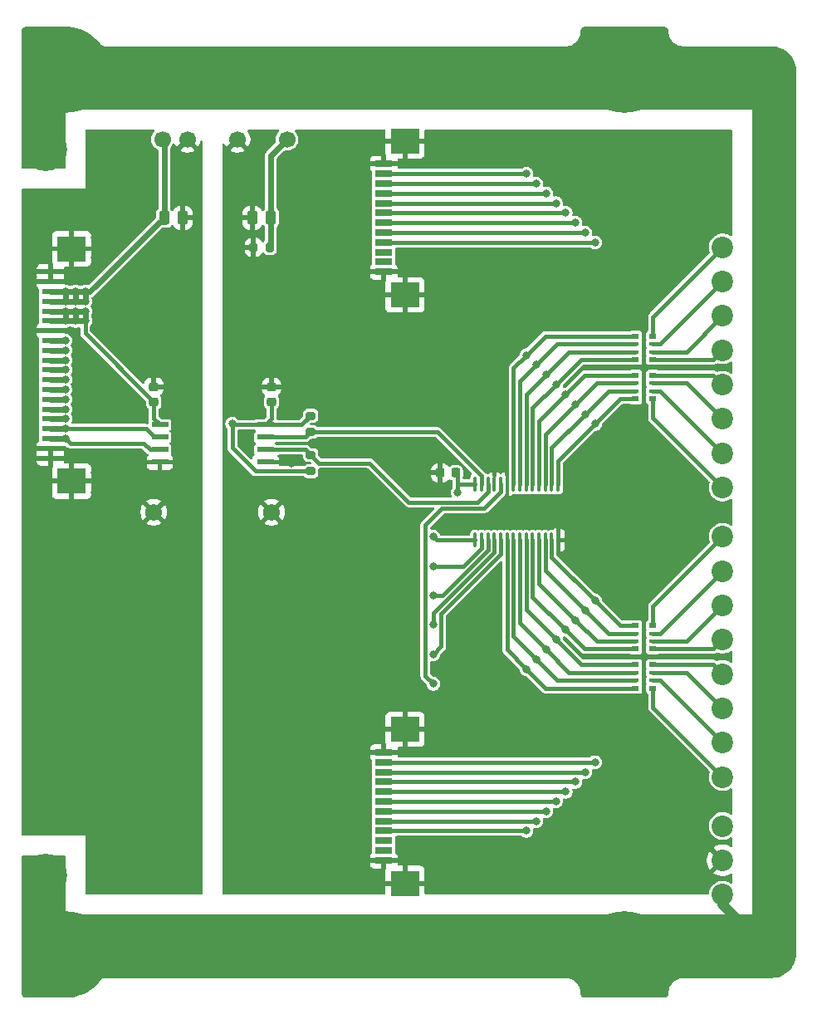
<source format=gbr>
%TF.GenerationSoftware,KiCad,Pcbnew,9.0.6*%
%TF.CreationDate,2025-12-10T15:25:16+03:00*%
%TF.ProjectId,PMCNV-PWMx16,504d434e-562d-4505-974d-7831362e6b69,rev?*%
%TF.SameCoordinates,PX3dfd240PY5f5e100*%
%TF.FileFunction,Copper,L1,Top*%
%TF.FilePolarity,Positive*%
%FSLAX46Y46*%
G04 Gerber Fmt 4.6, Leading zero omitted, Abs format (unit mm)*
G04 Created by KiCad (PCBNEW 9.0.6) date 2025-12-10 15:25:16*
%MOMM*%
%LPD*%
G01*
G04 APERTURE LIST*
G04 Aperture macros list*
%AMRoundRect*
0 Rectangle with rounded corners*
0 $1 Rounding radius*
0 $2 $3 $4 $5 $6 $7 $8 $9 X,Y pos of 4 corners*
0 Add a 4 corners polygon primitive as box body*
4,1,4,$2,$3,$4,$5,$6,$7,$8,$9,$2,$3,0*
0 Add four circle primitives for the rounded corners*
1,1,$1+$1,$2,$3*
1,1,$1+$1,$4,$5*
1,1,$1+$1,$6,$7*
1,1,$1+$1,$8,$9*
0 Add four rect primitives between the rounded corners*
20,1,$1+$1,$2,$3,$4,$5,0*
20,1,$1+$1,$4,$5,$6,$7,0*
20,1,$1+$1,$6,$7,$8,$9,0*
20,1,$1+$1,$8,$9,$2,$3,0*%
G04 Aperture macros list end*
%TA.AperFunction,ComponentPad*%
%ADD10C,4.400000*%
%TD*%
%TA.AperFunction,ComponentPad*%
%ADD11C,2.200000*%
%TD*%
%TA.AperFunction,ComponentPad*%
%ADD12C,0.900000*%
%TD*%
%TA.AperFunction,ComponentPad*%
%ADD13C,8.600000*%
%TD*%
%TA.AperFunction,SMDPad,CuDef*%
%ADD14RoundRect,0.200000X0.275000X-0.200000X0.275000X0.200000X-0.275000X0.200000X-0.275000X-0.200000X0*%
%TD*%
%TA.AperFunction,SMDPad,CuDef*%
%ADD15RoundRect,0.200000X-0.275000X0.200000X-0.275000X-0.200000X0.275000X-0.200000X0.275000X0.200000X0*%
%TD*%
%TA.AperFunction,SMDPad,CuDef*%
%ADD16RoundRect,0.250000X-0.250000X-0.475000X0.250000X-0.475000X0.250000X0.475000X-0.250000X0.475000X0*%
%TD*%
%TA.AperFunction,SMDPad,CuDef*%
%ADD17RoundRect,0.100000X0.100000X-0.637500X0.100000X0.637500X-0.100000X0.637500X-0.100000X-0.637500X0*%
%TD*%
%TA.AperFunction,SMDPad,CuDef*%
%ADD18RoundRect,0.200000X0.200000X0.275000X-0.200000X0.275000X-0.200000X-0.275000X0.200000X-0.275000X0*%
%TD*%
%TA.AperFunction,ComponentPad*%
%ADD19C,1.700000*%
%TD*%
%TA.AperFunction,SMDPad,CuDef*%
%ADD20R,0.800000X0.500000*%
%TD*%
%TA.AperFunction,SMDPad,CuDef*%
%ADD21R,0.800000X0.400000*%
%TD*%
%TA.AperFunction,SMDPad,CuDef*%
%ADD22R,1.701800X0.558800*%
%TD*%
%TA.AperFunction,SMDPad,CuDef*%
%ADD23R,1.803400X0.635000*%
%TD*%
%TA.AperFunction,SMDPad,CuDef*%
%ADD24R,2.997200X2.590800*%
%TD*%
%TA.AperFunction,SMDPad,CuDef*%
%ADD25RoundRect,0.250000X0.250000X0.475000X-0.250000X0.475000X-0.250000X-0.475000X0.250000X-0.475000X0*%
%TD*%
%TA.AperFunction,ComponentPad*%
%ADD26C,1.725000*%
%TD*%
%TA.AperFunction,SMDPad,CuDef*%
%ADD27RoundRect,0.225000X0.250000X-0.225000X0.250000X0.225000X-0.250000X0.225000X-0.250000X-0.225000X0*%
%TD*%
%TA.AperFunction,SMDPad,CuDef*%
%ADD28RoundRect,0.225000X0.225000X0.250000X-0.225000X0.250000X-0.225000X-0.250000X0.225000X-0.250000X0*%
%TD*%
%TA.AperFunction,SMDPad,CuDef*%
%ADD29R,1.800000X0.600000*%
%TD*%
%TA.AperFunction,SMDPad,CuDef*%
%ADD30R,3.000000X2.600000*%
%TD*%
%TA.AperFunction,ViaPad*%
%ADD31C,0.800000*%
%TD*%
%TA.AperFunction,Conductor*%
%ADD32C,0.600000*%
%TD*%
%TA.AperFunction,Conductor*%
%ADD33C,1.000000*%
%TD*%
%TA.AperFunction,Conductor*%
%ADD34C,0.400000*%
%TD*%
G04 APERTURE END LIST*
D10*
%TO.P,SP1,PE,PE*%
%TO.N,PE*%
X13000000Y45000000D03*
X13000000Y-45000000D03*
X37000000Y45000000D03*
X37000000Y-45000000D03*
%TD*%
D11*
%TO.P,J1,1,Pin_1*%
%TO.N,/PWM07*%
X32000000Y2500000D03*
%TO.P,J1,2,Pin_2*%
%TO.N,/PWM06*%
X32000000Y6000000D03*
%TO.P,J1,3,Pin_3*%
%TO.N,/PWM05*%
X32000000Y9500000D03*
%TO.P,J1,4,Pin_4*%
%TO.N,/PWM04*%
X32000000Y13000000D03*
%TO.P,J1,5,Pin_5*%
%TO.N,/PWM03*%
X32000000Y16500000D03*
%TO.P,J1,6,Pin_6*%
%TO.N,/PWM02*%
X32000000Y20000000D03*
%TO.P,J1,7,Pin_7*%
%TO.N,/PWM01*%
X32000000Y23500000D03*
%TO.P,J1,8,Pin_8*%
%TO.N,/PWM00*%
X32000000Y27000000D03*
%TD*%
%TO.P,J2,1,Pin_1*%
%TO.N,/PWM15*%
X32000000Y-27000000D03*
%TO.P,J2,2,Pin_2*%
%TO.N,/PWM14*%
X32000000Y-23500000D03*
%TO.P,J2,3,Pin_3*%
%TO.N,/PWM13*%
X32000000Y-20000000D03*
%TO.P,J2,4,Pin_4*%
%TO.N,/PWM12*%
X32000000Y-16500000D03*
%TO.P,J2,5,Pin_5*%
%TO.N,/PWM11*%
X32000000Y-13000000D03*
%TO.P,J2,6,Pin_6*%
%TO.N,/PWM10*%
X32000000Y-9500000D03*
%TO.P,J2,7,Pin_7*%
%TO.N,/PWM09*%
X32000000Y-6000000D03*
%TO.P,J2,8,Pin_8*%
%TO.N,/PWM08*%
X32000000Y-2500000D03*
%TD*%
D12*
%TO.P,H1,1,1*%
%TO.N,PE*%
X18775000Y45000000D03*
X19719581Y47280419D03*
X19719581Y42719581D03*
X22000000Y48225000D03*
D13*
X22000000Y45000000D03*
D12*
X22000000Y41775000D03*
X24280419Y47280419D03*
X24280419Y42719581D03*
X25225000Y45000000D03*
%TD*%
%TO.P,H2,1,1*%
%TO.N,PE*%
X-38225000Y45000000D03*
X-37280419Y47280419D03*
X-37280419Y42719581D03*
X-35000000Y48225000D03*
D13*
X-35000000Y45000000D03*
D12*
X-35000000Y41775000D03*
X-32719581Y47280419D03*
X-32719581Y42719581D03*
X-31775000Y45000000D03*
%TD*%
%TO.P,H4,1,1*%
%TO.N,PE*%
X-38225000Y-45000000D03*
X-37280419Y-42719581D03*
X-37280419Y-47280419D03*
X-35000000Y-41775000D03*
D13*
X-35000000Y-45000000D03*
D12*
X-35000000Y-48225000D03*
X-32719581Y-42719581D03*
X-32719581Y-47280419D03*
X-31775000Y-45000000D03*
%TD*%
%TO.P,H3,1,1*%
%TO.N,PE*%
X18775000Y-45000000D03*
X19719581Y-42719581D03*
X19719581Y-47280419D03*
X22000000Y-41775000D03*
D13*
X22000000Y-45000000D03*
D12*
X22000000Y-48225000D03*
X24280419Y-42719581D03*
X24280419Y-47280419D03*
X25225000Y-45000000D03*
%TD*%
D14*
%TO.P,R4,1*%
%TO.N,+5V_CNV*%
X-10000000Y4175000D03*
%TO.P,R4,2*%
%TO.N,/SCL_CNV*%
X-10000000Y5825000D03*
%TD*%
D15*
%TO.P,R3,1*%
%TO.N,+5V_CNV*%
X-10000000Y9825000D03*
%TO.P,R3,2*%
%TO.N,/SDA_CNV*%
X-10000000Y8175000D03*
%TD*%
D16*
%TO.P,C1,1*%
%TO.N,+5V_IB*%
X-24950000Y30000000D03*
%TO.P,C1,2*%
%TO.N,GND_IB*%
X-23050000Y30000000D03*
%TD*%
D17*
%TO.P,U2,1,A0*%
%TO.N,/A0*%
X6775000Y-2862500D03*
%TO.P,U2,2,A1*%
%TO.N,/A1*%
X7425000Y-2862500D03*
%TO.P,U2,3,A2*%
%TO.N,/A2*%
X8075000Y-2862500D03*
%TO.P,U2,4,A3*%
%TO.N,/A3*%
X8725000Y-2862500D03*
%TO.P,U2,5,A4*%
%TO.N,/A4*%
X9375000Y-2862500D03*
%TO.P,U2,6,LED0*%
%TO.N,/LED15*%
X10025000Y-2862500D03*
%TO.P,U2,7,LED1*%
%TO.N,/LED14*%
X10675000Y-2862500D03*
%TO.P,U2,8,LED2*%
%TO.N,/LED13*%
X11325000Y-2862500D03*
%TO.P,U2,9,LED3*%
%TO.N,/LED12*%
X11975000Y-2862500D03*
%TO.P,U2,10,LED4*%
%TO.N,/LED11*%
X12625000Y-2862500D03*
%TO.P,U2,11,LED5*%
%TO.N,/LED10*%
X13275000Y-2862500D03*
%TO.P,U2,12,LED6*%
%TO.N,/LED09*%
X13925000Y-2862500D03*
%TO.P,U2,13,LED7*%
%TO.N,/LED08*%
X14575000Y-2862500D03*
%TO.P,U2,14,VSS*%
%TO.N,GND_CNV*%
X15225000Y-2862500D03*
%TO.P,U2,15,LED8*%
%TO.N,/LED07*%
X15225000Y2862500D03*
%TO.P,U2,16,LED9*%
%TO.N,/LED06*%
X14575000Y2862500D03*
%TO.P,U2,17,LED10*%
%TO.N,/LED05*%
X13925000Y2862500D03*
%TO.P,U2,18,LED11*%
%TO.N,/LED04*%
X13275000Y2862500D03*
%TO.P,U2,19,LED12*%
%TO.N,/LED03*%
X12625000Y2862500D03*
%TO.P,U2,20,LED13*%
%TO.N,/LED02*%
X11975000Y2862500D03*
%TO.P,U2,21,LED14*%
%TO.N,/LED01*%
X11325000Y2862500D03*
%TO.P,U2,22,LED15*%
%TO.N,/LED00*%
X10675000Y2862500D03*
%TO.P,U2,23,~{OE}*%
%TO.N,GND_CNV*%
X10025000Y2862500D03*
%TO.P,U2,24,A5*%
%TO.N,/A5*%
X9375000Y2862500D03*
%TO.P,U2,25,EXTCLK*%
%TO.N,GND_CNV*%
X8725000Y2862500D03*
%TO.P,U2,26,SCL*%
%TO.N,/SCL_CNV*%
X8075000Y2862500D03*
%TO.P,U2,27,SDA*%
%TO.N,/SDA_CNV*%
X7425000Y2862500D03*
%TO.P,U2,28,VDD*%
%TO.N,+5V_CNV*%
X6775000Y2862500D03*
%TD*%
D11*
%TO.P,J3,1,Pin_1*%
%TO.N,PE*%
X32000000Y-39000000D03*
%TO.P,J3,2,Pin_2*%
%TO.N,GND_CNV*%
X32000000Y-35500000D03*
%TO.P,J3,3,Pin_3*%
%TO.N,+5V_CNV*%
X32000000Y-32000000D03*
%TD*%
D18*
%TO.P,R1,1*%
%TO.N,+5V_CNV*%
X-14175000Y27000000D03*
%TO.P,R1,2*%
%TO.N,GND_CNV*%
X-15825000Y27000000D03*
%TD*%
D10*
%TO.P,U1,PE,PE*%
%TO.N,PE*%
X-37000000Y37000000D03*
X-37000000Y-37000000D03*
X-9000000Y45000000D03*
X-9000000Y-45000000D03*
%TD*%
D19*
%TO.P,PS1,1,Vin*%
%TO.N,+5V_IB*%
X-25120000Y38000000D03*
%TO.P,PS1,2,GND*%
%TO.N,GND_IB*%
X-22580000Y38000000D03*
%TO.P,PS1,4,0V*%
%TO.N,GND_CNV*%
X-17500000Y38000000D03*
%TO.P,PS1,6,+V*%
%TO.N,+5V_CNV*%
X-12420000Y38000000D03*
%TD*%
D20*
%TO.P,RN3,1,R1.1*%
%TO.N,/PWM07*%
X24900000Y11550000D03*
D21*
%TO.P,RN3,2,R2.1*%
%TO.N,/PWM06*%
X24900000Y12350000D03*
%TO.P,RN3,3,R3.1*%
%TO.N,/PWM05*%
X24900000Y13150000D03*
D20*
%TO.P,RN3,4,R4.1*%
%TO.N,/PWM04*%
X24900000Y13950000D03*
%TO.P,RN3,5,R4.2*%
%TO.N,/LED04*%
X23100000Y13950000D03*
D21*
%TO.P,RN3,6,R3.2*%
%TO.N,/LED05*%
X23100000Y13150000D03*
%TO.P,RN3,7,R2.2*%
%TO.N,/LED06*%
X23100000Y12350000D03*
D20*
%TO.P,RN3,8,R1.2*%
%TO.N,/LED07*%
X23100000Y11550000D03*
%TD*%
D22*
%TO.P,U11,1,VDDa*%
%TO.N,+3.3V_IB*%
X-25384800Y8905000D03*
%TO.P,U11,2,SDAa*%
%TO.N,/SDA_IB*%
X-25384800Y7635000D03*
%TO.P,U11,3,SCLa*%
%TO.N,/SCL_IB*%
X-25384800Y6365000D03*
%TO.P,U11,4,GNDa*%
%TO.N,GND_IB*%
X-25384800Y5095000D03*
%TO.P,U11,5,GNDb*%
%TO.N,GND_CNV*%
X-14615200Y5095000D03*
%TO.P,U11,6,SCLb*%
%TO.N,/SCL_CNV*%
X-14615200Y6365000D03*
%TO.P,U11,7,SDAb*%
%TO.N,/SDA_CNV*%
X-14615200Y7635000D03*
%TO.P,U11,8,VDDb*%
%TO.N,+5V_CNV*%
X-14615200Y8905000D03*
%TD*%
D23*
%TO.P,J6,1,Pin_1*%
%TO.N,GND_CNV*%
X-2556000Y24500008D03*
%TO.P,J6,2,Pin_2*%
%TO.N,unconnected-(J6-Pin_2-Pad2)*%
X-2556000Y25500006D03*
%TO.P,J6,3,Pin_3*%
%TO.N,unconnected-(J6-Pin_3-Pad3)*%
X-2556000Y26500004D03*
%TO.P,J6,4,Pin_4*%
%TO.N,/LED07*%
X-2556000Y27500002D03*
%TO.P,J6,5,Pin_5*%
%TO.N,/LED06*%
X-2556000Y28500000D03*
%TO.P,J6,6,Pin_6*%
%TO.N,/LED05*%
X-2556000Y29500000D03*
%TO.P,J6,7,Pin_7*%
%TO.N,/LED04*%
X-2556000Y30500000D03*
%TO.P,J6,8,Pin_8*%
%TO.N,/LED03*%
X-2556000Y31500000D03*
%TO.P,J6,9,Pin_9*%
%TO.N,/LED02*%
X-2556000Y32499998D03*
%TO.P,J6,10,Pin_10*%
%TO.N,/LED01*%
X-2556000Y33499996D03*
%TO.P,J6,11,Pin_11*%
%TO.N,/LED00*%
X-2556000Y34499994D03*
%TO.P,J6,12,Pin_11*%
%TO.N,GND_CNV*%
X-2556000Y35499992D03*
D24*
%TO.P,J6,13,Pin_11*%
X-385999Y22149997D03*
X-385999Y37850003D03*
%TD*%
D25*
%TO.P,C2,1*%
%TO.N,+5V_CNV*%
X-14050000Y30000000D03*
%TO.P,C2,2*%
%TO.N,GND_CNV*%
X-15950000Y30000000D03*
%TD*%
D26*
%TO.P,U3,1*%
%TO.N,GND_IB*%
X-26000000Y-249D03*
%TD*%
D27*
%TO.P,C5,1*%
%TO.N,+5V_CNV*%
X-14000000Y11225000D03*
%TO.P,C5,2*%
%TO.N,GND_CNV*%
X-14000000Y12775000D03*
%TD*%
D20*
%TO.P,RN1,1,R1.1*%
%TO.N,/PWM15*%
X24900000Y-17950000D03*
D21*
%TO.P,RN1,2,R2.1*%
%TO.N,/PWM14*%
X24900000Y-17150000D03*
%TO.P,RN1,3,R3.1*%
%TO.N,/PWM13*%
X24900000Y-16350000D03*
D20*
%TO.P,RN1,4,R4.1*%
%TO.N,/PWM12*%
X24900000Y-15550000D03*
%TO.P,RN1,5,R4.2*%
%TO.N,/LED12*%
X23100000Y-15550000D03*
D21*
%TO.P,RN1,6,R3.2*%
%TO.N,/LED13*%
X23100000Y-16350000D03*
%TO.P,RN1,7,R2.2*%
%TO.N,/LED14*%
X23100000Y-17150000D03*
D20*
%TO.P,RN1,8,R1.2*%
%TO.N,/LED15*%
X23100000Y-17950000D03*
%TD*%
%TO.P,RN2,1,R1.1*%
%TO.N,/PWM11*%
X24900000Y-13950000D03*
D21*
%TO.P,RN2,2,R2.1*%
%TO.N,/PWM10*%
X24900000Y-13150000D03*
%TO.P,RN2,3,R3.1*%
%TO.N,/PWM09*%
X24900000Y-12350000D03*
D20*
%TO.P,RN2,4,R4.1*%
%TO.N,/PWM08*%
X24900000Y-11550000D03*
%TO.P,RN2,5,R4.2*%
%TO.N,/LED08*%
X23100000Y-11550000D03*
D21*
%TO.P,RN2,6,R3.2*%
%TO.N,/LED09*%
X23100000Y-12350000D03*
%TO.P,RN2,7,R2.2*%
%TO.N,/LED10*%
X23100000Y-13150000D03*
D20*
%TO.P,RN2,8,R1.2*%
%TO.N,/LED11*%
X23100000Y-13950000D03*
%TD*%
%TO.P,RN4,1,R1.1*%
%TO.N,/PWM03*%
X24900000Y15550000D03*
D21*
%TO.P,RN4,2,R2.1*%
%TO.N,/PWM02*%
X24900000Y16350000D03*
%TO.P,RN4,3,R3.1*%
%TO.N,/PWM01*%
X24900000Y17150000D03*
D20*
%TO.P,RN4,4,R4.1*%
%TO.N,/PWM00*%
X24900000Y17950000D03*
%TO.P,RN4,5,R4.2*%
%TO.N,/LED00*%
X23100000Y17950000D03*
D21*
%TO.P,RN4,6,R3.2*%
%TO.N,/LED01*%
X23100000Y17150000D03*
%TO.P,RN4,7,R2.2*%
%TO.N,/LED02*%
X23100000Y16350000D03*
D20*
%TO.P,RN4,8,R1.2*%
%TO.N,/LED03*%
X23100000Y15550000D03*
%TD*%
D26*
%TO.P,U4,1*%
%TO.N,GND_CNV*%
X-14000000Y0D03*
%TD*%
D28*
%TO.P,C3,1*%
%TO.N,+5V_CNV*%
X4775000Y4000000D03*
%TO.P,C3,2*%
%TO.N,GND_CNV*%
X3225000Y4000000D03*
%TD*%
D29*
%TO.P,JM1,1,Pin_1*%
%TO.N,GND_IB*%
X-36546000Y5500000D03*
%TO.P,JM1,2,Pin_2*%
X-36546000Y6500000D03*
%TO.P,JM1,3,Pin_3*%
%TO.N,/SCL_IB*%
X-36546000Y7500000D03*
%TO.P,JM1,4,Pin_4*%
%TO.N,/SDA_IB*%
X-36546000Y8500000D03*
%TO.P,JM1,5,Pin_5*%
%TO.N,Net-(JM1-Pin_5)*%
X-36546000Y9500000D03*
%TO.P,JM1,6,Pin_6*%
%TO.N,/RST_IB*%
X-36546000Y10500000D03*
%TO.P,JM1,7,Pin_7*%
%TO.N,/CS3_IB*%
X-36546000Y11500000D03*
%TO.P,JM1,8,Pin_8*%
%TO.N,/CS2_IB*%
X-36546000Y12500000D03*
%TO.P,JM1,9,Pin_9*%
%TO.N,/CS1_IB*%
X-36546000Y13500000D03*
%TO.P,JM1,10,Pin_10*%
%TO.N,/CS0_IB*%
X-36546000Y14500000D03*
%TO.P,JM1,11,Pin_11*%
%TO.N,/SCK_IB*%
X-36546000Y15500000D03*
%TO.P,JM1,12,Pin_11*%
%TO.N,/MISO_IB*%
X-36546000Y16500000D03*
%TO.P,JM1,13,Pin_11*%
%TO.N,/MOSI_IB*%
X-36546000Y17500000D03*
%TO.P,JM1,14,Pin_11*%
%TO.N,GND_IB*%
X-36546000Y18500000D03*
%TO.P,JM1,15,Pin_11*%
%TO.N,+3.3V_IB*%
X-36546000Y19500000D03*
%TO.P,JM1,16,Pin_11*%
X-36546000Y20500000D03*
%TO.P,JM1,17,Pin_11*%
%TO.N,+5V_IB*%
X-36546000Y21500000D03*
%TO.P,JM1,18,Pin_11*%
X-36546000Y22500000D03*
%TO.P,JM1,19,Pin_11*%
%TO.N,GND_IB*%
X-36546000Y23500000D03*
%TO.P,JM1,20,Pin_11*%
X-36546000Y24500000D03*
D30*
%TO.P,JM1,MP1,Pin_11*%
X-34375000Y3150000D03*
%TO.P,JM1,MP2,Pin_11*%
X-34375000Y26850000D03*
%TD*%
D27*
%TO.P,C6,1*%
%TO.N,+3.3V_IB*%
X-26000000Y11225000D03*
%TO.P,C6,2*%
%TO.N,GND_IB*%
X-26000000Y12775000D03*
%TD*%
D23*
%TO.P,J7,1,Pin_1*%
%TO.N,GND_CNV*%
X-2556000Y-35499992D03*
%TO.P,J7,2,Pin_2*%
%TO.N,unconnected-(J7-Pin_2-Pad2)*%
X-2556000Y-34499994D03*
%TO.P,J7,3,Pin_3*%
%TO.N,unconnected-(J7-Pin_3-Pad3)*%
X-2556000Y-33499996D03*
%TO.P,J7,4,Pin_4*%
%TO.N,/LED15*%
X-2556000Y-32499998D03*
%TO.P,J7,5,Pin_5*%
%TO.N,/LED14*%
X-2556000Y-31500000D03*
%TO.P,J7,6,Pin_6*%
%TO.N,/LED13*%
X-2556000Y-30500000D03*
%TO.P,J7,7,Pin_7*%
%TO.N,/LED12*%
X-2556000Y-29500000D03*
%TO.P,J7,8,Pin_8*%
%TO.N,/LED11*%
X-2556000Y-28500000D03*
%TO.P,J7,9,Pin_9*%
%TO.N,/LED10*%
X-2556000Y-27500002D03*
%TO.P,J7,10,Pin_10*%
%TO.N,/LED09*%
X-2556000Y-26500004D03*
%TO.P,J7,11,Pin_11*%
%TO.N,/LED08*%
X-2556000Y-25500006D03*
%TO.P,J7,12,Pin_11*%
%TO.N,GND_CNV*%
X-2556000Y-24500008D03*
D24*
%TO.P,J7,13,Pin_11*%
X-385999Y-37850003D03*
X-385999Y-22149997D03*
%TD*%
D31*
%TO.N,/CS2_IB*%
X-35000000Y12500000D03*
%TO.N,/MOSI_IB*%
X-35000000Y17500000D03*
%TO.N,GND_IB*%
X-32000000Y26000000D03*
X-32000000Y28000000D03*
X-32000000Y12000000D03*
X-32000000Y4000000D03*
X-32000000Y2000000D03*
X-32000000Y27000000D03*
X-32000000Y3000000D03*
%TO.N,/SDA_IB*%
X-35000000Y8500000D03*
%TO.N,Net-(JM1-Pin_5)*%
X-35000000Y9500000D03*
%TO.N,GND_CNV*%
X-17000000Y7000000D03*
X10000000Y0D03*
X1000000Y6000000D03*
X1000000Y4000000D03*
X-1000000Y6000000D03*
X-12000000Y5000000D03*
%TO.N,+3.3V_IB*%
X-35000000Y19500000D03*
X-35000000Y20500000D03*
X-34000000Y19500000D03*
X-33000000Y20500000D03*
X-34000000Y20500000D03*
X-33000000Y19500000D03*
%TO.N,/MISO_IB*%
X-35000000Y16500000D03*
%TO.N,+5V_IB*%
X-34000000Y22500000D03*
X-33000000Y22500000D03*
X-34000000Y21500000D03*
X-33000000Y21500000D03*
X-35000000Y21500000D03*
X-35000000Y22500000D03*
%TO.N,/RST_IB*%
X-35000000Y10500000D03*
%TO.N,/A0*%
X2500000Y-2500000D03*
%TO.N,/A1*%
X2500000Y-5500000D03*
%TO.N,/A2*%
X2500000Y-8500000D03*
%TO.N,/SCL_IB*%
X-35000000Y7500000D03*
%TO.N,/CS3_IB*%
X-35000000Y11500000D03*
%TO.N,/SCK_IB*%
X-35000000Y15500000D03*
%TO.N,/CS1_IB*%
X-35000000Y13500000D03*
%TO.N,/CS0_IB*%
X-35000000Y14500000D03*
%TO.N,+5V_CNV*%
X5000000Y2000000D03*
X-18000000Y9000000D03*
%TO.N,/A3*%
X2500000Y-11500000D03*
%TO.N,/A4*%
X2500000Y-14500000D03*
%TO.N,/A5*%
X2500000Y-17500000D03*
%TO.N,/LED01*%
X13000000Y33500000D03*
X13000000Y15000000D03*
%TO.N,/LED12*%
X15000000Y-29500000D03*
X15000000Y-13000000D03*
%TO.N,/LED14*%
X13000000Y-31500000D03*
X13000000Y-15000000D03*
%TO.N,/LED13*%
X14000000Y-14000000D03*
X14000000Y-30500000D03*
%TO.N,/LED08*%
X19000000Y-9000000D03*
X19000000Y-25500000D03*
%TO.N,/LED10*%
X17000000Y-27500000D03*
X17000000Y-11000000D03*
%TO.N,/LED11*%
X16000000Y-12000000D03*
X16000000Y-28500000D03*
%TO.N,/LED09*%
X18000000Y-26500000D03*
X18000000Y-10000000D03*
%TO.N,/LED07*%
X19000000Y27500000D03*
X19000000Y9000000D03*
%TO.N,/LED05*%
X17000000Y11000000D03*
X17000000Y29500000D03*
%TO.N,/LED04*%
X16000000Y30500000D03*
X16000000Y12000000D03*
%TO.N,/LED06*%
X18000000Y10000000D03*
X18000000Y28500000D03*
%TO.N,/LED00*%
X12000000Y16000000D03*
X12000000Y34500000D03*
%TO.N,/LED03*%
X15000000Y31500000D03*
X15000000Y13000000D03*
%TO.N,/LED02*%
X14000000Y32500000D03*
X14000000Y14000000D03*
%TO.N,/LED15*%
X12000000Y-32500000D03*
X12000000Y-16000000D03*
%TD*%
D32*
%TO.N,+5V_IB*%
X-25120000Y38000000D02*
X-24950000Y37830000D01*
X-32500000Y22500000D02*
X-33000000Y22500000D01*
X-24950000Y37830000D02*
X-24950000Y30050000D01*
X-24950000Y30050000D02*
X-32500000Y22500000D01*
D33*
%TO.N,PE*%
X32000000Y-40000000D02*
X37000000Y-45000000D01*
X32000000Y-39000000D02*
X32000000Y-40000000D01*
D32*
%TO.N,/CS2_IB*%
X-35000000Y12500000D02*
X-36546000Y12500000D01*
%TO.N,/MOSI_IB*%
X-35000000Y17500000D02*
X-36546000Y17500000D01*
D34*
%TO.N,/SDA_IB*%
X-25956300Y7635000D02*
X-26821300Y8500000D01*
X-25384800Y7635000D02*
X-25956300Y7635000D01*
X-26821300Y8500000D02*
X-35000000Y8500000D01*
D32*
X-35000000Y8500000D02*
X-36546000Y8500000D01*
%TO.N,Net-(JM1-Pin_5)*%
X-35000000Y9500000D02*
X-36546000Y9500000D01*
%TO.N,+3.3V_IB*%
X-34000000Y20500000D02*
X-33000000Y20500000D01*
X-33000000Y20500000D02*
X-33000000Y19500000D01*
D34*
X-26000000Y11225000D02*
X-26000000Y9520200D01*
D32*
X-35000000Y19500000D02*
X-34000000Y19500000D01*
D34*
X-33000000Y19500000D02*
X-33000000Y18225000D01*
D32*
X-34000000Y19500000D02*
X-33000000Y19500000D01*
D34*
X-33000000Y18225000D02*
X-26000000Y11225000D01*
X-26000000Y9520200D02*
X-25384800Y8905000D01*
D32*
X-36546000Y20500000D02*
X-35000000Y20500000D01*
X-36546000Y19500000D02*
X-35000000Y19500000D01*
X-35000000Y20500000D02*
X-35000000Y19500000D01*
X-35000000Y20500000D02*
X-34000000Y20500000D01*
X-34000000Y20500000D02*
X-34000000Y19500000D01*
%TO.N,/MISO_IB*%
X-35000000Y16500000D02*
X-36546000Y16500000D01*
%TO.N,+5V_IB*%
X-35000000Y22500000D02*
X-35000000Y21500000D01*
X-34000000Y22500000D02*
X-33000000Y22500000D01*
X-36546000Y21500000D02*
X-35000000Y21500000D01*
X-34000000Y21500000D02*
X-33000000Y21500000D01*
X-33000000Y22500000D02*
X-33000000Y21500000D01*
X-36546000Y22500000D02*
X-35000000Y22500000D01*
X-35000000Y22500000D02*
X-34000000Y22500000D01*
X-35000000Y21500000D02*
X-34000000Y21500000D01*
X-34000000Y22500000D02*
X-34000000Y21500000D01*
%TO.N,/RST_IB*%
X-35000000Y10500000D02*
X-36546000Y10500000D01*
D34*
%TO.N,/A0*%
X2862500Y-2862500D02*
X2500000Y-2500000D01*
X6775000Y-2862500D02*
X2862500Y-2862500D01*
%TO.N,/A1*%
X5586292Y-5500000D02*
X7425000Y-3661292D01*
X2500000Y-5500000D02*
X5586292Y-5500000D01*
X7425000Y-3661292D02*
X7425000Y-2862500D01*
%TO.N,/A2*%
X3436234Y-8500000D02*
X8075000Y-3861234D01*
X2500000Y-8500000D02*
X3436234Y-8500000D01*
X8075000Y-3861234D02*
X8075000Y-2862500D01*
%TO.N,/SCL_IB*%
X-35000000Y7500000D02*
X-34500000Y7000000D01*
X-26365000Y6365000D02*
X-25384800Y6365000D01*
X-27000000Y7000000D02*
X-26365000Y6365000D01*
X-34500000Y7000000D02*
X-27000000Y7000000D01*
D32*
X-35000000Y7500000D02*
X-36546000Y7500000D01*
%TO.N,/CS3_IB*%
X-35000000Y11500000D02*
X-36546000Y11500000D01*
%TO.N,/SCK_IB*%
X-35000000Y15500000D02*
X-36546000Y15500000D01*
%TO.N,/CS1_IB*%
X-35000000Y13500000D02*
X-36546000Y13500000D01*
%TO.N,/CS0_IB*%
X-35000000Y14500000D02*
X-36546000Y14500000D01*
D34*
%TO.N,+5V_CNV*%
X5000000Y2000000D02*
X5000000Y2725000D01*
D32*
X-12420000Y38000000D02*
X-14050000Y36370000D01*
D34*
X-14615200Y8905000D02*
X-10920000Y8905000D01*
X-14615200Y8905000D02*
X-17905000Y8905000D01*
X5000000Y3775000D02*
X4775000Y4000000D01*
X-15627500Y4175000D02*
X-18000000Y6547500D01*
X-10000000Y4175000D02*
X-15627500Y4175000D01*
X-14000000Y11225000D02*
X-14000000Y9520200D01*
X-10920000Y8905000D02*
X-10000000Y9825000D01*
X-14000000Y9520200D02*
X-14615200Y8905000D01*
X-18000000Y6547500D02*
X-18000000Y9000000D01*
X5000000Y2000000D02*
X5000000Y3775000D01*
D32*
X-14050000Y36370000D02*
X-14050000Y30000000D01*
X-14050000Y27125000D02*
X-14175000Y27000000D01*
D34*
X-17905000Y8905000D02*
X-18000000Y9000000D01*
D32*
X-14050000Y30000000D02*
X-14050000Y27125000D01*
D34*
X5000000Y2725000D02*
X5137500Y2862500D01*
X5137500Y2862500D02*
X6775000Y2862500D01*
%TO.N,/SDA_CNV*%
X2911292Y8175000D02*
X-10000000Y8175000D01*
X7425000Y2862500D02*
X7425000Y3661292D01*
X-14615200Y7635000D02*
X-10540000Y7635000D01*
X7425000Y3661292D02*
X2911292Y8175000D01*
X-10540000Y7635000D02*
X-10000000Y8175000D01*
%TO.N,/SCL_CNV*%
X-14615200Y6365000D02*
X-10540000Y6365000D01*
X7011292Y1000000D02*
X0Y1000000D01*
X8075000Y2862500D02*
X8075000Y2063708D01*
X-10540000Y6365000D02*
X-10000000Y5825000D01*
X-4000000Y5000000D02*
X-9175000Y5000000D01*
X8075000Y2063708D02*
X7011292Y1000000D01*
X0Y1000000D02*
X-4000000Y5000000D01*
X-9175000Y5000000D02*
X-10000000Y5825000D01*
%TO.N,/A3*%
X2500000Y-10286176D02*
X8725000Y-4061176D01*
X2500000Y-11500000D02*
X2500000Y-10286176D01*
X8725000Y-4061176D02*
X8725000Y-2862500D01*
%TO.N,/A4*%
X3301000Y-10335118D02*
X9375000Y-4261118D01*
X9375000Y-4261118D02*
X9375000Y-2862500D01*
X2500000Y-14500000D02*
X3301000Y-13699000D01*
X3301000Y-13699000D02*
X3301000Y-10335118D01*
%TO.N,/A5*%
X3399000Y399000D02*
X7710292Y399000D01*
X7710292Y399000D02*
X9375000Y2063708D01*
X1699000Y-16699000D02*
X1699000Y-1301000D01*
X2500000Y-17500000D02*
X1699000Y-16699000D01*
X1699000Y-1301000D02*
X3399000Y399000D01*
X9375000Y2063708D02*
X9375000Y2862500D01*
%TO.N,/PWM10*%
X28350000Y-13150000D02*
X32000000Y-9500000D01*
X24900000Y-13150000D02*
X28350000Y-13150000D01*
%TO.N,/PWM13*%
X28350000Y-16350000D02*
X32000000Y-20000000D01*
X24900000Y-16350000D02*
X28350000Y-16350000D01*
%TO.N,/PWM11*%
X24900000Y-13950000D02*
X31050000Y-13950000D01*
X31050000Y-13950000D02*
X32000000Y-13000000D01*
%TO.N,/PWM15*%
X24900000Y-17950000D02*
X24900000Y-19900000D01*
X24900000Y-19900000D02*
X32000000Y-27000000D01*
%TO.N,/PWM12*%
X31050000Y-15550000D02*
X32000000Y-16500000D01*
X24900000Y-15550000D02*
X31050000Y-15550000D01*
%TO.N,/PWM14*%
X25650000Y-17150000D02*
X32000000Y-23500000D01*
X24900000Y-17150000D02*
X25650000Y-17150000D01*
%TO.N,/LED01*%
X-2556000Y33499996D02*
X12999996Y33499996D01*
X15150000Y17150000D02*
X13000000Y15000000D01*
X11325000Y2862500D02*
X11325000Y13325000D01*
X12999996Y33499996D02*
X13000000Y33500000D01*
X11325000Y13325000D02*
X13000000Y15000000D01*
X23100000Y17150000D02*
X15150000Y17150000D01*
%TO.N,/LED12*%
X11975000Y-2862500D02*
X11975000Y-9975000D01*
X17550000Y-15550000D02*
X15000000Y-13000000D01*
X11975000Y-9975000D02*
X15000000Y-13000000D01*
X-2556000Y-29500000D02*
X15000000Y-29500000D01*
X23100000Y-15550000D02*
X17550000Y-15550000D01*
%TO.N,/LED14*%
X10675000Y-12675000D02*
X13000000Y-15000000D01*
X10675000Y-2862500D02*
X10675000Y-12675000D01*
X23100000Y-17150000D02*
X15150000Y-17150000D01*
X15150000Y-17150000D02*
X13000000Y-15000000D01*
X-2556000Y-31500000D02*
X13000000Y-31500000D01*
%TO.N,/LED13*%
X23100000Y-16350000D02*
X16350000Y-16350000D01*
X11325000Y-2862500D02*
X11325000Y-11325000D01*
X16350000Y-16350000D02*
X14000000Y-14000000D01*
X11325000Y-11325000D02*
X14000000Y-14000000D01*
X-2556000Y-30500000D02*
X14000000Y-30500000D01*
%TO.N,/LED08*%
X23100000Y-11550000D02*
X21550000Y-11550000D01*
X14575000Y-4575000D02*
X19000000Y-9000000D01*
X14575000Y-2862500D02*
X14575000Y-4575000D01*
X21550000Y-11550000D02*
X19000000Y-9000000D01*
X18999994Y-25500006D02*
X19000000Y-25500000D01*
X-2556000Y-25500006D02*
X18999994Y-25500006D01*
%TO.N,/LED10*%
X-2556000Y-27500002D02*
X16999998Y-27500002D01*
X13275000Y-7275000D02*
X17000000Y-11000000D01*
X16999998Y-27500002D02*
X17000000Y-27500000D01*
X19150000Y-13150000D02*
X17000000Y-11000000D01*
X13275000Y-2862500D02*
X13275000Y-7275000D01*
X23100000Y-13150000D02*
X19150000Y-13150000D01*
%TO.N,/LED11*%
X-2556000Y-28500000D02*
X16000000Y-28500000D01*
X12625000Y-8625000D02*
X16000000Y-12000000D01*
X17950000Y-13950000D02*
X16000000Y-12000000D01*
X23100000Y-13950000D02*
X17950000Y-13950000D01*
X12625000Y-2862500D02*
X12625000Y-8625000D01*
%TO.N,/LED09*%
X13925000Y-2862500D02*
X13925000Y-5925000D01*
X17999996Y-26500004D02*
X18000000Y-26500000D01*
X23100000Y-12350000D02*
X20350000Y-12350000D01*
X-2556000Y-26500004D02*
X17999996Y-26500004D01*
X13925000Y-5925000D02*
X18000000Y-10000000D01*
X20350000Y-12350000D02*
X18000000Y-10000000D01*
%TO.N,/PWM09*%
X24900000Y-12350000D02*
X25650000Y-12350000D01*
X25650000Y-12350000D02*
X32000000Y-6000000D01*
%TO.N,/PWM08*%
X24900000Y-11550000D02*
X24900000Y-9600000D01*
X24900000Y-9600000D02*
X32000000Y-2500000D01*
%TO.N,/LED07*%
X23100000Y11550000D02*
X21550000Y11550000D01*
X21550000Y11550000D02*
X19000000Y9000000D01*
X-2556000Y27500002D02*
X18999998Y27500002D01*
X15225000Y2862500D02*
X15225000Y5225000D01*
X18999998Y27500002D02*
X19000000Y27500000D01*
X15225000Y5225000D02*
X19000000Y9000000D01*
%TO.N,/LED05*%
X13925000Y2862500D02*
X13925000Y7925000D01*
X19150000Y13150000D02*
X17000000Y11000000D01*
X-2556000Y29500000D02*
X17000000Y29500000D01*
X23100000Y13150000D02*
X19150000Y13150000D01*
X13925000Y7925000D02*
X17000000Y11000000D01*
%TO.N,/LED04*%
X13275000Y9275000D02*
X16000000Y12000000D01*
X23100000Y13950000D02*
X17950000Y13950000D01*
X17950000Y13950000D02*
X16000000Y12000000D01*
X13275000Y2862500D02*
X13275000Y9275000D01*
X-2556000Y30500000D02*
X16000000Y30500000D01*
%TO.N,/LED06*%
X20350000Y12350000D02*
X18000000Y10000000D01*
X23100000Y12350000D02*
X20350000Y12350000D01*
X14575000Y6575000D02*
X18000000Y10000000D01*
X14575000Y2862500D02*
X14575000Y6575000D01*
X-2556000Y28500000D02*
X18000000Y28500000D01*
%TO.N,/PWM07*%
X24900000Y11550000D02*
X24900000Y9600000D01*
X24900000Y9600000D02*
X32000000Y2500000D01*
%TO.N,/PWM04*%
X24900000Y13950000D02*
X31050000Y13950000D01*
X31050000Y13950000D02*
X32000000Y13000000D01*
%TO.N,/PWM06*%
X24900000Y12350000D02*
X25650000Y12350000D01*
X25650000Y12350000D02*
X32000000Y6000000D01*
%TO.N,/PWM05*%
X28350000Y13150000D02*
X32000000Y9500000D01*
X24900000Y13150000D02*
X28350000Y13150000D01*
%TO.N,/PWM03*%
X24900000Y15550000D02*
X31050000Y15550000D01*
X31050000Y15550000D02*
X32000000Y16500000D01*
%TO.N,/LED00*%
X-2556000Y34499994D02*
X11999994Y34499994D01*
X23100000Y17950000D02*
X13950000Y17950000D01*
X13950000Y17950000D02*
X12000000Y16000000D01*
X10675000Y2862500D02*
X10675000Y14675000D01*
X10675000Y14675000D02*
X12000000Y16000000D01*
X11999994Y34499994D02*
X12000000Y34500000D01*
%TO.N,/PWM02*%
X24900000Y16350000D02*
X28350000Y16350000D01*
X28350000Y16350000D02*
X32000000Y20000000D01*
%TO.N,/PWM00*%
X24900000Y19900000D02*
X32000000Y27000000D01*
X24900000Y17950000D02*
X24900000Y19900000D01*
%TO.N,/PWM01*%
X24900000Y17150000D02*
X25650000Y17150000D01*
X25650000Y17150000D02*
X32000000Y23500000D01*
%TO.N,/LED03*%
X12625000Y10625000D02*
X15000000Y13000000D01*
X17550000Y15550000D02*
X15000000Y13000000D01*
X12625000Y2862500D02*
X12625000Y10625000D01*
X-2556000Y31500000D02*
X15000000Y31500000D01*
X23100000Y15550000D02*
X17550000Y15550000D01*
%TO.N,/LED02*%
X13999998Y32499998D02*
X14000000Y32500000D01*
X-2556000Y32499998D02*
X13999998Y32499998D01*
X16350000Y16350000D02*
X14000000Y14000000D01*
X23100000Y16350000D02*
X16350000Y16350000D01*
X11975000Y11975000D02*
X14000000Y14000000D01*
X11975000Y2862500D02*
X11975000Y11975000D01*
%TO.N,/LED15*%
X-2556000Y-32499998D02*
X11999998Y-32499998D01*
X10025000Y-2862500D02*
X10025000Y-14025000D01*
X23100000Y-17950000D02*
X13950000Y-17950000D01*
X13950000Y-17950000D02*
X12000000Y-16000000D01*
X10025000Y-14025000D02*
X12000000Y-16000000D01*
X11999998Y-32499998D02*
X12000000Y-32500000D01*
%TD*%
%TA.AperFunction,Conductor*%
%TO.N,GND_CNV*%
G36*
X2719655Y7654815D02*
G01*
X2740297Y7638181D01*
X6405861Y3972617D01*
X6439346Y3911294D01*
X6434362Y3841602D01*
X6405862Y3797255D01*
X6346951Y3738345D01*
X6346951Y3738343D01*
X6346950Y3738342D01*
X6340169Y3725033D01*
X6289352Y3625302D01*
X6274500Y3531525D01*
X6274500Y3487000D01*
X6254815Y3419961D01*
X6202011Y3374206D01*
X6150500Y3363000D01*
X5624500Y3363000D01*
X5615814Y3365551D01*
X5606853Y3364262D01*
X5582812Y3375241D01*
X5557461Y3382685D01*
X5551533Y3389526D01*
X5543297Y3393287D01*
X5529007Y3415522D01*
X5511706Y3435489D01*
X5509418Y3446004D01*
X5505523Y3452065D01*
X5500500Y3487000D01*
X5500500Y3563164D01*
X5509146Y3608656D01*
X5512616Y3617454D01*
X5515359Y3624410D01*
X5525500Y3708856D01*
X5525500Y4291144D01*
X5515359Y4375590D01*
X5462364Y4509975D01*
X5462363Y4509976D01*
X5462363Y4509977D01*
X5375078Y4625079D01*
X5259976Y4712364D01*
X5125588Y4765360D01*
X5082242Y4770565D01*
X5041144Y4775500D01*
X4508856Y4775500D01*
X4470841Y4770935D01*
X4424411Y4765360D01*
X4290023Y4712364D01*
X4212545Y4653610D01*
X4147233Y4628787D01*
X4078869Y4643215D01*
X4032082Y4687316D01*
X4022573Y4702732D01*
X3902732Y4822573D01*
X3902728Y4822576D01*
X3758492Y4911543D01*
X3758481Y4911548D01*
X3597606Y4964856D01*
X3498322Y4975000D01*
X3475000Y4975000D01*
X3475000Y3025001D01*
X3498308Y3025001D01*
X3498322Y3025002D01*
X3597607Y3035145D01*
X3758481Y3088453D01*
X3758492Y3088458D01*
X3902728Y3177425D01*
X3902732Y3177428D01*
X4022573Y3297269D01*
X4032081Y3312683D01*
X4084029Y3359408D01*
X4152991Y3370631D01*
X4212544Y3346392D01*
X4290025Y3287636D01*
X4420991Y3235990D01*
X4476134Y3193085D01*
X4499327Y3127177D01*
X4499500Y3120636D01*
X4499500Y2541519D01*
X4479815Y2474480D01*
X4463181Y2453838D01*
X4455888Y2446546D01*
X4455885Y2446542D01*
X4379228Y2331818D01*
X4379221Y2331805D01*
X4326421Y2204333D01*
X4326418Y2204323D01*
X4299500Y2068996D01*
X4299500Y2068993D01*
X4299500Y1931007D01*
X4299500Y1931005D01*
X4299499Y1931005D01*
X4326418Y1795678D01*
X4326420Y1795672D01*
X4362176Y1709348D01*
X4377666Y1671953D01*
X4385135Y1602483D01*
X4353860Y1540004D01*
X4293771Y1504352D01*
X4263105Y1500500D01*
X258675Y1500500D01*
X191636Y1520185D01*
X170994Y1536819D01*
X-1993864Y3701678D01*
X2275001Y3701678D01*
X2285144Y3602393D01*
X2338452Y3441519D01*
X2338457Y3441508D01*
X2427424Y3297272D01*
X2427427Y3297268D01*
X2547267Y3177428D01*
X2547271Y3177425D01*
X2691507Y3088458D01*
X2691518Y3088453D01*
X2852393Y3035145D01*
X2951683Y3025001D01*
X2975000Y3025002D01*
X2975000Y3750000D01*
X2275001Y3750000D01*
X2275001Y3701678D01*
X-1993864Y3701678D01*
X-2005867Y3713681D01*
X-2590509Y4298323D01*
X2275000Y4298323D01*
X2275000Y4250000D01*
X2975000Y4250000D01*
X2975000Y4975001D01*
X2951693Y4975000D01*
X2951674Y4974999D01*
X2852392Y4964856D01*
X2691518Y4911548D01*
X2691507Y4911543D01*
X2547271Y4822576D01*
X2547267Y4822573D01*
X2427427Y4702733D01*
X2427424Y4702729D01*
X2338457Y4558493D01*
X2338452Y4558482D01*
X2285144Y4397607D01*
X2275000Y4298323D01*
X-2590509Y4298323D01*
X-3692684Y5400498D01*
X-3692685Y5400499D01*
X-3692686Y5400500D01*
X-3749750Y5433446D01*
X-3806813Y5466392D01*
X-3870461Y5483446D01*
X-3934108Y5500500D01*
X-3934109Y5500500D01*
X-8916325Y5500500D01*
X-8983364Y5520185D01*
X-9004006Y5536819D01*
X-9188182Y5720995D01*
X-9221667Y5782318D01*
X-9224501Y5808676D01*
X-9224501Y6072871D01*
X-9224502Y6072877D01*
X-9230909Y6132484D01*
X-9281203Y6267329D01*
X-9281207Y6267336D01*
X-9367453Y6382545D01*
X-9367456Y6382548D01*
X-9482665Y6468794D01*
X-9482672Y6468798D01*
X-9617518Y6519092D01*
X-9617517Y6519092D01*
X-9677117Y6525499D01*
X-9677119Y6525500D01*
X-9677127Y6525500D01*
X-9677135Y6525500D01*
X-9941324Y6525500D01*
X-10008363Y6545185D01*
X-10029005Y6561819D01*
X-10232684Y6765498D01*
X-10232686Y6765500D01*
X-10289750Y6798446D01*
X-10346813Y6831392D01*
X-10410461Y6848446D01*
X-10474108Y6865500D01*
X-10474109Y6865500D01*
X-13509067Y6865500D01*
X-13576106Y6885185D01*
X-13583501Y6890326D01*
X-13590533Y6895604D01*
X-13591535Y6896606D01*
X-13592345Y6896964D01*
X-13597491Y6900826D01*
X-13616853Y6926757D01*
X-13637315Y6951822D01*
X-13637630Y6954584D01*
X-13639293Y6956811D01*
X-13641562Y6989092D01*
X-13645224Y7021243D01*
X-13643996Y7023738D01*
X-13644190Y7026509D01*
X-13628653Y7054881D01*
X-13614346Y7083919D01*
X-13611307Y7086553D01*
X-13610629Y7087790D01*
X-13608610Y7088890D01*
X-13593130Y7102302D01*
X-13591538Y7103394D01*
X-13591535Y7103394D01*
X-13591534Y7103396D01*
X-13582052Y7109890D01*
X-13580216Y7107209D01*
X-13535425Y7131666D01*
X-13509067Y7134500D01*
X-10474110Y7134500D01*
X-10474108Y7134500D01*
X-10346814Y7168608D01*
X-10232686Y7234500D01*
X-10029005Y7438183D01*
X-9967682Y7471667D01*
X-9941324Y7474501D01*
X-9677129Y7474501D01*
X-9677128Y7474501D01*
X-9617517Y7480909D01*
X-9482669Y7531204D01*
X-9367454Y7617454D01*
X-9361948Y7624809D01*
X-9306015Y7666681D01*
X-9262680Y7674500D01*
X2652616Y7674500D01*
X2719655Y7654815D01*
G37*
%TD.AperFunction*%
%TA.AperFunction,Conductor*%
G36*
X-10832461Y5844815D02*
G01*
X-10786706Y5792011D01*
X-10775500Y5740501D01*
X-10775500Y5577131D01*
X-10775499Y5577124D01*
X-10769092Y5517517D01*
X-10718798Y5382672D01*
X-10718794Y5382665D01*
X-10632548Y5267456D01*
X-10632545Y5267453D01*
X-10517336Y5181207D01*
X-10517329Y5181203D01*
X-10472382Y5164439D01*
X-10382483Y5130909D01*
X-10322873Y5124500D01*
X-10058677Y5124501D01*
X-10029231Y5115855D01*
X-9999250Y5109333D01*
X-9994237Y5105581D01*
X-9991638Y5104817D01*
X-9970996Y5088182D01*
X-9969995Y5087181D01*
X-9936510Y5025858D01*
X-9941494Y4956166D01*
X-9983366Y4900233D01*
X-10048830Y4875816D01*
X-10057676Y4875500D01*
X-10322870Y4875500D01*
X-10322877Y4875499D01*
X-10382484Y4869092D01*
X-10517329Y4818798D01*
X-10517336Y4818794D01*
X-10632543Y4732549D01*
X-10632549Y4732543D01*
X-10638052Y4725191D01*
X-10693985Y4683319D01*
X-10737320Y4675500D01*
X-13140300Y4675500D01*
X-13207339Y4695185D01*
X-13253094Y4747989D01*
X-13264300Y4799500D01*
X-13264300Y4845000D01*
X-14491200Y4845000D01*
X-14558239Y4864685D01*
X-14603994Y4917489D01*
X-14615200Y4969000D01*
X-14615200Y5221000D01*
X-14595515Y5288039D01*
X-14542711Y5333794D01*
X-14491200Y5345000D01*
X-13264300Y5345000D01*
X-13264300Y5422228D01*
X-13264301Y5422245D01*
X-13270702Y5481773D01*
X-13270704Y5481780D01*
X-13320946Y5616487D01*
X-13320948Y5616490D01*
X-13358152Y5666188D01*
X-13382570Y5731652D01*
X-13367719Y5799926D01*
X-13318314Y5849331D01*
X-13258886Y5864500D01*
X-10899500Y5864500D01*
X-10832461Y5844815D01*
G37*
%TD.AperFunction*%
%TA.AperFunction,Conductor*%
G36*
X-15700013Y8398240D02*
G01*
X-15677851Y8396626D01*
X-15658589Y8386077D01*
X-15654294Y8384815D01*
X-15650068Y8381409D01*
X-15646896Y8379672D01*
X-15639868Y8374397D01*
X-15638865Y8373394D01*
X-15638057Y8373037D01*
X-15632907Y8369172D01*
X-15613546Y8343240D01*
X-15593084Y8318173D01*
X-15592770Y8315412D01*
X-15591107Y8313185D01*
X-15588841Y8280910D01*
X-15585178Y8248752D01*
X-15586407Y8246259D01*
X-15586212Y8243487D01*
X-15601754Y8215112D01*
X-15616059Y8186077D01*
X-15618441Y8184644D01*
X-15619775Y8182207D01*
X-15637267Y8167701D01*
X-15638864Y8166608D01*
X-15718306Y8087166D01*
X-15763685Y7984394D01*
X-15763685Y7984392D01*
X-15766600Y7959269D01*
X-15766600Y7310744D01*
X-15766598Y7310718D01*
X-15763687Y7285613D01*
X-15763685Y7285609D01*
X-15718307Y7182836D01*
X-15638864Y7103393D01*
X-15637267Y7102299D01*
X-15635032Y7099561D01*
X-15630740Y7095269D01*
X-15631175Y7094835D01*
X-15593084Y7048173D01*
X-15585178Y6978752D01*
X-15616059Y6916077D01*
X-15637267Y6897701D01*
X-15638864Y6896608D01*
X-15718306Y6817166D01*
X-15763685Y6714394D01*
X-15763685Y6714392D01*
X-15766600Y6689269D01*
X-15766600Y6040744D01*
X-15766598Y6040718D01*
X-15763687Y6015614D01*
X-15763686Y6015610D01*
X-15763685Y6015609D01*
X-15724083Y5925919D01*
X-15715012Y5856642D01*
X-15744836Y5793457D01*
X-15763206Y5776568D01*
X-15823291Y5731588D01*
X-15909451Y5616494D01*
X-15909455Y5616487D01*
X-15962409Y5474508D01*
X-15963755Y5475010D01*
X-15994130Y5421671D01*
X-16056042Y5389288D01*
X-16125634Y5395518D01*
X-16167911Y5423225D01*
X-17463181Y6718495D01*
X-17496666Y6779818D01*
X-17499500Y6806176D01*
X-17499500Y8280500D01*
X-17479815Y8347539D01*
X-17427011Y8393294D01*
X-17375500Y8404500D01*
X-15721333Y8404500D01*
X-15700013Y8398240D01*
G37*
%TD.AperFunction*%
%TA.AperFunction,Conductor*%
G36*
X-13279377Y38980315D02*
G01*
X-13233622Y38927511D01*
X-13223678Y38858353D01*
X-13252703Y38794797D01*
X-13258735Y38788319D01*
X-13297555Y38749500D01*
X-13297559Y38749495D01*
X-13403994Y38602998D01*
X-13486212Y38441640D01*
X-13486213Y38441637D01*
X-13542171Y38269411D01*
X-13570500Y38090552D01*
X-13570500Y37909448D01*
X-13551574Y37789949D01*
X-13560529Y37720656D01*
X-13586366Y37682871D01*
X-14418714Y36850522D01*
X-14530519Y36738718D01*
X-14530521Y36738715D01*
X-14580639Y36651906D01*
X-14580641Y36651904D01*
X-14609575Y36601791D01*
X-14609576Y36601790D01*
X-14609577Y36601785D01*
X-14650501Y36449057D01*
X-14650501Y36449055D01*
X-14650501Y36280954D01*
X-14650500Y36280941D01*
X-14650500Y30961681D01*
X-14670185Y30894642D01*
X-14676363Y30885885D01*
X-14686441Y30872838D01*
X-14692922Y30867922D01*
X-14784361Y30747342D01*
X-14785399Y30744712D01*
X-14792550Y30735452D01*
X-14813823Y30720022D01*
X-14832639Y30701674D01*
X-14841657Y30699832D01*
X-14849107Y30694427D01*
X-14875345Y30692947D01*
X-14901094Y30687685D01*
X-14909677Y30691011D01*
X-14918866Y30690492D01*
X-14941738Y30703433D01*
X-14966245Y30712927D01*
X-14971669Y30720366D01*
X-14979678Y30724897D01*
X-14991923Y30748147D01*
X-15007407Y30769385D01*
X-15008393Y30772245D01*
X-15015641Y30794118D01*
X-15015644Y30794125D01*
X-15107685Y30943346D01*
X-15231655Y31067316D01*
X-15380876Y31159357D01*
X-15380881Y31159359D01*
X-15547303Y31214506D01*
X-15547310Y31214507D01*
X-15650014Y31225000D01*
X-15700000Y31225000D01*
X-15700000Y28775001D01*
X-15650028Y28775001D01*
X-15650014Y28775002D01*
X-15547303Y28785495D01*
X-15380881Y28840642D01*
X-15380876Y28840644D01*
X-15231655Y28932685D01*
X-15107685Y29056655D01*
X-15015644Y29205876D01*
X-15015643Y29205880D01*
X-15008394Y29227755D01*
X-14968623Y29285201D01*
X-14904108Y29312026D01*
X-14835332Y29299713D01*
X-14792550Y29264550D01*
X-14785400Y29255293D01*
X-14784361Y29252658D01*
X-14692922Y29132078D01*
X-14686439Y29127162D01*
X-14676363Y29114116D01*
X-14669497Y29096521D01*
X-14658214Y29081372D01*
X-14653655Y29055924D01*
X-14650963Y29049027D01*
X-14651734Y29045207D01*
X-14650500Y29038320D01*
X-14650500Y27756036D01*
X-14670185Y27688997D01*
X-14700188Y27656770D01*
X-14732543Y27632550D01*
X-14732547Y27632546D01*
X-14783109Y27565004D01*
X-14839044Y27523133D01*
X-14908735Y27518150D01*
X-14970058Y27551636D01*
X-14988492Y27575166D01*
X-15069928Y27709878D01*
X-15190123Y27830073D01*
X-15335605Y27918020D01*
X-15335604Y27918020D01*
X-15497895Y27968591D01*
X-15497894Y27968591D01*
X-15568428Y27975000D01*
X-15575000Y27975000D01*
X-15575000Y26025001D01*
X-15568419Y26025001D01*
X-15497898Y26031409D01*
X-15497893Y26031410D01*
X-15335604Y26081982D01*
X-15190123Y26169928D01*
X-15069929Y26290122D01*
X-15069926Y26290126D01*
X-14988492Y26424834D01*
X-14936965Y26472022D01*
X-14868105Y26483861D01*
X-14803776Y26456593D01*
X-14783109Y26434997D01*
X-14732545Y26367453D01*
X-14617336Y26281207D01*
X-14617329Y26281203D01*
X-14576508Y26265978D01*
X-14482483Y26230909D01*
X-14422873Y26224500D01*
X-13927128Y26224501D01*
X-13867517Y26230909D01*
X-13732669Y26281204D01*
X-13617454Y26367454D01*
X-13531204Y26482669D01*
X-13480909Y26617517D01*
X-13474500Y26677127D01*
X-13474501Y26936316D01*
X-13470275Y26968410D01*
X-13464418Y26990269D01*
X-13449499Y27045943D01*
X-13449499Y27204058D01*
X-13449499Y27211653D01*
X-13449500Y27211671D01*
X-13449500Y29038320D01*
X-13429815Y29105359D01*
X-13411774Y29124785D01*
X-13413073Y29126084D01*
X-13407087Y29132072D01*
X-13407078Y29132078D01*
X-13315639Y29252658D01*
X-13260123Y29393436D01*
X-13249500Y29481898D01*
X-13249500Y30518102D01*
X-13260123Y30606564D01*
X-13315639Y30747342D01*
X-13315640Y30747343D01*
X-13315640Y30747344D01*
X-13407075Y30867918D01*
X-13407078Y30867922D01*
X-13407083Y30867926D01*
X-13413072Y30873915D01*
X-13410538Y30876450D01*
X-13442105Y30919499D01*
X-13449500Y30961681D01*
X-13449500Y35134648D01*
X-3957700Y35134648D01*
X-3951299Y35075120D01*
X-3951297Y35075113D01*
X-3901055Y34940406D01*
X-3901053Y34940404D01*
X-3814891Y34825306D01*
X-3814889Y34825304D01*
X-3807891Y34820065D01*
X-3766019Y34764133D01*
X-3758200Y34720797D01*
X-3758200Y34137638D01*
X-3758198Y34137612D01*
X-3755287Y34112508D01*
X-3755286Y34112504D01*
X-3755285Y34112503D01*
X-3727723Y34050081D01*
X-3718652Y33980804D01*
X-3727723Y33949911D01*
X-3755285Y33887490D01*
X-3755285Y33887488D01*
X-3758200Y33862365D01*
X-3758200Y33137640D01*
X-3758198Y33137614D01*
X-3755287Y33112510D01*
X-3755286Y33112506D01*
X-3755285Y33112505D01*
X-3727723Y33050083D01*
X-3718652Y32980806D01*
X-3727723Y32949913D01*
X-3755285Y32887492D01*
X-3755285Y32887490D01*
X-3758200Y32862367D01*
X-3758200Y32137642D01*
X-3758198Y32137616D01*
X-3755287Y32112512D01*
X-3755286Y32112508D01*
X-3755285Y32112507D01*
X-3727723Y32050085D01*
X-3718652Y31980808D01*
X-3727723Y31949915D01*
X-3755285Y31887494D01*
X-3755285Y31887492D01*
X-3758200Y31862369D01*
X-3758200Y31137644D01*
X-3758198Y31137618D01*
X-3755287Y31112513D01*
X-3755286Y31112512D01*
X-3755286Y31112510D01*
X-3755285Y31112509D01*
X-3727723Y31050087D01*
X-3718651Y30980809D01*
X-3727722Y30949917D01*
X-3730623Y30943346D01*
X-3755285Y30887491D01*
X-3758200Y30862369D01*
X-3758200Y30137644D01*
X-3758198Y30137618D01*
X-3755287Y30112513D01*
X-3755286Y30112512D01*
X-3755286Y30112510D01*
X-3755285Y30112509D01*
X-3727723Y30050087D01*
X-3718651Y29980809D01*
X-3727722Y29949917D01*
X-3755285Y29887491D01*
X-3758200Y29862369D01*
X-3758200Y29137644D01*
X-3758198Y29137618D01*
X-3755287Y29112513D01*
X-3755286Y29112512D01*
X-3755286Y29112510D01*
X-3755285Y29112509D01*
X-3727723Y29050087D01*
X-3718651Y28980809D01*
X-3727722Y28949917D01*
X-3735330Y28932685D01*
X-3755285Y28887491D01*
X-3758200Y28862369D01*
X-3758200Y28137644D01*
X-3758198Y28137618D01*
X-3755287Y28112514D01*
X-3755286Y28112510D01*
X-3755285Y28112509D01*
X-3727723Y28050087D01*
X-3718652Y27980810D01*
X-3727723Y27949917D01*
X-3755285Y27887496D01*
X-3755285Y27887494D01*
X-3758200Y27862371D01*
X-3758200Y27137646D01*
X-3758198Y27137620D01*
X-3755287Y27112516D01*
X-3755286Y27112512D01*
X-3755285Y27112511D01*
X-3727723Y27050089D01*
X-3718652Y26980812D01*
X-3727723Y26949919D01*
X-3755285Y26887498D01*
X-3755285Y26887496D01*
X-3758200Y26862373D01*
X-3758200Y26137648D01*
X-3758198Y26137622D01*
X-3755287Y26112518D01*
X-3755286Y26112514D01*
X-3755285Y26112513D01*
X-3727723Y26050091D01*
X-3718652Y25980814D01*
X-3727723Y25949921D01*
X-3755285Y25887500D01*
X-3755285Y25887498D01*
X-3758200Y25862375D01*
X-3758200Y25279205D01*
X-3777885Y25212166D01*
X-3807885Y25179942D01*
X-3814882Y25174704D01*
X-3814892Y25174694D01*
X-3901051Y25059602D01*
X-3901055Y25059595D01*
X-3951297Y24924888D01*
X-3951299Y24924881D01*
X-3957700Y24865353D01*
X-3957700Y24750008D01*
X-1154300Y24750008D01*
X-1154300Y24865336D01*
X-1154301Y24865353D01*
X-1160702Y24924881D01*
X-1160704Y24924888D01*
X-1210946Y25059595D01*
X-1210948Y25059597D01*
X-1297110Y25174695D01*
X-1297115Y25174701D01*
X-1304115Y25179941D01*
X-1345984Y25235876D01*
X-1353801Y25279201D01*
X-1353801Y25862370D01*
X-1353803Y25862389D01*
X-1356714Y25887494D01*
X-1356715Y25887495D01*
X-1356715Y25887497D01*
X-1384278Y25949920D01*
X-1393349Y26019197D01*
X-1384279Y26050089D01*
X-1356715Y26112513D01*
X-1353800Y26137639D01*
X-1353801Y26862368D01*
X-1353802Y26862375D01*
X-1354008Y26865943D01*
X-1352845Y26866011D01*
X-1341836Y26930079D01*
X-1294654Y26981612D01*
X-1230493Y26999502D01*
X18458479Y26999502D01*
X18525518Y26979817D01*
X18546160Y26963183D01*
X18553454Y26955889D01*
X18553458Y26955886D01*
X18668182Y26879229D01*
X18668195Y26879222D01*
X18708902Y26862361D01*
X18795672Y26826420D01*
X18795676Y26826420D01*
X18795677Y26826419D01*
X18931004Y26799500D01*
X18931007Y26799500D01*
X19068995Y26799500D01*
X19160041Y26817611D01*
X19204328Y26826420D01*
X19331811Y26879225D01*
X19446542Y26955886D01*
X19544114Y27053458D01*
X19620775Y27168189D01*
X19673580Y27295672D01*
X19690848Y27382483D01*
X19700500Y27431005D01*
X19700500Y27568996D01*
X19673581Y27704323D01*
X19673580Y27704324D01*
X19673580Y27704328D01*
X19671281Y27709878D01*
X19620778Y27831805D01*
X19620771Y27831818D01*
X19544114Y27946542D01*
X19544111Y27946546D01*
X19446545Y28044112D01*
X19446541Y28044115D01*
X19331817Y28120772D01*
X19331804Y28120779D01*
X19204332Y28173579D01*
X19204322Y28173582D01*
X19068995Y28200500D01*
X19068993Y28200500D01*
X18931007Y28200500D01*
X18931002Y28200500D01*
X18825277Y28179470D01*
X18755685Y28185697D01*
X18700508Y28228560D01*
X18677264Y28294450D01*
X18679469Y28325279D01*
X18700500Y28431005D01*
X18700500Y28568996D01*
X18673581Y28704323D01*
X18673580Y28704324D01*
X18673580Y28704328D01*
X18673578Y28704333D01*
X18620778Y28831805D01*
X18620771Y28831818D01*
X18544114Y28946542D01*
X18544111Y28946546D01*
X18446545Y29044112D01*
X18446541Y29044115D01*
X18331817Y29120772D01*
X18331804Y29120779D01*
X18204332Y29173579D01*
X18204322Y29173582D01*
X18068995Y29200500D01*
X18068993Y29200500D01*
X17931007Y29200500D01*
X17931002Y29200500D01*
X17825277Y29179470D01*
X17755685Y29185697D01*
X17700508Y29228560D01*
X17677264Y29294450D01*
X17679469Y29325279D01*
X17700500Y29431005D01*
X17700500Y29568996D01*
X17673581Y29704323D01*
X17673580Y29704324D01*
X17673580Y29704328D01*
X17654662Y29750000D01*
X17620778Y29831805D01*
X17620771Y29831818D01*
X17544114Y29946542D01*
X17544111Y29946546D01*
X17446545Y30044112D01*
X17446541Y30044115D01*
X17331817Y30120772D01*
X17331804Y30120779D01*
X17204332Y30173579D01*
X17204322Y30173582D01*
X17068995Y30200500D01*
X17068993Y30200500D01*
X16931007Y30200500D01*
X16931002Y30200500D01*
X16825277Y30179470D01*
X16755685Y30185697D01*
X16700508Y30228560D01*
X16677264Y30294450D01*
X16679469Y30325279D01*
X16700500Y30431005D01*
X16700500Y30568996D01*
X16673581Y30704323D01*
X16673580Y30704324D01*
X16673580Y30704328D01*
X16636385Y30794125D01*
X16620778Y30831805D01*
X16620771Y30831818D01*
X16544114Y30946542D01*
X16544111Y30946546D01*
X16446545Y31044112D01*
X16446541Y31044115D01*
X16331817Y31120772D01*
X16331804Y31120779D01*
X16204332Y31173579D01*
X16204322Y31173582D01*
X16068995Y31200500D01*
X16068993Y31200500D01*
X15931007Y31200500D01*
X15931002Y31200500D01*
X15825277Y31179470D01*
X15755685Y31185697D01*
X15700508Y31228560D01*
X15677264Y31294450D01*
X15679469Y31325279D01*
X15700500Y31431005D01*
X15700500Y31568996D01*
X15673581Y31704323D01*
X15673580Y31704324D01*
X15673580Y31704328D01*
X15673578Y31704333D01*
X15620778Y31831805D01*
X15620771Y31831818D01*
X15544114Y31946542D01*
X15544111Y31946546D01*
X15446545Y32044112D01*
X15446541Y32044115D01*
X15331817Y32120772D01*
X15331804Y32120779D01*
X15204332Y32173579D01*
X15204322Y32173582D01*
X15068995Y32200500D01*
X15068993Y32200500D01*
X14931007Y32200500D01*
X14931002Y32200500D01*
X14825277Y32179470D01*
X14755685Y32185697D01*
X14700508Y32228560D01*
X14677264Y32294450D01*
X14679469Y32325279D01*
X14700500Y32431005D01*
X14700500Y32568996D01*
X14673581Y32704323D01*
X14673580Y32704324D01*
X14673580Y32704328D01*
X14673578Y32704333D01*
X14620778Y32831805D01*
X14620771Y32831818D01*
X14544114Y32946542D01*
X14544111Y32946546D01*
X14446545Y33044112D01*
X14446541Y33044115D01*
X14331817Y33120772D01*
X14331804Y33120779D01*
X14204332Y33173579D01*
X14204322Y33173582D01*
X14068995Y33200500D01*
X14068993Y33200500D01*
X13931007Y33200500D01*
X13931002Y33200500D01*
X13825277Y33179470D01*
X13755685Y33185697D01*
X13700508Y33228560D01*
X13677264Y33294450D01*
X13679469Y33325279D01*
X13700500Y33431005D01*
X13700500Y33568996D01*
X13673581Y33704323D01*
X13673580Y33704324D01*
X13673580Y33704328D01*
X13673578Y33704333D01*
X13620778Y33831805D01*
X13620771Y33831818D01*
X13544114Y33946542D01*
X13544111Y33946546D01*
X13446545Y34044112D01*
X13446541Y34044115D01*
X13331817Y34120772D01*
X13331804Y34120779D01*
X13204332Y34173579D01*
X13204322Y34173582D01*
X13068995Y34200500D01*
X13068993Y34200500D01*
X12931007Y34200500D01*
X12931002Y34200500D01*
X12825277Y34179470D01*
X12755685Y34185697D01*
X12700508Y34228560D01*
X12677264Y34294450D01*
X12679469Y34325279D01*
X12700500Y34431005D01*
X12700500Y34568996D01*
X12673581Y34704323D01*
X12673580Y34704324D01*
X12673580Y34704328D01*
X12648808Y34764133D01*
X12620778Y34831805D01*
X12620771Y34831818D01*
X12544114Y34946542D01*
X12544111Y34946546D01*
X12446545Y35044112D01*
X12446541Y35044115D01*
X12331817Y35120772D01*
X12331804Y35120779D01*
X12204332Y35173579D01*
X12204322Y35173582D01*
X12068995Y35200500D01*
X12068993Y35200500D01*
X11931007Y35200500D01*
X11931005Y35200500D01*
X11795677Y35173582D01*
X11795667Y35173579D01*
X11668195Y35120779D01*
X11668182Y35120772D01*
X11553458Y35044115D01*
X11553454Y35044112D01*
X11546156Y35036813D01*
X11484833Y35003328D01*
X11458475Y35000494D01*
X-1030678Y35000494D01*
X-1097717Y35020179D01*
X-1143472Y35072983D01*
X-1152961Y35131258D01*
X-1154478Y35131339D01*
X-1154300Y35134665D01*
X-1154300Y35249992D01*
X-3957700Y35249992D01*
X-3957700Y35134648D01*
X-13449500Y35134648D01*
X-13449500Y35865337D01*
X-3957700Y35865337D01*
X-3957700Y35749992D01*
X-2806000Y35749992D01*
X-2806000Y36317492D01*
X-3505545Y36317492D01*
X-3565073Y36311091D01*
X-3565080Y36311089D01*
X-3699787Y36260847D01*
X-3699794Y36260843D01*
X-3814888Y36174683D01*
X-3814891Y36174680D01*
X-3901051Y36059586D01*
X-3901055Y36059579D01*
X-3951297Y35924872D01*
X-3951299Y35924865D01*
X-3957700Y35865337D01*
X-13449500Y35865337D01*
X-13449500Y36069904D01*
X-13429815Y36136943D01*
X-13413185Y36157581D01*
X-13063983Y36506784D01*
X-2384599Y36506784D01*
X-2384598Y36506765D01*
X-2378226Y36447493D01*
X-2347139Y36419570D01*
X-2310419Y36360127D01*
X-2306000Y36327320D01*
X-2306000Y35749992D01*
X-1154300Y35749992D01*
X-1154300Y35865320D01*
X-1154301Y35865337D01*
X-1159893Y35917347D01*
X-1147488Y35986107D01*
X-1099878Y36037244D01*
X-1036604Y36054603D01*
X-635999Y36054603D01*
X-135999Y36054603D01*
X1160429Y36054603D01*
X1160445Y36054604D01*
X1219973Y36061005D01*
X1219980Y36061007D01*
X1354687Y36111249D01*
X1354694Y36111253D01*
X1469788Y36197413D01*
X1469791Y36197416D01*
X1555951Y36312510D01*
X1555955Y36312517D01*
X1606197Y36447224D01*
X1606199Y36447231D01*
X1612600Y36506759D01*
X1612601Y36506776D01*
X1612601Y37600003D01*
X-135999Y37600003D01*
X-135999Y36054603D01*
X-635999Y36054603D01*
X-635999Y37600003D01*
X-2384599Y37600003D01*
X-2384599Y36506784D01*
X-13063983Y36506784D01*
X-12737129Y36833638D01*
X-12675808Y36867121D01*
X-12630053Y36868428D01*
X-12587914Y36861754D01*
X-12510550Y36849500D01*
X-12510546Y36849500D01*
X-12329449Y36849500D01*
X-12242741Y36863235D01*
X-12150591Y36877829D01*
X-11978361Y36933789D01*
X-11817006Y37016004D01*
X-11670499Y37122447D01*
X-11542447Y37250499D01*
X-11436004Y37397006D01*
X-11353789Y37558361D01*
X-11325169Y37646446D01*
X-11311120Y37689683D01*
X-11311120Y37689684D01*
X-11297830Y37730588D01*
X-11297831Y37730588D01*
X-11297829Y37730591D01*
X-11285726Y37807007D01*
X-11269500Y37909449D01*
X-11269500Y38090552D01*
X-11285981Y38194603D01*
X-11297829Y38269409D01*
X-11340292Y38400099D01*
X-11353788Y38441637D01*
X-11353789Y38441640D01*
X-11401397Y38535074D01*
X-11436004Y38602994D01*
X-11449604Y38621713D01*
X-11542442Y38749495D01*
X-11542446Y38749500D01*
X-11581265Y38788319D01*
X-11614750Y38849642D01*
X-11609766Y38919334D01*
X-11567894Y38975267D01*
X-11502430Y38999684D01*
X-11493584Y39000000D01*
X-2508599Y39000000D01*
X-2441560Y38980315D01*
X-2395805Y38927511D01*
X-2384599Y38876000D01*
X-2384599Y38100003D01*
X1612601Y38100003D01*
X1612601Y38876000D01*
X1632286Y38943039D01*
X1685090Y38988794D01*
X1736601Y39000000D01*
X32876000Y39000000D01*
X32943039Y38980315D01*
X32988794Y38927511D01*
X33000000Y38876000D01*
X33000000Y28247936D01*
X32980315Y28180897D01*
X32927511Y28135142D01*
X32858353Y28125198D01*
X32803116Y28147617D01*
X32734024Y28197814D01*
X32537606Y28297896D01*
X32537603Y28297897D01*
X32327952Y28366015D01*
X32219086Y28383258D01*
X32110222Y28400500D01*
X31889778Y28400500D01*
X31817201Y28389005D01*
X31672047Y28366015D01*
X31462396Y28297897D01*
X31462393Y28297896D01*
X31265974Y28197813D01*
X31087641Y28068248D01*
X31087636Y28068244D01*
X30931756Y27912364D01*
X30931752Y27912359D01*
X30802187Y27734026D01*
X30702104Y27537607D01*
X30702103Y27537604D01*
X30633985Y27327953D01*
X30628873Y27295678D01*
X30599500Y27110222D01*
X30599500Y26889778D01*
X30608121Y26835346D01*
X30633985Y26672046D01*
X30691492Y26495055D01*
X30693487Y26425214D01*
X30661242Y26369057D01*
X24575244Y20283060D01*
X24575245Y20283059D01*
X24499500Y20207314D01*
X24433608Y20093188D01*
X24399500Y19965892D01*
X24399500Y18564913D01*
X24379815Y18497874D01*
X24335927Y18459846D01*
X24336713Y18458699D01*
X24327236Y18452208D01*
X24247793Y18372764D01*
X24202415Y18269994D01*
X24202415Y18269992D01*
X24199500Y18244869D01*
X24199500Y17655144D01*
X24199502Y17655118D01*
X24202413Y17630014D01*
X24202414Y17630010D01*
X24202415Y17630009D01*
X24226666Y17575085D01*
X24231108Y17541162D01*
X24235969Y17507355D01*
X24235670Y17506316D01*
X24235737Y17505809D01*
X24235198Y17504668D01*
X24226666Y17474916D01*
X24202415Y17419994D01*
X24202415Y17419992D01*
X24199500Y17394869D01*
X24199500Y16905144D01*
X24199502Y16905118D01*
X24202413Y16880013D01*
X24202414Y16880012D01*
X24202414Y16880010D01*
X24202415Y16880009D01*
X24237704Y16800087D01*
X24242142Y16766191D01*
X24247008Y16732354D01*
X24246709Y16731315D01*
X24246776Y16730809D01*
X24246238Y16729670D01*
X24237705Y16699917D01*
X24214193Y16646666D01*
X24202415Y16619991D01*
X24199500Y16594869D01*
X24199500Y16105144D01*
X24199502Y16105118D01*
X24202413Y16080014D01*
X24202414Y16080010D01*
X24202415Y16080009D01*
X24226666Y16025085D01*
X24231108Y15991162D01*
X24235969Y15957355D01*
X24235670Y15956316D01*
X24235737Y15955809D01*
X24235198Y15954668D01*
X24226666Y15924916D01*
X24202415Y15869994D01*
X24202415Y15869992D01*
X24199500Y15844869D01*
X24199500Y15255144D01*
X24199502Y15255118D01*
X24202413Y15230013D01*
X24202415Y15230009D01*
X24247793Y15127236D01*
X24247794Y15127235D01*
X24327235Y15047794D01*
X24430009Y15002415D01*
X24455135Y14999500D01*
X25344864Y14999501D01*
X25344879Y14999503D01*
X25344882Y14999503D01*
X25369987Y15002414D01*
X25369991Y15002415D01*
X25452699Y15038934D01*
X25502785Y15049500D01*
X31115890Y15049500D01*
X31115892Y15049500D01*
X31243186Y15083608D01*
X31357314Y15149500D01*
X31369055Y15161243D01*
X31430376Y15194727D01*
X31495054Y15191494D01*
X31672049Y15133985D01*
X31889778Y15099500D01*
X31889779Y15099500D01*
X32110221Y15099500D01*
X32110222Y15099500D01*
X32327951Y15133985D01*
X32537606Y15202105D01*
X32734022Y15302185D01*
X32774799Y15331811D01*
X32803115Y15352383D01*
X32868921Y15375863D01*
X32936975Y15360037D01*
X32985670Y15309931D01*
X33000000Y15252065D01*
X33000000Y14247936D01*
X32980315Y14180897D01*
X32927511Y14135142D01*
X32858353Y14125198D01*
X32803116Y14147617D01*
X32734024Y14197814D01*
X32537606Y14297896D01*
X32537603Y14297897D01*
X32327952Y14366015D01*
X32219086Y14383258D01*
X32110222Y14400500D01*
X31889778Y14400500D01*
X31846232Y14393603D01*
X31672045Y14366015D01*
X31495054Y14308508D01*
X31425213Y14306513D01*
X31369056Y14338758D01*
X31357316Y14350498D01*
X31357314Y14350500D01*
X31270712Y14400500D01*
X31243187Y14416392D01*
X31179539Y14433446D01*
X31115892Y14450500D01*
X31115891Y14450500D01*
X25502785Y14450500D01*
X25452699Y14461066D01*
X25402201Y14483363D01*
X25369992Y14497585D01*
X25344865Y14500500D01*
X24455143Y14500500D01*
X24455117Y14500498D01*
X24430012Y14497587D01*
X24430008Y14497585D01*
X24327235Y14452207D01*
X24247794Y14372766D01*
X24202415Y14269994D01*
X24202415Y14269992D01*
X24199500Y14244869D01*
X24199500Y13655144D01*
X24199502Y13655118D01*
X24202413Y13630014D01*
X24202414Y13630010D01*
X24202415Y13630009D01*
X24226666Y13575085D01*
X24231108Y13541162D01*
X24235969Y13507355D01*
X24235670Y13506316D01*
X24235737Y13505809D01*
X24235198Y13504668D01*
X24226666Y13474916D01*
X24202415Y13419994D01*
X24202415Y13419992D01*
X24199500Y13394869D01*
X24199500Y12905144D01*
X24199502Y12905118D01*
X24202413Y12880013D01*
X24202414Y12880012D01*
X24202414Y12880010D01*
X24202415Y12880009D01*
X24237704Y12800087D01*
X24242142Y12766191D01*
X24247008Y12732354D01*
X24246709Y12731315D01*
X24246776Y12730809D01*
X24246238Y12729670D01*
X24237705Y12699917D01*
X24215305Y12649184D01*
X24202415Y12619991D01*
X24199500Y12594869D01*
X24199500Y12105144D01*
X24199502Y12105118D01*
X24202413Y12080014D01*
X24202414Y12080010D01*
X24202415Y12080009D01*
X24226666Y12025085D01*
X24231108Y11991162D01*
X24235969Y11957355D01*
X24235670Y11956316D01*
X24235737Y11955809D01*
X24235198Y11954668D01*
X24226666Y11924916D01*
X24202415Y11869994D01*
X24202415Y11869992D01*
X24199500Y11844869D01*
X24199500Y11255144D01*
X24199502Y11255118D01*
X24202413Y11230013D01*
X24202415Y11230009D01*
X24247793Y11127236D01*
X24327234Y11047795D01*
X24336714Y11041301D01*
X24335768Y11039922D01*
X24378963Y11003436D01*
X24399490Y10936650D01*
X24399500Y10935088D01*
X24399500Y9665892D01*
X24399500Y9534108D01*
X24411926Y9487734D01*
X24433608Y9406813D01*
X24466554Y9349750D01*
X24499500Y9292686D01*
X24499501Y9292685D01*
X24499502Y9292684D01*
X30661242Y3130945D01*
X30694727Y3069622D01*
X30691492Y3004947D01*
X30633985Y2827955D01*
X30629020Y2796606D01*
X30599500Y2610222D01*
X30599500Y2389778D01*
X30608101Y2335475D01*
X30633985Y2172048D01*
X30702103Y1962397D01*
X30702104Y1962394D01*
X30749144Y1870076D01*
X30782395Y1804817D01*
X30802187Y1765975D01*
X30931752Y1587642D01*
X30931756Y1587637D01*
X31087636Y1431757D01*
X31087641Y1431753D01*
X31164568Y1375863D01*
X31265978Y1302185D01*
X31364343Y1252065D01*
X31462393Y1202105D01*
X31462396Y1202104D01*
X31567221Y1168045D01*
X31672049Y1133985D01*
X31889778Y1099500D01*
X31889779Y1099500D01*
X32110221Y1099500D01*
X32110222Y1099500D01*
X32327951Y1133985D01*
X32537606Y1202105D01*
X32734022Y1302185D01*
X32771231Y1329220D01*
X32803115Y1352383D01*
X32868921Y1375863D01*
X32936975Y1360037D01*
X32985670Y1309931D01*
X33000000Y1252065D01*
X33000000Y-1252064D01*
X32980315Y-1319103D01*
X32927511Y-1364858D01*
X32858353Y-1374802D01*
X32803116Y-1352383D01*
X32734024Y-1302186D01*
X32537606Y-1202104D01*
X32537603Y-1202103D01*
X32327952Y-1133985D01*
X32162714Y-1107814D01*
X32110222Y-1099500D01*
X31889778Y-1099500D01*
X31837286Y-1107814D01*
X31672047Y-1133985D01*
X31462396Y-1202103D01*
X31462393Y-1202104D01*
X31265974Y-1302187D01*
X31087641Y-1431752D01*
X31087636Y-1431756D01*
X30931756Y-1587636D01*
X30931752Y-1587641D01*
X30802187Y-1765974D01*
X30702104Y-1962393D01*
X30702103Y-1962396D01*
X30633985Y-2172047D01*
X30599500Y-2389778D01*
X30599500Y-2610221D01*
X30633985Y-2827954D01*
X30691492Y-3004945D01*
X30693487Y-3074786D01*
X30661242Y-3130943D01*
X24575244Y-9216940D01*
X24575245Y-9216941D01*
X24499500Y-9292686D01*
X24433608Y-9406812D01*
X24399500Y-9534108D01*
X24399500Y-10935087D01*
X24379815Y-11002126D01*
X24335927Y-11040154D01*
X24336713Y-11041301D01*
X24327236Y-11047792D01*
X24247793Y-11127236D01*
X24202415Y-11230006D01*
X24202415Y-11230008D01*
X24199500Y-11255131D01*
X24199500Y-11844856D01*
X24199502Y-11844882D01*
X24202413Y-11869986D01*
X24202414Y-11869990D01*
X24202415Y-11869991D01*
X24226666Y-11924915D01*
X24231108Y-11958838D01*
X24235969Y-11992645D01*
X24235670Y-11993684D01*
X24235737Y-11994191D01*
X24235198Y-11995332D01*
X24226666Y-12025084D01*
X24202415Y-12080006D01*
X24202415Y-12080008D01*
X24199500Y-12105131D01*
X24199500Y-12594856D01*
X24199502Y-12594882D01*
X24202413Y-12619987D01*
X24202414Y-12619988D01*
X24202414Y-12619990D01*
X24202415Y-12619991D01*
X24237704Y-12699913D01*
X24242142Y-12733809D01*
X24247008Y-12767646D01*
X24246709Y-12768685D01*
X24246776Y-12769191D01*
X24246238Y-12770330D01*
X24237705Y-12800085D01*
X24202415Y-12880009D01*
X24199500Y-12905131D01*
X24199500Y-13394856D01*
X24199502Y-13394882D01*
X24202413Y-13419986D01*
X24202414Y-13419990D01*
X24202415Y-13419991D01*
X24226666Y-13474915D01*
X24231108Y-13508838D01*
X24235969Y-13542645D01*
X24235670Y-13543684D01*
X24235737Y-13544191D01*
X24235198Y-13545332D01*
X24226666Y-13575084D01*
X24202415Y-13630006D01*
X24202415Y-13630008D01*
X24199500Y-13655131D01*
X24199500Y-14244856D01*
X24199502Y-14244882D01*
X24202413Y-14269987D01*
X24202415Y-14269991D01*
X24247793Y-14372764D01*
X24247794Y-14372765D01*
X24327235Y-14452206D01*
X24430009Y-14497585D01*
X24455135Y-14500500D01*
X25344864Y-14500499D01*
X25344879Y-14500497D01*
X25344882Y-14500497D01*
X25369987Y-14497586D01*
X25369991Y-14497585D01*
X25452699Y-14461066D01*
X25502785Y-14450500D01*
X31115890Y-14450500D01*
X31115892Y-14450500D01*
X31243186Y-14416392D01*
X31357314Y-14350500D01*
X31369055Y-14338757D01*
X31430376Y-14305273D01*
X31495054Y-14308506D01*
X31672049Y-14366015D01*
X31889778Y-14400500D01*
X31889779Y-14400500D01*
X32110221Y-14400500D01*
X32110222Y-14400500D01*
X32327951Y-14366015D01*
X32537606Y-14297895D01*
X32734022Y-14197815D01*
X32771231Y-14170780D01*
X32803115Y-14147617D01*
X32868921Y-14124137D01*
X32936975Y-14139963D01*
X32985670Y-14190069D01*
X33000000Y-14247935D01*
X33000000Y-15252064D01*
X32980315Y-15319103D01*
X32927511Y-15364858D01*
X32858353Y-15374802D01*
X32803116Y-15352383D01*
X32734024Y-15302186D01*
X32537606Y-15202104D01*
X32537603Y-15202103D01*
X32327952Y-15133985D01*
X32219086Y-15116742D01*
X32110222Y-15099500D01*
X31889778Y-15099500D01*
X31846232Y-15106397D01*
X31672045Y-15133985D01*
X31495054Y-15191492D01*
X31425213Y-15193487D01*
X31369056Y-15161242D01*
X31357316Y-15149502D01*
X31357314Y-15149500D01*
X31270712Y-15099500D01*
X31243187Y-15083608D01*
X31179539Y-15066554D01*
X31115892Y-15049500D01*
X31115891Y-15049500D01*
X25502785Y-15049500D01*
X25452699Y-15038934D01*
X25394374Y-15013181D01*
X25369992Y-15002415D01*
X25344865Y-14999500D01*
X24455143Y-14999500D01*
X24455117Y-14999502D01*
X24430012Y-15002413D01*
X24430008Y-15002415D01*
X24327235Y-15047793D01*
X24247794Y-15127234D01*
X24202415Y-15230006D01*
X24202415Y-15230008D01*
X24199500Y-15255131D01*
X24199500Y-15844856D01*
X24199502Y-15844882D01*
X24202413Y-15869986D01*
X24202414Y-15869990D01*
X24202415Y-15869991D01*
X24226666Y-15924915D01*
X24231108Y-15958838D01*
X24235969Y-15992645D01*
X24235670Y-15993684D01*
X24235737Y-15994191D01*
X24235198Y-15995332D01*
X24226666Y-16025084D01*
X24202415Y-16080006D01*
X24202415Y-16080008D01*
X24199500Y-16105131D01*
X24199500Y-16594856D01*
X24199502Y-16594882D01*
X24202413Y-16619987D01*
X24202414Y-16619988D01*
X24202414Y-16619990D01*
X24202415Y-16619991D01*
X24237704Y-16699913D01*
X24242142Y-16733809D01*
X24247008Y-16767646D01*
X24246709Y-16768685D01*
X24246776Y-16769191D01*
X24246238Y-16770330D01*
X24237705Y-16800083D01*
X24215305Y-16850816D01*
X24202415Y-16880009D01*
X24199500Y-16905131D01*
X24199500Y-17394856D01*
X24199502Y-17394882D01*
X24202413Y-17419986D01*
X24202414Y-17419990D01*
X24202415Y-17419991D01*
X24226666Y-17474915D01*
X24231108Y-17508838D01*
X24235969Y-17542645D01*
X24235670Y-17543684D01*
X24235737Y-17544191D01*
X24235198Y-17545332D01*
X24226666Y-17575084D01*
X24202415Y-17630006D01*
X24202415Y-17630008D01*
X24199500Y-17655131D01*
X24199500Y-18244856D01*
X24199502Y-18244882D01*
X24202413Y-18269987D01*
X24202415Y-18269991D01*
X24247793Y-18372764D01*
X24327234Y-18452205D01*
X24336714Y-18458699D01*
X24335768Y-18460078D01*
X24378963Y-18496564D01*
X24399490Y-18563350D01*
X24399500Y-18564912D01*
X24399500Y-19965891D01*
X24433608Y-20093187D01*
X24466554Y-20150250D01*
X24499500Y-20207314D01*
X24499501Y-20207315D01*
X24499502Y-20207316D01*
X30661242Y-26369055D01*
X30694727Y-26430378D01*
X30691492Y-26495053D01*
X30633985Y-26672045D01*
X30608682Y-26831804D01*
X30599500Y-26889778D01*
X30599500Y-27110222D01*
X30610468Y-27179469D01*
X30633985Y-27327952D01*
X30702103Y-27537603D01*
X30702104Y-27537606D01*
X30802187Y-27734025D01*
X30931752Y-27912358D01*
X30931756Y-27912363D01*
X31087636Y-28068243D01*
X31087641Y-28068247D01*
X31159945Y-28120778D01*
X31265978Y-28197815D01*
X31364343Y-28247935D01*
X31462393Y-28297895D01*
X31462396Y-28297896D01*
X31546671Y-28325278D01*
X31672049Y-28366015D01*
X31889778Y-28400500D01*
X31889779Y-28400500D01*
X32110221Y-28400500D01*
X32110222Y-28400500D01*
X32327951Y-28366015D01*
X32537606Y-28297895D01*
X32734022Y-28197815D01*
X32774799Y-28168189D01*
X32803115Y-28147617D01*
X32868921Y-28124137D01*
X32936975Y-28139963D01*
X32985670Y-28190069D01*
X33000000Y-28247935D01*
X33000000Y-30752064D01*
X32980315Y-30819103D01*
X32927511Y-30864858D01*
X32858353Y-30874802D01*
X32803116Y-30852383D01*
X32734024Y-30802186D01*
X32537606Y-30702104D01*
X32537603Y-30702103D01*
X32327952Y-30633985D01*
X32219086Y-30616742D01*
X32110222Y-30599500D01*
X31889778Y-30599500D01*
X31817201Y-30610995D01*
X31672047Y-30633985D01*
X31462396Y-30702103D01*
X31462393Y-30702104D01*
X31265974Y-30802187D01*
X31087641Y-30931752D01*
X31087636Y-30931756D01*
X30931756Y-31087636D01*
X30931752Y-31087641D01*
X30802187Y-31265974D01*
X30702104Y-31462393D01*
X30702103Y-31462396D01*
X30633985Y-31672047D01*
X30633985Y-31672049D01*
X30599500Y-31889778D01*
X30599500Y-32110222D01*
X30610468Y-32179469D01*
X30633985Y-32327952D01*
X30702103Y-32537603D01*
X30702104Y-32537606D01*
X30802187Y-32734025D01*
X30931752Y-32912358D01*
X30931756Y-32912363D01*
X31087636Y-33068243D01*
X31087641Y-33068247D01*
X31183152Y-33137639D01*
X31265978Y-33197815D01*
X31364343Y-33247935D01*
X31462393Y-33297895D01*
X31462396Y-33297896D01*
X31567221Y-33331955D01*
X31672049Y-33366015D01*
X31889778Y-33400500D01*
X31889779Y-33400500D01*
X32110221Y-33400500D01*
X32110222Y-33400500D01*
X32327951Y-33366015D01*
X32537606Y-33297895D01*
X32734022Y-33197815D01*
X32771231Y-33170780D01*
X32803115Y-33147617D01*
X32868921Y-33124137D01*
X32936975Y-33139963D01*
X32985670Y-33190069D01*
X33000000Y-33247935D01*
X33000000Y-34011453D01*
X32980315Y-34078492D01*
X32927511Y-34124247D01*
X32858353Y-34134191D01*
X32819705Y-34121938D01*
X32614184Y-34017219D01*
X32374669Y-33939397D01*
X32125928Y-33900000D01*
X31874072Y-33900000D01*
X31625330Y-33939397D01*
X31385815Y-34017219D01*
X31161413Y-34131559D01*
X31059301Y-34205747D01*
X31059300Y-34205748D01*
X31714242Y-34860690D01*
X31668426Y-34879668D01*
X31553776Y-34956274D01*
X31456274Y-35053776D01*
X31379668Y-35168426D01*
X31360690Y-35214242D01*
X30705748Y-34559300D01*
X30705747Y-34559301D01*
X30631559Y-34661413D01*
X30517219Y-34885815D01*
X30439397Y-35125330D01*
X30400000Y-35374071D01*
X30400000Y-35625928D01*
X30439397Y-35874669D01*
X30517219Y-36114184D01*
X30631557Y-36338583D01*
X30705748Y-36440697D01*
X30705748Y-36440698D01*
X31360690Y-35785756D01*
X31379668Y-35831574D01*
X31456274Y-35946224D01*
X31553776Y-36043726D01*
X31668426Y-36120332D01*
X31714241Y-36139309D01*
X31059300Y-36794250D01*
X31161416Y-36868442D01*
X31385815Y-36982780D01*
X31625330Y-37060602D01*
X31874072Y-37100000D01*
X32125928Y-37100000D01*
X32374669Y-37060602D01*
X32614187Y-36982779D01*
X32614191Y-36982777D01*
X32819705Y-36878062D01*
X32888374Y-36865165D01*
X32953114Y-36891441D01*
X32993372Y-36948547D01*
X33000000Y-36988546D01*
X33000000Y-37752064D01*
X32980315Y-37819103D01*
X32927511Y-37864858D01*
X32858353Y-37874802D01*
X32803116Y-37852383D01*
X32734024Y-37802186D01*
X32537606Y-37702104D01*
X32537603Y-37702103D01*
X32327952Y-37633985D01*
X32219086Y-37616742D01*
X32110222Y-37599500D01*
X31889778Y-37599500D01*
X31817201Y-37610995D01*
X31672047Y-37633985D01*
X31462396Y-37702103D01*
X31462393Y-37702104D01*
X31265974Y-37802187D01*
X31087641Y-37931752D01*
X31087636Y-37931756D01*
X30931756Y-38087636D01*
X30931752Y-38087641D01*
X30802187Y-38265974D01*
X30702104Y-38462393D01*
X30702103Y-38462396D01*
X30633985Y-38672047D01*
X30598738Y-38894590D01*
X30596585Y-38894249D01*
X30574897Y-38951067D01*
X30518645Y-38992510D01*
X30476201Y-39000000D01*
X1736601Y-39000000D01*
X1669562Y-38980315D01*
X1623807Y-38927511D01*
X1612601Y-38876000D01*
X1612601Y-38100003D01*
X-2384599Y-38100003D01*
X-2384599Y-38876000D01*
X-2404284Y-38943039D01*
X-2457088Y-38988794D01*
X-2508599Y-39000000D01*
X-18876000Y-39000000D01*
X-18943039Y-38980315D01*
X-18988794Y-38927511D01*
X-19000000Y-38876000D01*
X-19000000Y-36529865D01*
X-2384599Y-36529865D01*
X-2384599Y-37600003D01*
X-635999Y-37600003D01*
X-135999Y-37600003D01*
X1612601Y-37600003D01*
X1612601Y-36506775D01*
X1612600Y-36506758D01*
X1606199Y-36447230D01*
X1606197Y-36447223D01*
X1555955Y-36312516D01*
X1555951Y-36312509D01*
X1469791Y-36197415D01*
X1469788Y-36197412D01*
X1354694Y-36111252D01*
X1354687Y-36111248D01*
X1219980Y-36061006D01*
X1219973Y-36061004D01*
X1160445Y-36054603D01*
X-135999Y-36054603D01*
X-135999Y-37600003D01*
X-635999Y-37600003D01*
X-635999Y-36054603D01*
X-1036604Y-36054603D01*
X-1103643Y-36034918D01*
X-1149398Y-35982114D01*
X-1159893Y-35917347D01*
X-1154301Y-35865336D01*
X-1154300Y-35865319D01*
X-1154300Y-35749992D01*
X-2306000Y-35749992D01*
X-2306000Y-36327319D01*
X-2308399Y-36335486D01*
X-2307114Y-36343901D01*
X-2316763Y-36377850D01*
X-2384599Y-36529865D01*
X-19000000Y-36529865D01*
X-19000000Y-35865336D01*
X-3957700Y-35865336D01*
X-3951299Y-35924864D01*
X-3951297Y-35924871D01*
X-3901055Y-36059578D01*
X-3901051Y-36059585D01*
X-3814891Y-36174679D01*
X-3814888Y-36174682D01*
X-3699794Y-36260842D01*
X-3699787Y-36260846D01*
X-3565080Y-36311088D01*
X-3565073Y-36311090D01*
X-3505545Y-36317491D01*
X-3505528Y-36317492D01*
X-2806000Y-36317492D01*
X-2806000Y-35749992D01*
X-3957700Y-35749992D01*
X-3957700Y-35865336D01*
X-19000000Y-35865336D01*
X-19000000Y-24865352D01*
X-3957700Y-24865352D01*
X-3951299Y-24924880D01*
X-3951297Y-24924887D01*
X-3901055Y-25059594D01*
X-3901053Y-25059596D01*
X-3814891Y-25174694D01*
X-3814889Y-25174696D01*
X-3807891Y-25179935D01*
X-3766019Y-25235867D01*
X-3758200Y-25279203D01*
X-3758200Y-25862362D01*
X-3758198Y-25862388D01*
X-3755287Y-25887492D01*
X-3755286Y-25887496D01*
X-3755285Y-25887497D01*
X-3727723Y-25949919D01*
X-3718652Y-26019196D01*
X-3727723Y-26050089D01*
X-3755285Y-26112510D01*
X-3755285Y-26112512D01*
X-3758200Y-26137635D01*
X-3758200Y-26862360D01*
X-3758198Y-26862386D01*
X-3755287Y-26887490D01*
X-3755286Y-26887494D01*
X-3755285Y-26887495D01*
X-3727723Y-26949917D01*
X-3718652Y-27019194D01*
X-3727723Y-27050087D01*
X-3755285Y-27112508D01*
X-3755285Y-27112510D01*
X-3758200Y-27137633D01*
X-3758200Y-27862358D01*
X-3758198Y-27862384D01*
X-3755287Y-27887488D01*
X-3755286Y-27887492D01*
X-3755285Y-27887493D01*
X-3727723Y-27949915D01*
X-3718652Y-28019192D01*
X-3727723Y-28050085D01*
X-3755285Y-28112506D01*
X-3755285Y-28112508D01*
X-3758200Y-28137631D01*
X-3758200Y-28862356D01*
X-3758198Y-28862382D01*
X-3755287Y-28887487D01*
X-3755286Y-28887488D01*
X-3755286Y-28887490D01*
X-3755285Y-28887491D01*
X-3727723Y-28949913D01*
X-3718651Y-29019191D01*
X-3727722Y-29050083D01*
X-3755285Y-29112509D01*
X-3758200Y-29137631D01*
X-3758200Y-29862356D01*
X-3758198Y-29862382D01*
X-3755287Y-29887487D01*
X-3755286Y-29887488D01*
X-3755286Y-29887490D01*
X-3755285Y-29887491D01*
X-3727723Y-29949913D01*
X-3718651Y-30019191D01*
X-3727722Y-30050083D01*
X-3755285Y-30112509D01*
X-3758200Y-30137631D01*
X-3758200Y-30862356D01*
X-3758198Y-30862382D01*
X-3755287Y-30887487D01*
X-3755286Y-30887488D01*
X-3755286Y-30887490D01*
X-3755285Y-30887491D01*
X-3727723Y-30949913D01*
X-3718651Y-31019191D01*
X-3727722Y-31050083D01*
X-3744305Y-31087641D01*
X-3755285Y-31112509D01*
X-3758200Y-31137631D01*
X-3758200Y-31862356D01*
X-3758198Y-31862382D01*
X-3755287Y-31887486D01*
X-3755286Y-31887490D01*
X-3755285Y-31887491D01*
X-3727723Y-31949913D01*
X-3718652Y-32019190D01*
X-3727723Y-32050083D01*
X-3755285Y-32112504D01*
X-3755285Y-32112506D01*
X-3758200Y-32137629D01*
X-3758200Y-32862354D01*
X-3758198Y-32862380D01*
X-3755287Y-32887484D01*
X-3755286Y-32887488D01*
X-3755285Y-32887489D01*
X-3727723Y-32949911D01*
X-3718652Y-33019188D01*
X-3727723Y-33050081D01*
X-3755285Y-33112502D01*
X-3755285Y-33112504D01*
X-3758200Y-33137627D01*
X-3758200Y-33862352D01*
X-3758198Y-33862378D01*
X-3755287Y-33887482D01*
X-3755286Y-33887486D01*
X-3755285Y-33887487D01*
X-3727723Y-33949909D01*
X-3718652Y-34019186D01*
X-3727723Y-34050079D01*
X-3755285Y-34112500D01*
X-3755285Y-34112502D01*
X-3758200Y-34137625D01*
X-3758200Y-34720795D01*
X-3777885Y-34787834D01*
X-3807885Y-34820058D01*
X-3814882Y-34825296D01*
X-3814892Y-34825306D01*
X-3901051Y-34940398D01*
X-3901055Y-34940405D01*
X-3951297Y-35075112D01*
X-3951299Y-35075119D01*
X-3957700Y-35134647D01*
X-3957700Y-35249992D01*
X-1154300Y-35249992D01*
X-1154300Y-35134664D01*
X-1154301Y-35134647D01*
X-1160702Y-35075119D01*
X-1160704Y-35075112D01*
X-1210946Y-34940405D01*
X-1210948Y-34940403D01*
X-1297110Y-34825305D01*
X-1297115Y-34825299D01*
X-1304115Y-34820059D01*
X-1345984Y-34764124D01*
X-1353801Y-34720799D01*
X-1353801Y-34137630D01*
X-1355353Y-34124247D01*
X-1356714Y-34112506D01*
X-1356715Y-34112505D01*
X-1356715Y-34112503D01*
X-1384278Y-34050080D01*
X-1393349Y-33980803D01*
X-1384279Y-33949911D01*
X-1356715Y-33887487D01*
X-1353800Y-33862361D01*
X-1353801Y-33137632D01*
X-1353802Y-33137625D01*
X-1354008Y-33134057D01*
X-1352845Y-33133989D01*
X-1341836Y-33069921D01*
X-1294654Y-33018388D01*
X-1230493Y-33000498D01*
X11458479Y-33000498D01*
X11525518Y-33020183D01*
X11546160Y-33036817D01*
X11553454Y-33044111D01*
X11553458Y-33044114D01*
X11668182Y-33120771D01*
X11668195Y-33120778D01*
X11795667Y-33173578D01*
X11795672Y-33173580D01*
X11795676Y-33173580D01*
X11795677Y-33173581D01*
X11931004Y-33200500D01*
X11931007Y-33200500D01*
X12068995Y-33200500D01*
X12160041Y-33182389D01*
X12204328Y-33173580D01*
X12302924Y-33132740D01*
X12331804Y-33120778D01*
X12331804Y-33120777D01*
X12331811Y-33120775D01*
X12446542Y-33044114D01*
X12544114Y-32946542D01*
X12620775Y-32831811D01*
X12673580Y-32704328D01*
X12700500Y-32568993D01*
X12700500Y-32431007D01*
X12700500Y-32431004D01*
X12679469Y-32325278D01*
X12685696Y-32255686D01*
X12728559Y-32200509D01*
X12794448Y-32177264D01*
X12825278Y-32179469D01*
X12931004Y-32200500D01*
X12931007Y-32200500D01*
X13068995Y-32200500D01*
X13185807Y-32177264D01*
X13204328Y-32173580D01*
X13331811Y-32120775D01*
X13446542Y-32044114D01*
X13544114Y-31946542D01*
X13620775Y-31831811D01*
X13673580Y-31704328D01*
X13700500Y-31568993D01*
X13700500Y-31431007D01*
X13700500Y-31431004D01*
X13679469Y-31325278D01*
X13685696Y-31255686D01*
X13728559Y-31200509D01*
X13794448Y-31177264D01*
X13825278Y-31179469D01*
X13931004Y-31200500D01*
X13931007Y-31200500D01*
X14068995Y-31200500D01*
X14185807Y-31177264D01*
X14204328Y-31173580D01*
X14331811Y-31120775D01*
X14446542Y-31044114D01*
X14544114Y-30946542D01*
X14620775Y-30831811D01*
X14673580Y-30704328D01*
X14700500Y-30568993D01*
X14700500Y-30431007D01*
X14700500Y-30431004D01*
X14679469Y-30325278D01*
X14685696Y-30255686D01*
X14728559Y-30200509D01*
X14794448Y-30177264D01*
X14825278Y-30179469D01*
X14931004Y-30200500D01*
X14931007Y-30200500D01*
X15068995Y-30200500D01*
X15185807Y-30177264D01*
X15204328Y-30173580D01*
X15331811Y-30120775D01*
X15446542Y-30044114D01*
X15544114Y-29946542D01*
X15620775Y-29831811D01*
X15673580Y-29704328D01*
X15700500Y-29568993D01*
X15700500Y-29431007D01*
X15700500Y-29431004D01*
X15679469Y-29325278D01*
X15685696Y-29255686D01*
X15728559Y-29200509D01*
X15794448Y-29177264D01*
X15825278Y-29179469D01*
X15931004Y-29200500D01*
X15931007Y-29200500D01*
X16068995Y-29200500D01*
X16185807Y-29177264D01*
X16204328Y-29173580D01*
X16331811Y-29120775D01*
X16446542Y-29044114D01*
X16544114Y-28946542D01*
X16620775Y-28831811D01*
X16673580Y-28704328D01*
X16700500Y-28568993D01*
X16700500Y-28431007D01*
X16700500Y-28431004D01*
X16679469Y-28325278D01*
X16685696Y-28255686D01*
X16728559Y-28200509D01*
X16794448Y-28177264D01*
X16825278Y-28179469D01*
X16931004Y-28200500D01*
X16931007Y-28200500D01*
X17068995Y-28200500D01*
X17185807Y-28177264D01*
X17204328Y-28173580D01*
X17302924Y-28132740D01*
X17331804Y-28120778D01*
X17331804Y-28120777D01*
X17331811Y-28120775D01*
X17446542Y-28044114D01*
X17544114Y-27946542D01*
X17620775Y-27831811D01*
X17673580Y-27704328D01*
X17700500Y-27568993D01*
X17700500Y-27431007D01*
X17700500Y-27431004D01*
X17679469Y-27325278D01*
X17685696Y-27255686D01*
X17728559Y-27200509D01*
X17794448Y-27177264D01*
X17825278Y-27179469D01*
X17931004Y-27200500D01*
X17931007Y-27200500D01*
X18068995Y-27200500D01*
X18185807Y-27177264D01*
X18204328Y-27173580D01*
X18331811Y-27120775D01*
X18446542Y-27044114D01*
X18544114Y-26946542D01*
X18620775Y-26831811D01*
X18673580Y-26704328D01*
X18700500Y-26568993D01*
X18700500Y-26431007D01*
X18700500Y-26431004D01*
X18679469Y-26325278D01*
X18685696Y-26255686D01*
X18728559Y-26200509D01*
X18794448Y-26177264D01*
X18825278Y-26179469D01*
X18931004Y-26200500D01*
X18931007Y-26200500D01*
X19068995Y-26200500D01*
X19185807Y-26177264D01*
X19204328Y-26173580D01*
X19331811Y-26120775D01*
X19446542Y-26044114D01*
X19544114Y-25946542D01*
X19620775Y-25831811D01*
X19673580Y-25704328D01*
X19700500Y-25568993D01*
X19700500Y-25431007D01*
X19700500Y-25431004D01*
X19673581Y-25295677D01*
X19673580Y-25295676D01*
X19673580Y-25295672D01*
X19648808Y-25235867D01*
X19620778Y-25168195D01*
X19620771Y-25168182D01*
X19544114Y-25053458D01*
X19544111Y-25053454D01*
X19446545Y-24955888D01*
X19446541Y-24955885D01*
X19331817Y-24879228D01*
X19331804Y-24879221D01*
X19204332Y-24826421D01*
X19204322Y-24826418D01*
X19068995Y-24799500D01*
X19068993Y-24799500D01*
X18931007Y-24799500D01*
X18931005Y-24799500D01*
X18795677Y-24826418D01*
X18795667Y-24826421D01*
X18668195Y-24879221D01*
X18668182Y-24879228D01*
X18553458Y-24955885D01*
X18553454Y-24955888D01*
X18546156Y-24963187D01*
X18484833Y-24996672D01*
X18458475Y-24999506D01*
X-1030678Y-24999506D01*
X-1097717Y-24979821D01*
X-1143472Y-24927017D01*
X-1152961Y-24868742D01*
X-1154478Y-24868661D01*
X-1154300Y-24865335D01*
X-1154300Y-24750008D01*
X-3957700Y-24750008D01*
X-3957700Y-24865352D01*
X-19000000Y-24865352D01*
X-19000000Y-24134663D01*
X-3957700Y-24134663D01*
X-3957700Y-24250008D01*
X-2806000Y-24250008D01*
X-2806000Y-23682508D01*
X-3505545Y-23682508D01*
X-3565073Y-23688909D01*
X-3565080Y-23688911D01*
X-3699787Y-23739153D01*
X-3699794Y-23739157D01*
X-3814888Y-23825317D01*
X-3814891Y-23825320D01*
X-3901051Y-23940414D01*
X-3901055Y-23940421D01*
X-3951297Y-24075128D01*
X-3951299Y-24075135D01*
X-3957700Y-24134663D01*
X-19000000Y-24134663D01*
X-19000000Y-23493216D01*
X-2384599Y-23493216D01*
X-2384598Y-23493235D01*
X-2378226Y-23552507D01*
X-2347139Y-23580430D01*
X-2310419Y-23639873D01*
X-2306000Y-23672680D01*
X-2306000Y-24250008D01*
X-1154300Y-24250008D01*
X-1154300Y-24134680D01*
X-1154301Y-24134663D01*
X-1159893Y-24082653D01*
X-1147488Y-24013893D01*
X-1099878Y-23962756D01*
X-1036604Y-23945397D01*
X-635999Y-23945397D01*
X-135999Y-23945397D01*
X1160429Y-23945397D01*
X1160445Y-23945396D01*
X1219973Y-23938995D01*
X1219980Y-23938993D01*
X1354687Y-23888751D01*
X1354694Y-23888747D01*
X1469788Y-23802587D01*
X1469791Y-23802584D01*
X1555951Y-23687490D01*
X1555955Y-23687483D01*
X1606197Y-23552776D01*
X1606199Y-23552769D01*
X1612600Y-23493241D01*
X1612601Y-23493224D01*
X1612601Y-22399997D01*
X-135999Y-22399997D01*
X-135999Y-23945397D01*
X-635999Y-23945397D01*
X-635999Y-22399997D01*
X-2384599Y-22399997D01*
X-2384599Y-23493216D01*
X-19000000Y-23493216D01*
X-19000000Y-20806752D01*
X-2384599Y-20806752D01*
X-2384599Y-21899997D01*
X-635999Y-21899997D01*
X-135999Y-21899997D01*
X1612601Y-21899997D01*
X1612601Y-20806769D01*
X1612600Y-20806752D01*
X1606199Y-20747224D01*
X1606197Y-20747217D01*
X1555955Y-20612510D01*
X1555951Y-20612503D01*
X1469791Y-20497409D01*
X1469788Y-20497406D01*
X1354694Y-20411246D01*
X1354687Y-20411242D01*
X1219980Y-20361000D01*
X1219973Y-20360998D01*
X1160445Y-20354597D01*
X-135999Y-20354597D01*
X-135999Y-21899997D01*
X-635999Y-21899997D01*
X-635999Y-20354597D01*
X-1932444Y-20354597D01*
X-1991972Y-20360998D01*
X-1991979Y-20361000D01*
X-2126686Y-20411242D01*
X-2126693Y-20411246D01*
X-2241787Y-20497406D01*
X-2241790Y-20497409D01*
X-2327950Y-20612503D01*
X-2327954Y-20612510D01*
X-2378196Y-20747217D01*
X-2378198Y-20747224D01*
X-2384599Y-20806752D01*
X-19000000Y-20806752D01*
X-19000000Y107237D01*
X-15362500Y107237D01*
X-15362500Y-107236D01*
X-15328952Y-319049D01*
X-15262677Y-523020D01*
X-15165312Y-714110D01*
X-15124222Y-770665D01*
X-15124221Y-770666D01*
X-14544201Y-190646D01*
X-14535815Y-221942D01*
X-14460115Y-353058D01*
X-14353058Y-460115D01*
X-14221942Y-535815D01*
X-14190648Y-544200D01*
X-14770668Y-1124219D01*
X-14714107Y-1165313D01*
X-14523021Y-1262676D01*
X-14319050Y-1328951D01*
X-14107236Y-1362500D01*
X-13892764Y-1362500D01*
X-13680951Y-1328951D01*
X-13476980Y-1262676D01*
X-13285895Y-1165314D01*
X-13229335Y-1124219D01*
X-13229334Y-1124219D01*
X-13809354Y-544200D01*
X-13778058Y-535815D01*
X-13646942Y-460115D01*
X-13539885Y-353058D01*
X-13464185Y-221942D01*
X-13455800Y-190647D01*
X-12875781Y-770666D01*
X-12875781Y-770665D01*
X-12834686Y-714105D01*
X-12737324Y-523020D01*
X-12671049Y-319049D01*
X-12637500Y-107236D01*
X-12637500Y107237D01*
X-12671049Y319050D01*
X-12737324Y523021D01*
X-12834687Y714107D01*
X-12875781Y770667D01*
X-12875781Y770668D01*
X-13455800Y190648D01*
X-13464185Y221942D01*
X-13539885Y353058D01*
X-13646942Y460115D01*
X-13778058Y535815D01*
X-13809354Y544201D01*
X-13229334Y1124221D01*
X-13229335Y1124222D01*
X-13285890Y1165312D01*
X-13476980Y1262677D01*
X-13680951Y1328952D01*
X-13892764Y1362500D01*
X-14107236Y1362500D01*
X-14319050Y1328952D01*
X-14523021Y1262677D01*
X-14714108Y1165313D01*
X-14770667Y1124222D01*
X-14770667Y1124221D01*
X-14190647Y544201D01*
X-14221942Y535815D01*
X-14353058Y460115D01*
X-14460115Y353058D01*
X-14535815Y221942D01*
X-14544201Y190647D01*
X-15124221Y770667D01*
X-15124222Y770667D01*
X-15165313Y714108D01*
X-15262677Y523021D01*
X-15328952Y319050D01*
X-15362500Y107237D01*
X-19000000Y107237D01*
X-19000000Y8931005D01*
X-18700501Y8931005D01*
X-18673582Y8795678D01*
X-18673579Y8795668D01*
X-18620779Y8668196D01*
X-18620772Y8668183D01*
X-18544115Y8553459D01*
X-18536823Y8546167D01*
X-18503335Y8484845D01*
X-18500500Y8458482D01*
X-18500500Y6613392D01*
X-18500500Y6481608D01*
X-18483446Y6417961D01*
X-18466392Y6354313D01*
X-18433446Y6297250D01*
X-18400500Y6240186D01*
X-16028000Y3867686D01*
X-15934814Y3774500D01*
X-15820686Y3708608D01*
X-15693392Y3674500D01*
X-10737320Y3674500D01*
X-10670281Y3654815D01*
X-10638052Y3624809D01*
X-10632546Y3617454D01*
X-10632543Y3617452D01*
X-10517336Y3531207D01*
X-10517329Y3531203D01*
X-10472382Y3514439D01*
X-10382483Y3480909D01*
X-10322873Y3474500D01*
X-9677128Y3474501D01*
X-9617517Y3480909D01*
X-9482669Y3531204D01*
X-9367454Y3617454D01*
X-9281204Y3732669D01*
X-9230909Y3867517D01*
X-9224500Y3927127D01*
X-9224501Y4375501D01*
X-9204817Y4442539D01*
X-9152013Y4488294D01*
X-9100501Y4499500D01*
X-4258676Y4499500D01*
X-4191637Y4479815D01*
X-4170995Y4463181D01*
X-404841Y697028D01*
X-404831Y697017D01*
X-400501Y692687D01*
X-400500Y692686D01*
X-307314Y599500D01*
X-193186Y533608D01*
X-65893Y499500D01*
X-65892Y499500D01*
X2492324Y499500D01*
X2559363Y479815D01*
X2605118Y427011D01*
X2615062Y357853D01*
X2586037Y294297D01*
X2580005Y287819D01*
X1298502Y-993683D01*
X1298500Y-993686D01*
X1232608Y-1107812D01*
X1207343Y-1202104D01*
X1198500Y-1235108D01*
X1198500Y-16633108D01*
X1198500Y-16764892D01*
X1214986Y-16826418D01*
X1232608Y-16892187D01*
X1255113Y-16931166D01*
X1298500Y-17006314D01*
X1298502Y-17006316D01*
X1763181Y-17470995D01*
X1796666Y-17532318D01*
X1799500Y-17558676D01*
X1799500Y-17568993D01*
X1799500Y-17568995D01*
X1799499Y-17568995D01*
X1826418Y-17704322D01*
X1826421Y-17704332D01*
X1879221Y-17831804D01*
X1879228Y-17831817D01*
X1955885Y-17946541D01*
X1955888Y-17946545D01*
X2053454Y-18044111D01*
X2053458Y-18044114D01*
X2168182Y-18120771D01*
X2168195Y-18120778D01*
X2295667Y-18173578D01*
X2295672Y-18173580D01*
X2295676Y-18173580D01*
X2295677Y-18173581D01*
X2431004Y-18200500D01*
X2431007Y-18200500D01*
X2568995Y-18200500D01*
X2660041Y-18182389D01*
X2704328Y-18173580D01*
X2831811Y-18120775D01*
X2946542Y-18044114D01*
X3044114Y-17946542D01*
X3120775Y-17831811D01*
X3173580Y-17704328D01*
X3186383Y-17639963D01*
X3200500Y-17568995D01*
X3200500Y-17431004D01*
X3173581Y-17295677D01*
X3173580Y-17295676D01*
X3173580Y-17295672D01*
X3148044Y-17234022D01*
X3120778Y-17168195D01*
X3120771Y-17168182D01*
X3044114Y-17053458D01*
X3044111Y-17053454D01*
X2946545Y-16955888D01*
X2946541Y-16955885D01*
X2831817Y-16879228D01*
X2831804Y-16879221D01*
X2704332Y-16826421D01*
X2704322Y-16826418D01*
X2568995Y-16799500D01*
X2568993Y-16799500D01*
X2558676Y-16799500D01*
X2491637Y-16779815D01*
X2470995Y-16763181D01*
X2235819Y-16528005D01*
X2202334Y-16466682D01*
X2199500Y-16440324D01*
X2199500Y-15305544D01*
X2219185Y-15238505D01*
X2271989Y-15192750D01*
X2341147Y-15182806D01*
X2347667Y-15183922D01*
X2395751Y-15193487D01*
X2431006Y-15200500D01*
X2431007Y-15200500D01*
X2568995Y-15200500D01*
X2660041Y-15182389D01*
X2704328Y-15173580D01*
X2831811Y-15120775D01*
X2946542Y-15044114D01*
X3044114Y-14946542D01*
X3120775Y-14831811D01*
X3173580Y-14704328D01*
X3200500Y-14568993D01*
X3200500Y-14558676D01*
X3220185Y-14491637D01*
X3236819Y-14470995D01*
X3467749Y-14240065D01*
X3701500Y-14006314D01*
X3767392Y-13892186D01*
X3801500Y-13764892D01*
X3801500Y-13633108D01*
X3801500Y-10593793D01*
X3821185Y-10526754D01*
X3837819Y-10506112D01*
X9312819Y-5031112D01*
X9374142Y-4997627D01*
X9443834Y-5002611D01*
X9499767Y-5044483D01*
X9524184Y-5109947D01*
X9524500Y-5118793D01*
X9524500Y-14090891D01*
X9558608Y-14218187D01*
X9584586Y-14263181D01*
X9624500Y-14332314D01*
X9624502Y-14332316D01*
X11263181Y-15970995D01*
X11296666Y-16032318D01*
X11299500Y-16058676D01*
X11299500Y-16068993D01*
X11299500Y-16068995D01*
X11299499Y-16068995D01*
X11326418Y-16204322D01*
X11326421Y-16204332D01*
X11379221Y-16331804D01*
X11379228Y-16331817D01*
X11455885Y-16446541D01*
X11455888Y-16446545D01*
X11553454Y-16544111D01*
X11553458Y-16544114D01*
X11668182Y-16620771D01*
X11668195Y-16620778D01*
X11795667Y-16673578D01*
X11795672Y-16673580D01*
X11795676Y-16673580D01*
X11795677Y-16673581D01*
X11931004Y-16700500D01*
X11931007Y-16700500D01*
X11941324Y-16700500D01*
X12008363Y-16720185D01*
X12029005Y-16736819D01*
X13549500Y-18257314D01*
X13642686Y-18350500D01*
X13681250Y-18372765D01*
X13756814Y-18416392D01*
X13884107Y-18450500D01*
X13884108Y-18450500D01*
X22497215Y-18450500D01*
X22547300Y-18461065D01*
X22630009Y-18497585D01*
X22655135Y-18500500D01*
X23544864Y-18500499D01*
X23544879Y-18500497D01*
X23544882Y-18500497D01*
X23569987Y-18497586D01*
X23569988Y-18497585D01*
X23569991Y-18497585D01*
X23672765Y-18452206D01*
X23752206Y-18372765D01*
X23797585Y-18269991D01*
X23800500Y-18244865D01*
X23800499Y-17655136D01*
X23799627Y-17647617D01*
X23797586Y-17630012D01*
X23797585Y-17630011D01*
X23797585Y-17630009D01*
X23773333Y-17575084D01*
X23768895Y-17541189D01*
X23764030Y-17507354D01*
X23764367Y-17506614D01*
X23764262Y-17505809D01*
X23773331Y-17474919D01*
X23797585Y-17419991D01*
X23800500Y-17394865D01*
X23800499Y-16905136D01*
X23800497Y-16905117D01*
X23797586Y-16880012D01*
X23797585Y-16880011D01*
X23797585Y-16880009D01*
X23762294Y-16800083D01*
X23757855Y-16766184D01*
X23752991Y-16732353D01*
X23753328Y-16731614D01*
X23753223Y-16730809D01*
X23762291Y-16699922D01*
X23797585Y-16619991D01*
X23800500Y-16594865D01*
X23800499Y-16105136D01*
X23800497Y-16105117D01*
X23797586Y-16080012D01*
X23797585Y-16080011D01*
X23797585Y-16080009D01*
X23773333Y-16025084D01*
X23768895Y-15991189D01*
X23764030Y-15957354D01*
X23764367Y-15956614D01*
X23764262Y-15955809D01*
X23773331Y-15924919D01*
X23797585Y-15869991D01*
X23800500Y-15844865D01*
X23800499Y-15255136D01*
X23799244Y-15244313D01*
X23797586Y-15230012D01*
X23797585Y-15230010D01*
X23797585Y-15230009D01*
X23752206Y-15127235D01*
X23672765Y-15047794D01*
X23637715Y-15032318D01*
X23569992Y-15002415D01*
X23544865Y-14999500D01*
X22655143Y-14999500D01*
X22655117Y-14999502D01*
X22630012Y-15002413D01*
X22630008Y-15002414D01*
X22547301Y-15038934D01*
X22497215Y-15049500D01*
X17808676Y-15049500D01*
X17741637Y-15029815D01*
X17720995Y-15013181D01*
X15736819Y-13029005D01*
X15703334Y-12967682D01*
X15702193Y-12961744D01*
X15700500Y-12951603D01*
X15700500Y-12931007D01*
X15679093Y-12823391D01*
X15678779Y-12821506D01*
X15682746Y-12788648D01*
X15685696Y-12755686D01*
X15686916Y-12754114D01*
X15687155Y-12752140D01*
X15708262Y-12726636D01*
X15728559Y-12700509D01*
X15730433Y-12699847D01*
X15731703Y-12698314D01*
X15763247Y-12688271D01*
X15794448Y-12677264D01*
X15797202Y-12677461D01*
X15798280Y-12677118D01*
X15800405Y-12677690D01*
X15825278Y-12679469D01*
X15931004Y-12700500D01*
X15931007Y-12700500D01*
X15941324Y-12700500D01*
X16008363Y-12720185D01*
X16029005Y-12736819D01*
X17549500Y-14257314D01*
X17642686Y-14350500D01*
X17669559Y-14366015D01*
X17756814Y-14416392D01*
X17884107Y-14450500D01*
X17884108Y-14450500D01*
X22497215Y-14450500D01*
X22547300Y-14461065D01*
X22630009Y-14497585D01*
X22655135Y-14500500D01*
X23544864Y-14500499D01*
X23544879Y-14500497D01*
X23544882Y-14500497D01*
X23569987Y-14497586D01*
X23569988Y-14497585D01*
X23569991Y-14497585D01*
X23672765Y-14452206D01*
X23752206Y-14372765D01*
X23797585Y-14269991D01*
X23800500Y-14244865D01*
X23800499Y-13655136D01*
X23800497Y-13655117D01*
X23797586Y-13630012D01*
X23797585Y-13630011D01*
X23797585Y-13630009D01*
X23773333Y-13575084D01*
X23768895Y-13541189D01*
X23764030Y-13507354D01*
X23764367Y-13506614D01*
X23764262Y-13505809D01*
X23773331Y-13474919D01*
X23797585Y-13419991D01*
X23800500Y-13394865D01*
X23800499Y-12905136D01*
X23798718Y-12889778D01*
X23797586Y-12880012D01*
X23797585Y-12880011D01*
X23797585Y-12880009D01*
X23762294Y-12800083D01*
X23757855Y-12766184D01*
X23752991Y-12732353D01*
X23753328Y-12731614D01*
X23753223Y-12730809D01*
X23762291Y-12699922D01*
X23797585Y-12619991D01*
X23800500Y-12594865D01*
X23800499Y-12105136D01*
X23799323Y-12094994D01*
X23797586Y-12080012D01*
X23797585Y-12080011D01*
X23797585Y-12080009D01*
X23773333Y-12025084D01*
X23768895Y-11991189D01*
X23764030Y-11957354D01*
X23764367Y-11956614D01*
X23764262Y-11955809D01*
X23773331Y-11924919D01*
X23797585Y-11869991D01*
X23800500Y-11844865D01*
X23800499Y-11255136D01*
X23799244Y-11244313D01*
X23797586Y-11230012D01*
X23797585Y-11230010D01*
X23797585Y-11230009D01*
X23752206Y-11127235D01*
X23672765Y-11047794D01*
X23637715Y-11032318D01*
X23569992Y-11002415D01*
X23544865Y-10999500D01*
X22655143Y-10999500D01*
X22655117Y-10999502D01*
X22630012Y-11002413D01*
X22630008Y-11002414D01*
X22547301Y-11038934D01*
X22497215Y-11049500D01*
X21808676Y-11049500D01*
X21741637Y-11029815D01*
X21720995Y-11013181D01*
X19736819Y-9029005D01*
X19703334Y-8967682D01*
X19700500Y-8941324D01*
X19700500Y-8931004D01*
X19673581Y-8795677D01*
X19673580Y-8795676D01*
X19673580Y-8795672D01*
X19673578Y-8795667D01*
X19620778Y-8668195D01*
X19620771Y-8668182D01*
X19544114Y-8553458D01*
X19544111Y-8553454D01*
X19446545Y-8455888D01*
X19446541Y-8455885D01*
X19331817Y-8379228D01*
X19331804Y-8379221D01*
X19204332Y-8326421D01*
X19204322Y-8326418D01*
X19068995Y-8299500D01*
X19068993Y-8299500D01*
X19058676Y-8299500D01*
X18991637Y-8279815D01*
X18970995Y-8263181D01*
X15111819Y-4404005D01*
X15078334Y-4342682D01*
X15075500Y-4316324D01*
X15075500Y-4092010D01*
X15425000Y-4092010D01*
X15425001Y-4092011D01*
X15481627Y-4084557D01*
X15481633Y-4084555D01*
X15627585Y-4024100D01*
X15752924Y-3927924D01*
X15849100Y-3802586D01*
X15909554Y-3656634D01*
X15909555Y-3656630D01*
X15924999Y-3539330D01*
X15925000Y-3539316D01*
X15925000Y-3062500D01*
X15425000Y-3062500D01*
X15425000Y-4092010D01*
X15075500Y-4092010D01*
X15075500Y-2786619D01*
X15075499Y-2786605D01*
X15075499Y-2662500D01*
X15425000Y-2662500D01*
X15924999Y-2662500D01*
X15924999Y-2185675D01*
X15909557Y-2068371D01*
X15909555Y-2068366D01*
X15849100Y-1922414D01*
X15752924Y-1797075D01*
X15627586Y-1700899D01*
X15481631Y-1640444D01*
X15425000Y-1632987D01*
X15425000Y-2662500D01*
X15075499Y-2662500D01*
X15075499Y-2193482D01*
X15074263Y-2185675D01*
X15060646Y-2099696D01*
X15044685Y-2068371D01*
X15038515Y-2056261D01*
X15025000Y-1999967D01*
X15025000Y-1632987D01*
X14968368Y-1640444D01*
X14822412Y-1700900D01*
X14822410Y-1700901D01*
X14694726Y-1798876D01*
X14629557Y-1824070D01*
X14619241Y-1824500D01*
X14443482Y-1824500D01*
X14349693Y-1839354D01*
X14349691Y-1839355D01*
X14306293Y-1861468D01*
X14237624Y-1874364D01*
X14193706Y-1861468D01*
X14175083Y-1851979D01*
X14150303Y-1839353D01*
X14150299Y-1839352D01*
X14056524Y-1824500D01*
X13793482Y-1824500D01*
X13699693Y-1839354D01*
X13699691Y-1839355D01*
X13656293Y-1861468D01*
X13587624Y-1874364D01*
X13543706Y-1861468D01*
X13525083Y-1851979D01*
X13500303Y-1839353D01*
X13500299Y-1839352D01*
X13406524Y-1824500D01*
X13143482Y-1824500D01*
X13049693Y-1839354D01*
X13049691Y-1839355D01*
X13006293Y-1861468D01*
X12937624Y-1874364D01*
X12893706Y-1861468D01*
X12875083Y-1851979D01*
X12850303Y-1839353D01*
X12850299Y-1839352D01*
X12756524Y-1824500D01*
X12493482Y-1824500D01*
X12399693Y-1839354D01*
X12399691Y-1839355D01*
X12356293Y-1861468D01*
X12287624Y-1874364D01*
X12243706Y-1861468D01*
X12225083Y-1851979D01*
X12200303Y-1839353D01*
X12200299Y-1839352D01*
X12106524Y-1824500D01*
X11843482Y-1824500D01*
X11749693Y-1839354D01*
X11749691Y-1839355D01*
X11706293Y-1861468D01*
X11637624Y-1874364D01*
X11593706Y-1861468D01*
X11575083Y-1851979D01*
X11550303Y-1839353D01*
X11550299Y-1839352D01*
X11456524Y-1824500D01*
X11193482Y-1824500D01*
X11099693Y-1839354D01*
X11099691Y-1839355D01*
X11056293Y-1861468D01*
X10987624Y-1874364D01*
X10943706Y-1861468D01*
X10925083Y-1851979D01*
X10900303Y-1839353D01*
X10900299Y-1839352D01*
X10806524Y-1824500D01*
X10543482Y-1824500D01*
X10449693Y-1839354D01*
X10449691Y-1839355D01*
X10406293Y-1861468D01*
X10337624Y-1874364D01*
X10293706Y-1861468D01*
X10275083Y-1851979D01*
X10250303Y-1839353D01*
X10250299Y-1839352D01*
X10156524Y-1824500D01*
X9893482Y-1824500D01*
X9799693Y-1839354D01*
X9799691Y-1839355D01*
X9756293Y-1861468D01*
X9687624Y-1874364D01*
X9643706Y-1861468D01*
X9625083Y-1851979D01*
X9600303Y-1839353D01*
X9600299Y-1839352D01*
X9506524Y-1824500D01*
X9243482Y-1824500D01*
X9149693Y-1839354D01*
X9149691Y-1839355D01*
X9106293Y-1861468D01*
X9037624Y-1874364D01*
X8993706Y-1861468D01*
X8975083Y-1851979D01*
X8950303Y-1839353D01*
X8950299Y-1839352D01*
X8856524Y-1824500D01*
X8593482Y-1824500D01*
X8499693Y-1839354D01*
X8499691Y-1839355D01*
X8456293Y-1861468D01*
X8387624Y-1874364D01*
X8343706Y-1861468D01*
X8325083Y-1851979D01*
X8300303Y-1839353D01*
X8300299Y-1839352D01*
X8206524Y-1824500D01*
X7943482Y-1824500D01*
X7849693Y-1839354D01*
X7849691Y-1839355D01*
X7806293Y-1861468D01*
X7737624Y-1874364D01*
X7693706Y-1861468D01*
X7675083Y-1851979D01*
X7650303Y-1839353D01*
X7650299Y-1839352D01*
X7556524Y-1824500D01*
X7293482Y-1824500D01*
X7199693Y-1839354D01*
X7199691Y-1839355D01*
X7156293Y-1861468D01*
X7087624Y-1874364D01*
X7043706Y-1861468D01*
X7025083Y-1851979D01*
X7000303Y-1839353D01*
X7000299Y-1839352D01*
X6906524Y-1824500D01*
X6643482Y-1824500D01*
X6562519Y-1837323D01*
X6549696Y-1839354D01*
X6436658Y-1896950D01*
X6436657Y-1896951D01*
X6436652Y-1896954D01*
X6346954Y-1986652D01*
X6346951Y-1986657D01*
X6289352Y-2099698D01*
X6274500Y-2193475D01*
X6274500Y-2238000D01*
X6254815Y-2305039D01*
X6202011Y-2350794D01*
X6150500Y-2362000D01*
X3283908Y-2362000D01*
X3216869Y-2342315D01*
X3171114Y-2289511D01*
X3169347Y-2285452D01*
X3120778Y-2168195D01*
X3120771Y-2168182D01*
X3044114Y-2053458D01*
X3044111Y-2053454D01*
X2946545Y-1955888D01*
X2946541Y-1955885D01*
X2831817Y-1879228D01*
X2831804Y-1879221D01*
X2704332Y-1826421D01*
X2704322Y-1826418D01*
X2568995Y-1799500D01*
X2568993Y-1799500D01*
X2431007Y-1799500D01*
X2431004Y-1799500D01*
X2347691Y-1816072D01*
X2326707Y-1814194D01*
X2305853Y-1817193D01*
X2292605Y-1811142D01*
X2278100Y-1809845D01*
X2261461Y-1796920D01*
X2242297Y-1788168D01*
X2234423Y-1775916D01*
X2222922Y-1766982D01*
X2215912Y-1747113D01*
X2204523Y-1729390D01*
X2200988Y-1704806D01*
X2199678Y-1701092D01*
X2199500Y-1694455D01*
X2199500Y-1559676D01*
X2219185Y-1492637D01*
X2235819Y-1471995D01*
X3569995Y-137819D01*
X3631318Y-104334D01*
X3657676Y-101500D01*
X7776182Y-101500D01*
X7776184Y-101500D01*
X7903478Y-67392D01*
X8017606Y-1500D01*
X9632839Y1613734D01*
X9694158Y1647216D01*
X9760502Y1642472D01*
X9760523Y1642547D01*
X9760915Y1642442D01*
X9763849Y1642232D01*
X9767981Y1640606D01*
X9768375Y1640443D01*
X9768377Y1640442D01*
X9824998Y1632989D01*
X9825000Y1632990D01*
X9825000Y1808906D01*
X9831736Y1831847D01*
X9834143Y1855639D01*
X9841206Y1870076D01*
X9841388Y1870516D01*
X9841392Y1870522D01*
X9875500Y1997816D01*
X9875500Y2129601D01*
X9875500Y2928392D01*
X9875500Y2938381D01*
X9875499Y2938395D01*
X9875499Y3531518D01*
X9869683Y3568242D01*
X9860646Y3625304D01*
X9838515Y3668739D01*
X9825000Y3725033D01*
X9825000Y4092013D01*
X9768368Y4084556D01*
X9622412Y4024100D01*
X9622410Y4024099D01*
X9494727Y3926124D01*
X9473406Y3917882D01*
X9454176Y3905523D01*
X9433896Y3902608D01*
X9429558Y3900930D01*
X9419241Y3900500D01*
X9330758Y3900500D01*
X9263719Y3920185D01*
X9255271Y3926124D01*
X9127586Y4024101D01*
X8981631Y4084556D01*
X8925000Y4092013D01*
X8925000Y3725034D01*
X8922449Y3716349D01*
X8923738Y3707388D01*
X8911485Y3668740D01*
X8889353Y3625305D01*
X8889352Y3625302D01*
X8874500Y3531525D01*
X8874500Y2986500D01*
X8871949Y2977815D01*
X8873238Y2968853D01*
X8862259Y2944813D01*
X8854815Y2919461D01*
X8847974Y2913534D01*
X8844213Y2905297D01*
X8821978Y2891008D01*
X8802011Y2873706D01*
X8791496Y2871419D01*
X8785435Y2867523D01*
X8750500Y2862500D01*
X8699499Y2862500D01*
X8632460Y2882185D01*
X8586705Y2934989D01*
X8575499Y2986500D01*
X8575499Y3531518D01*
X8569683Y3568242D01*
X8560646Y3625304D01*
X8538515Y3668739D01*
X8537811Y3671668D01*
X8536206Y3673521D01*
X8534472Y3685578D01*
X8525000Y3725033D01*
X8525000Y4092013D01*
X8468368Y4084556D01*
X8322412Y4024100D01*
X8322410Y4024099D01*
X8194726Y3926124D01*
X8173456Y3917902D01*
X8154283Y3905555D01*
X8133923Y3902619D01*
X8129557Y3900930D01*
X8119353Y3900500D01*
X8118986Y3900500D01*
X7943482Y3900499D01*
X7942473Y3900340D01*
X7936621Y3900334D01*
X7907519Y3908851D01*
X7877837Y3915092D01*
X7874226Y3918594D01*
X7869563Y3919958D01*
X7852231Y3939923D01*
X7829121Y3962334D01*
X7825500Y3968606D01*
X3218606Y8575500D01*
X3161542Y8608446D01*
X3104479Y8641392D01*
X3010795Y8666494D01*
X2977184Y8675500D01*
X2977183Y8675500D01*
X-9262680Y8675500D01*
X-9329719Y8695185D01*
X-9361948Y8725191D01*
X-9367452Y8732543D01*
X-9367454Y8732546D01*
X-9422602Y8773830D01*
X-9482665Y8818794D01*
X-9482672Y8818798D01*
X-9617518Y8869092D01*
X-9617517Y8869092D01*
X-9677117Y8875499D01*
X-9677119Y8875500D01*
X-9677127Y8875500D01*
X-9677135Y8875500D01*
X-9942325Y8875500D01*
X-9963571Y8881739D01*
X-9985659Y8883318D01*
X-9996443Y8891391D01*
X-10009364Y8895185D01*
X-10023864Y8911919D01*
X-10041592Y8925190D01*
X-10046300Y8937811D01*
X-10055119Y8947989D01*
X-10058271Y8969907D01*
X-10066009Y8990654D01*
X-10063147Y9003815D01*
X-10065063Y9017147D01*
X-10055864Y9037291D01*
X-10051157Y9058927D01*
X-10037889Y9076653D01*
X-10036038Y9080703D01*
X-10030006Y9087181D01*
X-10029005Y9088182D01*
X-9967682Y9121667D01*
X-9941324Y9124501D01*
X-9677129Y9124501D01*
X-9677128Y9124501D01*
X-9617517Y9130909D01*
X-9482669Y9181204D01*
X-9367454Y9267454D01*
X-9281204Y9382669D01*
X-9230909Y9517517D01*
X-9224500Y9577127D01*
X-9224501Y10072872D01*
X-9229979Y10123830D01*
X-9230909Y10132484D01*
X-9281203Y10267329D01*
X-9281207Y10267336D01*
X-9367453Y10382545D01*
X-9367456Y10382548D01*
X-9482665Y10468794D01*
X-9482672Y10468798D01*
X-9617514Y10519090D01*
X-9617515Y10519091D01*
X-9617517Y10519091D01*
X-9677127Y10525500D01*
X-9677137Y10525500D01*
X-10322871Y10525500D01*
X-10322877Y10525499D01*
X-10382484Y10519092D01*
X-10517329Y10468798D01*
X-10517336Y10468794D01*
X-10632545Y10382548D01*
X-10632548Y10382545D01*
X-10718794Y10267336D01*
X-10718798Y10267329D01*
X-10769092Y10132483D01*
X-10775499Y10072884D01*
X-10775499Y10072877D01*
X-10775500Y10072865D01*
X-10775500Y9808677D01*
X-10795185Y9741638D01*
X-10811819Y9720996D01*
X-11090995Y9441819D01*
X-11152318Y9408334D01*
X-11178676Y9405500D01*
X-13375500Y9405500D01*
X-13442539Y9425185D01*
X-13488294Y9477989D01*
X-13499500Y9529500D01*
X-13499500Y10468863D01*
X-13479815Y10535902D01*
X-13450429Y10567664D01*
X-13374922Y10624922D01*
X-13287636Y10740025D01*
X-13234641Y10874410D01*
X-13224500Y10958856D01*
X-13224500Y11491144D01*
X-13234641Y11575590D01*
X-13287636Y11709975D01*
X-13346392Y11787456D01*
X-13371214Y11852766D01*
X-13356786Y11921130D01*
X-13312683Y11967919D01*
X-13297269Y11977427D01*
X-13177428Y12097268D01*
X-13177425Y12097272D01*
X-13088458Y12241508D01*
X-13088453Y12241519D01*
X-13035145Y12402394D01*
X-13025001Y12501678D01*
X-13025000Y12501691D01*
X-13025000Y12525000D01*
X-14974999Y12525000D01*
X-14974999Y12501678D01*
X-14964856Y12402393D01*
X-14911548Y12241519D01*
X-14911543Y12241508D01*
X-14822576Y12097272D01*
X-14822573Y12097268D01*
X-14702732Y11977427D01*
X-14687316Y11967918D01*
X-14640592Y11915969D01*
X-14629371Y11847006D01*
X-14653610Y11787455D01*
X-14712364Y11709977D01*
X-14765360Y11575589D01*
X-14768017Y11553458D01*
X-14775500Y11491144D01*
X-14775500Y10958856D01*
X-14770175Y10914506D01*
X-14765360Y10874412D01*
X-14712364Y10740024D01*
X-14625079Y10624923D01*
X-14625078Y10624922D01*
X-14549574Y10567665D01*
X-14508052Y10511476D01*
X-14500500Y10468863D01*
X-14500500Y9778877D01*
X-14509145Y9749437D01*
X-14515668Y9719450D01*
X-14519423Y9714435D01*
X-14520185Y9711838D01*
X-14536819Y9691196D01*
X-14706796Y9521219D01*
X-14768119Y9487734D01*
X-14794477Y9484900D01*
X-15510957Y9484900D01*
X-15510983Y9484898D01*
X-15536088Y9481987D01*
X-15536092Y9481985D01*
X-15638865Y9436607D01*
X-15648345Y9430112D01*
X-15650182Y9432794D01*
X-15694975Y9408334D01*
X-15721333Y9405500D01*
X-17363556Y9405500D01*
X-17430595Y9425185D01*
X-17450711Y9443103D01*
X-17451578Y9442235D01*
X-17553455Y9544112D01*
X-17553459Y9544115D01*
X-17668183Y9620772D01*
X-17668196Y9620779D01*
X-17795668Y9673579D01*
X-17795678Y9673582D01*
X-17931005Y9700500D01*
X-17931007Y9700500D01*
X-18068993Y9700500D01*
X-18068995Y9700500D01*
X-18204323Y9673582D01*
X-18204333Y9673579D01*
X-18331805Y9620779D01*
X-18331818Y9620772D01*
X-18446542Y9544115D01*
X-18446546Y9544112D01*
X-18544112Y9446546D01*
X-18544115Y9446542D01*
X-18620772Y9331818D01*
X-18620779Y9331805D01*
X-18673579Y9204333D01*
X-18673582Y9204323D01*
X-18700500Y9068996D01*
X-18700500Y9068993D01*
X-18700500Y8931007D01*
X-18700500Y8931005D01*
X-18700501Y8931005D01*
X-19000000Y8931005D01*
X-19000000Y13048323D01*
X-14975000Y13048323D01*
X-14975000Y13025000D01*
X-14250000Y13025000D01*
X-13750000Y13025000D01*
X-13025001Y13025000D01*
X-13025001Y13048308D01*
X-13025002Y13048323D01*
X-13035145Y13147608D01*
X-13088453Y13308482D01*
X-13088458Y13308493D01*
X-13177425Y13452729D01*
X-13177428Y13452733D01*
X-13297268Y13572573D01*
X-13297272Y13572576D01*
X-13441508Y13661543D01*
X-13441519Y13661548D01*
X-13602394Y13714856D01*
X-13701678Y13725000D01*
X-13750000Y13725000D01*
X-13750000Y13025000D01*
X-14250000Y13025000D01*
X-14250000Y13725000D01*
X-14250001Y13725001D01*
X-14298307Y13725000D01*
X-14298325Y13724999D01*
X-14397608Y13714856D01*
X-14558482Y13661548D01*
X-14558493Y13661543D01*
X-14702729Y13572576D01*
X-14702733Y13572573D01*
X-14822573Y13452733D01*
X-14822576Y13452729D01*
X-14911543Y13308493D01*
X-14911548Y13308482D01*
X-14964856Y13147607D01*
X-14975000Y13048323D01*
X-19000000Y13048323D01*
X-19000000Y14740892D01*
X10174500Y14740892D01*
X10174500Y2193483D01*
X10189354Y2099696D01*
X10189354Y2099695D01*
X10198680Y2081392D01*
X10211484Y2056263D01*
X10216525Y2035268D01*
X10222889Y2022751D01*
X10221893Y2012909D01*
X10225000Y1999969D01*
X10225000Y1632990D01*
X10225001Y1632989D01*
X10281627Y1640443D01*
X10281633Y1640445D01*
X10427587Y1700900D01*
X10427589Y1700902D01*
X10555274Y1798877D01*
X10620443Y1824071D01*
X10630743Y1824501D01*
X10806518Y1824501D01*
X10900304Y1839354D01*
X10943705Y1861469D01*
X11012372Y1874365D01*
X11056292Y1861470D01*
X11099694Y1839355D01*
X11099698Y1839353D01*
X11193475Y1824501D01*
X11193481Y1824500D01*
X11456518Y1824501D01*
X11550304Y1839354D01*
X11593705Y1861469D01*
X11662372Y1874365D01*
X11706292Y1861470D01*
X11749694Y1839355D01*
X11749698Y1839353D01*
X11843475Y1824501D01*
X11843481Y1824500D01*
X12106518Y1824501D01*
X12200304Y1839354D01*
X12243705Y1861469D01*
X12312372Y1874365D01*
X12356292Y1861470D01*
X12399694Y1839355D01*
X12399698Y1839353D01*
X12493475Y1824501D01*
X12493481Y1824500D01*
X12756518Y1824501D01*
X12850304Y1839354D01*
X12893705Y1861469D01*
X12962372Y1874365D01*
X13006292Y1861470D01*
X13049694Y1839355D01*
X13049698Y1839353D01*
X13143475Y1824501D01*
X13143481Y1824500D01*
X13406518Y1824501D01*
X13500304Y1839354D01*
X13543705Y1861469D01*
X13612372Y1874365D01*
X13656292Y1861470D01*
X13699694Y1839355D01*
X13699698Y1839353D01*
X13793475Y1824501D01*
X13793481Y1824500D01*
X14056518Y1824501D01*
X14150304Y1839354D01*
X14193705Y1861469D01*
X14262372Y1874365D01*
X14306292Y1861470D01*
X14349694Y1839355D01*
X14349698Y1839353D01*
X14443475Y1824501D01*
X14443481Y1824500D01*
X14706518Y1824501D01*
X14800304Y1839354D01*
X14843705Y1861469D01*
X14912372Y1874365D01*
X14956292Y1861470D01*
X14999694Y1839355D01*
X14999698Y1839353D01*
X15093475Y1824501D01*
X15093481Y1824500D01*
X15356518Y1824501D01*
X15450304Y1839354D01*
X15563342Y1896950D01*
X15653050Y1986658D01*
X15710646Y2099696D01*
X15710646Y2099698D01*
X15710647Y2099699D01*
X15725500Y2193476D01*
X15725500Y4966325D01*
X15745185Y5033364D01*
X15761819Y5054006D01*
X18970994Y8263181D01*
X19032317Y8296666D01*
X19058675Y8299500D01*
X19068995Y8299500D01*
X19162868Y8318173D01*
X19204328Y8326420D01*
X19317734Y8373394D01*
X19331804Y8379222D01*
X19331804Y8379223D01*
X19331811Y8379225D01*
X19446542Y8455886D01*
X19544114Y8553458D01*
X19620775Y8668189D01*
X19673580Y8795672D01*
X19700500Y8931007D01*
X19700500Y8941324D01*
X19720185Y9008363D01*
X19736819Y9029005D01*
X21720995Y11013181D01*
X21782318Y11046666D01*
X21808676Y11049500D01*
X22497215Y11049500D01*
X22547300Y11038935D01*
X22630009Y11002415D01*
X22655135Y10999500D01*
X23544864Y10999501D01*
X23544879Y10999503D01*
X23544882Y10999503D01*
X23569987Y11002414D01*
X23569988Y11002415D01*
X23569991Y11002415D01*
X23672765Y11047794D01*
X23752206Y11127235D01*
X23797585Y11230009D01*
X23800500Y11255135D01*
X23800499Y11844864D01*
X23800251Y11847006D01*
X23797586Y11869988D01*
X23797585Y11869989D01*
X23797585Y11869991D01*
X23773333Y11924916D01*
X23768895Y11958811D01*
X23764030Y11992646D01*
X23764367Y11993386D01*
X23764262Y11994191D01*
X23773331Y12025081D01*
X23797585Y12080009D01*
X23800500Y12105135D01*
X23800499Y12594864D01*
X23798375Y12613181D01*
X23797586Y12619988D01*
X23797585Y12619989D01*
X23797585Y12619991D01*
X23762294Y12699917D01*
X23757855Y12733816D01*
X23752991Y12767647D01*
X23753328Y12768386D01*
X23753223Y12769191D01*
X23762291Y12800078D01*
X23797585Y12880009D01*
X23800500Y12905135D01*
X23800499Y13394864D01*
X23800497Y13394883D01*
X23797586Y13419988D01*
X23797585Y13419989D01*
X23797585Y13419991D01*
X23773333Y13474916D01*
X23768895Y13508811D01*
X23764030Y13542646D01*
X23764367Y13543386D01*
X23764262Y13544191D01*
X23773331Y13575081D01*
X23797585Y13630009D01*
X23800500Y13655135D01*
X23800499Y14244864D01*
X23798375Y14263181D01*
X23797586Y14269988D01*
X23797585Y14269990D01*
X23797585Y14269991D01*
X23752206Y14372765D01*
X23672765Y14452206D01*
X23637706Y14467686D01*
X23569992Y14497585D01*
X23544865Y14500500D01*
X22655143Y14500500D01*
X22655117Y14500498D01*
X22630012Y14497587D01*
X22630008Y14497586D01*
X22547301Y14461066D01*
X22497215Y14450500D01*
X17884104Y14450500D01*
X17869335Y14446543D01*
X17869336Y14446542D01*
X17756814Y14416392D01*
X17756812Y14416392D01*
X17756812Y14416391D01*
X17642686Y14350500D01*
X17642683Y14350498D01*
X16029005Y12736819D01*
X15967682Y12703334D01*
X15961743Y12702193D01*
X15951602Y12700500D01*
X15931007Y12700500D01*
X15823427Y12679102D01*
X15821505Y12678780D01*
X15788649Y12682748D01*
X15755685Y12685697D01*
X15754113Y12686918D01*
X15752140Y12687156D01*
X15726661Y12708244D01*
X15700508Y12728560D01*
X15699845Y12730438D01*
X15698314Y12731705D01*
X15688277Y12763231D01*
X15677264Y12794450D01*
X15677461Y12797205D01*
X15677118Y12798282D01*
X15677690Y12800407D01*
X15679469Y12825279D01*
X15680941Y12832676D01*
X15692299Y12889779D01*
X15700500Y12931005D01*
X15700500Y12941324D01*
X15720185Y13008363D01*
X15736819Y13029005D01*
X17720995Y15013181D01*
X17782318Y15046666D01*
X17808676Y15049500D01*
X22497215Y15049500D01*
X22547300Y15038935D01*
X22630009Y15002415D01*
X22655135Y14999500D01*
X23544864Y14999501D01*
X23544879Y14999503D01*
X23544882Y14999503D01*
X23569987Y15002414D01*
X23569988Y15002415D01*
X23569991Y15002415D01*
X23672765Y15047794D01*
X23752206Y15127235D01*
X23797585Y15230009D01*
X23800500Y15255135D01*
X23800499Y15844864D01*
X23800290Y15846666D01*
X23797586Y15869988D01*
X23797585Y15869989D01*
X23797585Y15869991D01*
X23773333Y15924916D01*
X23768895Y15958811D01*
X23764030Y15992646D01*
X23764367Y15993386D01*
X23764262Y15994191D01*
X23773331Y16025081D01*
X23797585Y16080009D01*
X23800500Y16105135D01*
X23800499Y16594864D01*
X23798375Y16613181D01*
X23797586Y16619988D01*
X23797585Y16619989D01*
X23797585Y16619991D01*
X23762294Y16699917D01*
X23757855Y16733816D01*
X23752991Y16767647D01*
X23753328Y16768386D01*
X23753223Y16769191D01*
X23762291Y16800078D01*
X23797585Y16880009D01*
X23800500Y16905135D01*
X23800499Y17394864D01*
X23800497Y17394883D01*
X23797586Y17419988D01*
X23797585Y17419989D01*
X23797585Y17419991D01*
X23773333Y17474916D01*
X23768895Y17508811D01*
X23764030Y17542646D01*
X23764367Y17543386D01*
X23764262Y17544191D01*
X23773331Y17575081D01*
X23797585Y17630009D01*
X23800500Y17655135D01*
X23800499Y18244864D01*
X23800497Y18244883D01*
X23797586Y18269988D01*
X23797585Y18269990D01*
X23797585Y18269991D01*
X23752206Y18372765D01*
X23672765Y18452206D01*
X23600498Y18484115D01*
X23569992Y18497585D01*
X23544865Y18500500D01*
X22655143Y18500500D01*
X22655117Y18500498D01*
X22630012Y18497587D01*
X22630008Y18497586D01*
X22547301Y18461066D01*
X22497215Y18450500D01*
X13884107Y18450500D01*
X13756812Y18416392D01*
X13642686Y18350500D01*
X13642683Y18350498D01*
X12029005Y16736819D01*
X11967682Y16703334D01*
X11941324Y16700500D01*
X11931005Y16700500D01*
X11795677Y16673582D01*
X11795667Y16673579D01*
X11668195Y16620779D01*
X11668182Y16620772D01*
X11553458Y16544115D01*
X11553454Y16544112D01*
X11455888Y16446546D01*
X11455885Y16446542D01*
X11379228Y16331818D01*
X11379221Y16331805D01*
X11326421Y16204333D01*
X11326418Y16204323D01*
X11299500Y16068996D01*
X11299500Y16058676D01*
X11279815Y15991637D01*
X11263181Y15970995D01*
X10274502Y14982317D01*
X10274500Y14982314D01*
X10208608Y14868188D01*
X10174500Y14740892D01*
X-19000000Y14740892D01*
X-19000000Y20806753D01*
X-2384599Y20806753D01*
X-2378198Y20747225D01*
X-2378196Y20747218D01*
X-2327954Y20612511D01*
X-2327950Y20612504D01*
X-2241790Y20497410D01*
X-2241787Y20497407D01*
X-2126693Y20411247D01*
X-2126686Y20411243D01*
X-1991979Y20361001D01*
X-1991972Y20360999D01*
X-1932444Y20354598D01*
X-1932427Y20354597D01*
X-635999Y20354597D01*
X-135999Y20354597D01*
X1160429Y20354597D01*
X1160445Y20354598D01*
X1219973Y20360999D01*
X1219980Y20361001D01*
X1354687Y20411243D01*
X1354694Y20411247D01*
X1469788Y20497407D01*
X1469791Y20497410D01*
X1555951Y20612504D01*
X1555955Y20612511D01*
X1606197Y20747218D01*
X1606199Y20747225D01*
X1612600Y20806753D01*
X1612601Y20806770D01*
X1612601Y21899997D01*
X-135999Y21899997D01*
X-135999Y20354597D01*
X-635999Y20354597D01*
X-635999Y21899997D01*
X-2384599Y21899997D01*
X-2384599Y20806753D01*
X-19000000Y20806753D01*
X-19000000Y23470135D01*
X-2384599Y23470135D01*
X-2384599Y22399997D01*
X-635999Y22399997D01*
X-135999Y22399997D01*
X1612601Y22399997D01*
X1612601Y23493225D01*
X1612600Y23493242D01*
X1606199Y23552770D01*
X1606197Y23552777D01*
X1555955Y23687484D01*
X1555951Y23687491D01*
X1469791Y23802585D01*
X1469788Y23802588D01*
X1354694Y23888748D01*
X1354687Y23888752D01*
X1219980Y23938994D01*
X1219973Y23938996D01*
X1160445Y23945397D01*
X-135999Y23945397D01*
X-135999Y22399997D01*
X-635999Y22399997D01*
X-635999Y23945397D01*
X-1036604Y23945397D01*
X-1103643Y23965082D01*
X-1149398Y24017886D01*
X-1159893Y24082653D01*
X-1154301Y24134664D01*
X-1154300Y24134681D01*
X-1154300Y24250008D01*
X-2306000Y24250008D01*
X-2306000Y23672681D01*
X-2308399Y23664514D01*
X-2307114Y23656099D01*
X-2316763Y23622150D01*
X-2384599Y23470135D01*
X-19000000Y23470135D01*
X-19000000Y24134664D01*
X-3957700Y24134664D01*
X-3951299Y24075136D01*
X-3951297Y24075129D01*
X-3901055Y23940422D01*
X-3901051Y23940415D01*
X-3814891Y23825321D01*
X-3814888Y23825318D01*
X-3699794Y23739158D01*
X-3699787Y23739154D01*
X-3565080Y23688912D01*
X-3565073Y23688910D01*
X-3505545Y23682509D01*
X-3505528Y23682508D01*
X-2806000Y23682508D01*
X-2806000Y24250008D01*
X-3957700Y24250008D01*
X-3957700Y24134664D01*
X-19000000Y24134664D01*
X-19000000Y26668418D01*
X-16724999Y26668418D01*
X-16718592Y26597898D01*
X-16718591Y26597893D01*
X-16668019Y26435604D01*
X-16580073Y26290123D01*
X-16459878Y26169928D01*
X-16314396Y26081981D01*
X-16314397Y26081981D01*
X-16152106Y26031410D01*
X-16152107Y26031410D01*
X-16081592Y26025002D01*
X-16081574Y26025001D01*
X-16075001Y26025002D01*
X-16075000Y26025002D01*
X-16075000Y26750000D01*
X-16724999Y26750000D01*
X-16724999Y26668418D01*
X-19000000Y26668418D01*
X-19000000Y27331573D01*
X-16725000Y27331573D01*
X-16725000Y27250000D01*
X-16075000Y27250000D01*
X-16075000Y27975000D01*
X-16075001Y27975001D01*
X-16081564Y27975000D01*
X-16081583Y27974999D01*
X-16152103Y27968592D01*
X-16152108Y27968591D01*
X-16314397Y27918019D01*
X-16459878Y27830073D01*
X-16580073Y27709878D01*
X-16668020Y27564396D01*
X-16718591Y27402107D01*
X-16725000Y27331573D01*
X-19000000Y27331573D01*
X-19000000Y29475014D01*
X-16949999Y29475014D01*
X-16939506Y29372303D01*
X-16884359Y29205881D01*
X-16884357Y29205876D01*
X-16792316Y29056655D01*
X-16668346Y28932685D01*
X-16519125Y28840644D01*
X-16519120Y28840642D01*
X-16352698Y28785495D01*
X-16352691Y28785494D01*
X-16249981Y28775001D01*
X-16200001Y28775002D01*
X-16200000Y28775002D01*
X-16200000Y29750000D01*
X-16949999Y29750000D01*
X-16949999Y29475014D01*
X-19000000Y29475014D01*
X-19000000Y30524987D01*
X-16950000Y30524987D01*
X-16950000Y30250000D01*
X-16200000Y30250000D01*
X-16200000Y31225000D01*
X-16200001Y31225001D01*
X-16249971Y31225000D01*
X-16249989Y31224999D01*
X-16352698Y31214506D01*
X-16519120Y31159359D01*
X-16519125Y31159357D01*
X-16668346Y31067316D01*
X-16792316Y30943346D01*
X-16884357Y30794125D01*
X-16884359Y30794120D01*
X-16939506Y30627698D01*
X-16939507Y30627691D01*
X-16950000Y30524987D01*
X-19000000Y30524987D01*
X-19000000Y37464927D01*
X-18980315Y37531966D01*
X-18927511Y37577721D01*
X-18858353Y37587665D01*
X-18794797Y37558640D01*
X-18758069Y37503245D01*
X-18751096Y37481783D01*
X-18654625Y37292450D01*
X-18615272Y37238284D01*
X-17982964Y37870593D01*
X-17965925Y37807007D01*
X-17900099Y37692993D01*
X-17807007Y37599901D01*
X-17692993Y37534075D01*
X-17629410Y37517038D01*
X-18261718Y36884731D01*
X-18261718Y36884730D01*
X-18207551Y36845376D01*
X-18018218Y36748905D01*
X-17816130Y36683243D01*
X-17606246Y36650000D01*
X-17393754Y36650000D01*
X-17183873Y36683243D01*
X-17183870Y36683243D01*
X-16981783Y36748905D01*
X-16792446Y36845378D01*
X-16738284Y36884730D01*
X-16738283Y36884730D01*
X-17370592Y37517038D01*
X-17307007Y37534075D01*
X-17192993Y37599901D01*
X-17099901Y37692993D01*
X-17034075Y37807007D01*
X-17017038Y37870591D01*
X-16384730Y37238283D01*
X-16384730Y37238284D01*
X-16345378Y37292446D01*
X-16248905Y37481783D01*
X-16183243Y37683870D01*
X-16183243Y37683873D01*
X-16150000Y37893754D01*
X-16150000Y38106247D01*
X-16183243Y38316128D01*
X-16183243Y38316131D01*
X-16248905Y38518218D01*
X-16345380Y38707558D01*
X-16414805Y38803115D01*
X-16438285Y38868921D01*
X-16422459Y38936975D01*
X-16372353Y38985670D01*
X-16314487Y39000000D01*
X-13346416Y39000000D01*
X-13279377Y38980315D01*
G37*
%TD.AperFunction*%
%TD*%
%TA.AperFunction,Conductor*%
%TO.N,PE*%
G36*
X-34997392Y49499390D02*
G01*
X-34626351Y49483742D01*
X-34615970Y49482865D01*
X-34250158Y49436360D01*
X-34239861Y49434607D01*
X-33879278Y49357468D01*
X-33869191Y49354862D01*
X-33516349Y49247627D01*
X-33506516Y49244179D01*
X-33163985Y49107627D01*
X-33154469Y49103361D01*
X-32829071Y48940661D01*
X-32824645Y48938448D01*
X-32815503Y48933385D01*
X-32500744Y48741293D01*
X-32492083Y48735493D01*
X-32416647Y48680231D01*
X-32194614Y48517578D01*
X-32186452Y48511053D01*
X-31908394Y48268871D01*
X-31900814Y48261686D01*
X-31644125Y47996941D01*
X-31637190Y47989157D01*
X-31420879Y47724733D01*
X-31418975Y47722346D01*
X-31413733Y47715606D01*
X-31400500Y47692686D01*
X-31379833Y47672019D01*
X-31375094Y47665926D01*
X-31374946Y47665549D01*
X-31373774Y47664198D01*
X-31360865Y47646986D01*
X-31332663Y47624849D01*
X-31307314Y47599500D01*
X-31281061Y47584343D01*
X-31274126Y47578900D01*
X-31257207Y47565619D01*
X-31257204Y47565618D01*
X-31257202Y47565616D01*
X-31231072Y47554455D01*
X-31217803Y47547821D01*
X-31193186Y47533608D01*
X-31172410Y47528042D01*
X-31172409Y47528041D01*
X-31163894Y47525760D01*
X-31136011Y47513849D01*
X-31100524Y47508780D01*
X-31065892Y47499500D01*
X-31044382Y47499500D01*
X-31026847Y47498254D01*
X-31023805Y47497820D01*
X-31005552Y47495212D01*
X-30977347Y47498611D01*
X-30962516Y47499500D01*
X16107317Y47499500D01*
X16107318Y47499500D01*
X16277851Y47524020D01*
X16319764Y47530045D01*
X16319765Y47530046D01*
X16319769Y47530046D01*
X16525710Y47590516D01*
X16525713Y47590518D01*
X16525715Y47590518D01*
X16720938Y47679673D01*
X16720944Y47679677D01*
X16720950Y47679679D01*
X16901513Y47795719D01*
X17063724Y47936276D01*
X17204281Y48098487D01*
X17320321Y48279050D01*
X17320323Y48279056D01*
X17320327Y48279062D01*
X17409482Y48474285D01*
X17409482Y48474287D01*
X17409484Y48474290D01*
X17469954Y48680231D01*
X17500500Y48892682D01*
X17500500Y48993039D01*
X17501280Y49006923D01*
X17501280Y49006924D01*
X17511460Y49097271D01*
X17517635Y49124330D01*
X17545353Y49203544D01*
X17557396Y49228550D01*
X17602046Y49299611D01*
X17619351Y49321310D01*
X17678690Y49380649D01*
X17700389Y49397954D01*
X17771450Y49442604D01*
X17796456Y49454647D01*
X17875670Y49482365D01*
X17902733Y49488541D01*
X17965419Y49495604D01*
X17993079Y49498720D01*
X18006962Y49499500D01*
X18065892Y49499500D01*
X25934108Y49499500D01*
X25993038Y49499500D01*
X26006922Y49498720D01*
X26097266Y49488541D01*
X26124331Y49482364D01*
X26203540Y49454648D01*
X26228553Y49442602D01*
X26299606Y49397957D01*
X26321313Y49380645D01*
X26380644Y49321314D01*
X26397957Y49299605D01*
X26442600Y49228556D01*
X26454648Y49203538D01*
X26482362Y49124334D01*
X26488540Y49097265D01*
X26498720Y49006924D01*
X26499500Y48993039D01*
X26499500Y48892683D01*
X26530044Y48680236D01*
X26530047Y48680226D01*
X26590517Y48474285D01*
X26679672Y48279062D01*
X26679679Y48279049D01*
X26795720Y48098486D01*
X26936275Y47936276D01*
X27060277Y47828828D01*
X27098487Y47795719D01*
X27221070Y47716940D01*
X27279048Y47679680D01*
X27279061Y47679673D01*
X27474284Y47590518D01*
X27474288Y47590517D01*
X27474290Y47590516D01*
X27680231Y47530046D01*
X27680232Y47530046D01*
X27680235Y47530045D01*
X27743584Y47520938D01*
X27892682Y47499500D01*
X27934108Y47499500D01*
X36934108Y47499500D01*
X36996249Y47499500D01*
X37003736Y47499274D01*
X37020599Y47498254D01*
X37293796Y47481729D01*
X37308659Y47479924D01*
X37590798Y47428220D01*
X37605335Y47424637D01*
X37879172Y47339305D01*
X37893163Y47334000D01*
X38154743Y47216273D01*
X38167989Y47209320D01*
X38413465Y47060925D01*
X38425776Y47052427D01*
X38651573Y46875527D01*
X38662781Y46865597D01*
X38865596Y46662782D01*
X38875526Y46651574D01*
X38995481Y46498462D01*
X39052422Y46425783D01*
X39060928Y46413460D01*
X39209316Y46167996D01*
X39216275Y46154737D01*
X39333997Y45893169D01*
X39339306Y45879168D01*
X39424635Y45605337D01*
X39428219Y45590799D01*
X39479923Y45308660D01*
X39481728Y45293795D01*
X39499274Y45003737D01*
X39499500Y44996250D01*
X39499500Y-44996249D01*
X39499274Y-45003736D01*
X39481728Y-45293794D01*
X39479923Y-45308659D01*
X39428219Y-45590798D01*
X39424635Y-45605336D01*
X39339306Y-45879167D01*
X39333997Y-45893168D01*
X39216275Y-46154736D01*
X39209316Y-46167995D01*
X39060928Y-46413459D01*
X39052422Y-46425782D01*
X38875526Y-46651573D01*
X38865596Y-46662781D01*
X38662781Y-46865596D01*
X38651573Y-46875526D01*
X38425782Y-47052422D01*
X38413459Y-47060928D01*
X38167995Y-47209316D01*
X38154736Y-47216275D01*
X37893168Y-47333997D01*
X37879167Y-47339306D01*
X37605336Y-47424635D01*
X37590798Y-47428219D01*
X37308659Y-47479923D01*
X37293794Y-47481728D01*
X37003736Y-47499274D01*
X36996249Y-47499500D01*
X27892682Y-47499500D01*
X27680235Y-47530044D01*
X27680225Y-47530047D01*
X27474284Y-47590517D01*
X27279061Y-47679672D01*
X27279048Y-47679679D01*
X27098485Y-47795720D01*
X26936275Y-47936275D01*
X26795720Y-48098485D01*
X26679679Y-48279048D01*
X26679672Y-48279061D01*
X26590517Y-48474284D01*
X26530047Y-48680225D01*
X26530044Y-48680235D01*
X26499500Y-48892682D01*
X26499500Y-48993038D01*
X26498720Y-49006922D01*
X26498720Y-49006923D01*
X26488540Y-49097264D01*
X26482362Y-49124333D01*
X26454648Y-49203537D01*
X26442600Y-49228555D01*
X26397957Y-49299604D01*
X26380644Y-49321313D01*
X26321313Y-49380644D01*
X26299604Y-49397957D01*
X26228555Y-49442600D01*
X26203537Y-49454648D01*
X26124333Y-49482362D01*
X26097264Y-49488540D01*
X26017075Y-49497576D01*
X26006921Y-49498720D01*
X25993038Y-49499500D01*
X18006962Y-49499500D01*
X17993078Y-49498720D01*
X17980553Y-49497308D01*
X17902735Y-49488540D01*
X17875666Y-49482362D01*
X17796462Y-49454648D01*
X17771444Y-49442600D01*
X17700395Y-49397957D01*
X17678686Y-49380644D01*
X17619355Y-49321313D01*
X17602042Y-49299604D01*
X17569385Y-49247631D01*
X17557398Y-49228553D01*
X17545351Y-49203537D01*
X17517637Y-49124333D01*
X17511459Y-49097263D01*
X17501280Y-49006922D01*
X17500500Y-48993038D01*
X17500500Y-48892683D01*
X17500500Y-48892682D01*
X17469954Y-48680231D01*
X17409484Y-48474290D01*
X17409483Y-48474288D01*
X17409482Y-48474284D01*
X17320327Y-48279061D01*
X17320320Y-48279048D01*
X17249102Y-48168231D01*
X17204281Y-48098487D01*
X17124227Y-48006100D01*
X17063724Y-47936275D01*
X16901514Y-47795720D01*
X16901513Y-47795719D01*
X16791053Y-47724731D01*
X16720951Y-47679679D01*
X16720938Y-47679672D01*
X16525715Y-47590517D01*
X16319774Y-47530047D01*
X16319764Y-47530044D01*
X16128754Y-47502582D01*
X16107318Y-47499500D01*
X16107317Y-47499500D01*
X-30969960Y-47499500D01*
X-31005552Y-47495212D01*
X-31035568Y-47499500D01*
X-31065892Y-47499500D01*
X-31065896Y-47499500D01*
X-31093335Y-47506852D01*
X-31107882Y-47509829D01*
X-31136006Y-47513848D01*
X-31136009Y-47513848D01*
X-31136011Y-47513849D01*
X-31136013Y-47513849D01*
X-31136014Y-47513850D01*
X-31155803Y-47522302D01*
X-31163898Y-47525759D01*
X-31193186Y-47533608D01*
X-31224235Y-47551533D01*
X-31231082Y-47554458D01*
X-31231083Y-47554458D01*
X-31257198Y-47565613D01*
X-31257204Y-47565616D01*
X-31274122Y-47578897D01*
X-31288681Y-47588741D01*
X-31307313Y-47599498D01*
X-31307316Y-47599501D01*
X-31327407Y-47619590D01*
X-31338516Y-47629441D01*
X-31360864Y-47646983D01*
X-31360865Y-47646985D01*
X-31373778Y-47664202D01*
X-31375095Y-47665926D01*
X-31379834Y-47672018D01*
X-31400500Y-47692686D01*
X-31413733Y-47715605D01*
X-31418974Y-47722344D01*
X-31419481Y-47722709D01*
X-31420878Y-47724731D01*
X-31637190Y-47989156D01*
X-31644136Y-47996951D01*
X-31653005Y-48006100D01*
X-31900810Y-48261681D01*
X-31908394Y-48268870D01*
X-32186452Y-48511052D01*
X-32194614Y-48517577D01*
X-32492072Y-48735484D01*
X-32500755Y-48741299D01*
X-32815504Y-48933384D01*
X-32824645Y-48938447D01*
X-33154459Y-49103355D01*
X-33163995Y-49107630D01*
X-33506502Y-49244173D01*
X-33516364Y-49247631D01*
X-33869176Y-49354857D01*
X-33879293Y-49357471D01*
X-34239858Y-49434605D01*
X-34250160Y-49436359D01*
X-34615954Y-49482862D01*
X-34626367Y-49483742D01*
X-34997392Y-49499390D01*
X-35002617Y-49499500D01*
X-38993038Y-49499500D01*
X-39006922Y-49498720D01*
X-39019447Y-49497308D01*
X-39097265Y-49488540D01*
X-39124334Y-49482362D01*
X-39203538Y-49454648D01*
X-39228556Y-49442600D01*
X-39299605Y-49397957D01*
X-39321314Y-49380644D01*
X-39380645Y-49321313D01*
X-39397958Y-49299604D01*
X-39430615Y-49247631D01*
X-39442602Y-49228553D01*
X-39454649Y-49203537D01*
X-39482363Y-49124333D01*
X-39488541Y-49097263D01*
X-39498720Y-49006922D01*
X-39499500Y-48993038D01*
X-39499500Y-35124000D01*
X-39479815Y-35056961D01*
X-39427011Y-35011206D01*
X-39375500Y-35000000D01*
X-35124000Y-35000000D01*
X-35056961Y-35019685D01*
X-35011206Y-35072489D01*
X-35000000Y-35124000D01*
X-35000000Y-41000000D01*
X35000000Y-41000000D01*
X35000000Y41000000D01*
X-35000000Y41000000D01*
X-35000000Y35124000D01*
X-35019685Y35056961D01*
X-35072489Y35011206D01*
X-35124000Y35000000D01*
X-39375500Y35000000D01*
X-39442539Y35019685D01*
X-39488294Y35072489D01*
X-39499500Y35124000D01*
X-39499500Y48993039D01*
X-39498720Y49006923D01*
X-39498720Y49006924D01*
X-39488540Y49097271D01*
X-39482365Y49124330D01*
X-39454647Y49203544D01*
X-39442604Y49228550D01*
X-39397954Y49299611D01*
X-39380649Y49321310D01*
X-39321310Y49380649D01*
X-39299611Y49397954D01*
X-39228550Y49442604D01*
X-39203544Y49454647D01*
X-39124330Y49482365D01*
X-39097267Y49488541D01*
X-39034581Y49495604D01*
X-39006921Y49498720D01*
X-38993038Y49499500D01*
X-38934108Y49499500D01*
X-35065892Y49499500D01*
X-35002617Y49499500D01*
X-34997392Y49499390D01*
G37*
%TD.AperFunction*%
%TD*%
%TA.AperFunction,Conductor*%
%TO.N,GND_IB*%
G36*
X-25979377Y38980315D02*
G01*
X-25933622Y38927511D01*
X-25923678Y38858353D01*
X-25952703Y38794797D01*
X-25958735Y38788319D01*
X-25997555Y38749500D01*
X-25997559Y38749495D01*
X-26103994Y38602998D01*
X-26186212Y38441640D01*
X-26186213Y38441637D01*
X-26242171Y38269411D01*
X-26270500Y38090552D01*
X-26270500Y37909449D01*
X-26242171Y37730590D01*
X-26186213Y37558364D01*
X-26186212Y37558361D01*
X-26103994Y37397003D01*
X-25997559Y37250506D01*
X-25997555Y37250501D01*
X-25869500Y37122446D01*
X-25869495Y37122442D01*
X-25722996Y37016005D01*
X-25722994Y37016004D01*
X-25618205Y36962611D01*
X-25567409Y36914638D01*
X-25550500Y36852127D01*
X-25550500Y30961681D01*
X-25570185Y30894642D01*
X-25588158Y30875145D01*
X-25586928Y30873915D01*
X-25592926Y30867918D01*
X-25684361Y30747344D01*
X-25739878Y30606562D01*
X-25745812Y30557147D01*
X-25750500Y30518102D01*
X-25750500Y30518097D01*
X-25750500Y30150098D01*
X-25770185Y30083059D01*
X-25786819Y30062417D01*
X-32652222Y23197015D01*
X-32713545Y23163530D01*
X-32783237Y23168514D01*
X-32787357Y23170136D01*
X-32795667Y23173579D01*
X-32795678Y23173582D01*
X-32931005Y23200500D01*
X-32931007Y23200500D01*
X-33068993Y23200500D01*
X-33068995Y23200500D01*
X-33204323Y23173582D01*
X-33204333Y23173579D01*
X-33331810Y23120777D01*
X-33337181Y23117905D01*
X-33337877Y23119206D01*
X-33348928Y23115747D01*
X-33364835Y23105523D01*
X-33395805Y23101071D01*
X-33397562Y23100520D01*
X-33399770Y23100500D01*
X-33600230Y23100500D01*
X-33662370Y23118747D01*
X-33662819Y23117905D01*
X-33666860Y23120065D01*
X-33667269Y23120185D01*
X-33668088Y23120722D01*
X-33668191Y23120777D01*
X-33795668Y23173579D01*
X-33795678Y23173582D01*
X-33931005Y23200500D01*
X-33931007Y23200500D01*
X-34068993Y23200500D01*
X-34068995Y23200500D01*
X-34204323Y23173582D01*
X-34204333Y23173579D01*
X-34331810Y23120777D01*
X-34337181Y23117905D01*
X-34337877Y23119206D01*
X-34348928Y23115747D01*
X-34364835Y23105523D01*
X-34395805Y23101071D01*
X-34397562Y23100520D01*
X-34399770Y23100500D01*
X-34600230Y23100500D01*
X-34662370Y23118747D01*
X-34662819Y23117905D01*
X-34666860Y23120065D01*
X-34667269Y23120185D01*
X-34668088Y23120722D01*
X-34668191Y23120777D01*
X-34795668Y23173579D01*
X-34795678Y23173582D01*
X-34931005Y23200500D01*
X-34931007Y23200500D01*
X-35045138Y23200500D01*
X-35112177Y23220185D01*
X-35132819Y23236819D01*
X-35146000Y23250000D01*
X-37946000Y23250000D01*
X-37946000Y23152156D01*
X-37939599Y23092628D01*
X-37939597Y23092621D01*
X-37889355Y22957914D01*
X-37889353Y22957912D01*
X-37803191Y22842814D01*
X-37803189Y22842812D01*
X-37796191Y22837573D01*
X-37754319Y22781641D01*
X-37746500Y22738305D01*
X-37746500Y22155144D01*
X-37746498Y22155118D01*
X-37743587Y22130013D01*
X-37743586Y22130012D01*
X-37743586Y22130010D01*
X-37743585Y22130009D01*
X-37708296Y22050087D01*
X-37699224Y21980809D01*
X-37708295Y21949915D01*
X-37743585Y21869991D01*
X-37746500Y21844869D01*
X-37746500Y21155144D01*
X-37746498Y21155118D01*
X-37743587Y21130013D01*
X-37743586Y21130012D01*
X-37743586Y21130010D01*
X-37743585Y21130009D01*
X-37708296Y21050087D01*
X-37699224Y20980809D01*
X-37708295Y20949917D01*
X-37716599Y20931109D01*
X-37743585Y20869991D01*
X-37746500Y20844869D01*
X-37746500Y20155144D01*
X-37746498Y20155118D01*
X-37743587Y20130013D01*
X-37743586Y20130012D01*
X-37743586Y20130010D01*
X-37743585Y20130009D01*
X-37708296Y20050087D01*
X-37699224Y19980809D01*
X-37708295Y19949915D01*
X-37743585Y19869991D01*
X-37746500Y19844869D01*
X-37746500Y19261697D01*
X-37766185Y19194658D01*
X-37796185Y19162434D01*
X-37803182Y19157196D01*
X-37803192Y19157186D01*
X-37889351Y19042094D01*
X-37889355Y19042087D01*
X-37939597Y18907380D01*
X-37939599Y18907373D01*
X-37946000Y18847845D01*
X-37946000Y18750000D01*
X-35146000Y18750000D01*
X-35132819Y18763181D01*
X-35071496Y18796666D01*
X-35045138Y18799500D01*
X-34931005Y18799500D01*
X-34839959Y18817611D01*
X-34795672Y18826420D01*
X-34710684Y18861624D01*
X-34668191Y18879224D01*
X-34662819Y18882095D01*
X-34662124Y18880795D01*
X-34651073Y18884254D01*
X-34635165Y18894477D01*
X-34604196Y18898930D01*
X-34602438Y18899480D01*
X-34600230Y18899500D01*
X-34399770Y18899500D01*
X-34337631Y18881254D01*
X-34337181Y18882095D01*
X-34333141Y18879936D01*
X-34332731Y18879815D01*
X-34331913Y18879279D01*
X-34331810Y18879224D01*
X-34256053Y18847845D01*
X-34204328Y18826420D01*
X-34204324Y18826420D01*
X-34204323Y18826419D01*
X-34068996Y18799500D01*
X-34068993Y18799500D01*
X-33931005Y18799500D01*
X-33839959Y18817611D01*
X-33795672Y18826420D01*
X-33671953Y18877667D01*
X-33602483Y18885135D01*
X-33540004Y18853860D01*
X-33504352Y18793771D01*
X-33500500Y18763105D01*
X-33500500Y18159109D01*
X-33466392Y18031813D01*
X-33433446Y17974750D01*
X-33400500Y17917686D01*
X-33400498Y17917684D01*
X-26811819Y11329005D01*
X-26778334Y11267682D01*
X-26775500Y11241324D01*
X-26775500Y10958856D01*
X-26774426Y10949915D01*
X-26765360Y10874412D01*
X-26712364Y10740024D01*
X-26625079Y10624923D01*
X-26625078Y10624922D01*
X-26549574Y10567665D01*
X-26508052Y10511476D01*
X-26500500Y10468863D01*
X-26500500Y9454309D01*
X-26500499Y9454301D01*
X-26490855Y9418306D01*
X-26492519Y9348457D01*
X-26497195Y9336130D01*
X-26533285Y9254394D01*
X-26533285Y9254392D01*
X-26536200Y9229269D01*
X-26536200Y9103364D01*
X-26555885Y9036325D01*
X-26608689Y8990570D01*
X-26677847Y8980626D01*
X-26692292Y8983589D01*
X-26755407Y9000500D01*
X-26755408Y9000500D01*
X-34263105Y9000500D01*
X-34330144Y9020185D01*
X-34375899Y9072989D01*
X-34385843Y9142147D01*
X-34377666Y9171953D01*
X-34353930Y9229257D01*
X-34326420Y9295672D01*
X-34314188Y9357165D01*
X-34299500Y9431005D01*
X-34299500Y9568996D01*
X-34326419Y9704323D01*
X-34326420Y9704324D01*
X-34326420Y9704328D01*
X-34346381Y9752518D01*
X-34379222Y9831805D01*
X-34379224Y9831809D01*
X-34379225Y9831811D01*
X-34445575Y9931110D01*
X-34466452Y9997786D01*
X-34447968Y10065166D01*
X-34445574Y10068891D01*
X-34379225Y10168189D01*
X-34326420Y10295672D01*
X-34299500Y10431007D01*
X-34299500Y10568993D01*
X-34299500Y10568996D01*
X-34326419Y10704323D01*
X-34326420Y10704324D01*
X-34326420Y10704328D01*
X-34341206Y10740025D01*
X-34379222Y10831805D01*
X-34379224Y10831809D01*
X-34379225Y10831811D01*
X-34445575Y10931110D01*
X-34466452Y10997786D01*
X-34447968Y11065166D01*
X-34445574Y11068891D01*
X-34379225Y11168189D01*
X-34326420Y11295672D01*
X-34299500Y11431007D01*
X-34299500Y11568993D01*
X-34299500Y11568996D01*
X-34326419Y11704323D01*
X-34326420Y11704324D01*
X-34326420Y11704328D01*
X-34328759Y11709975D01*
X-34379222Y11831805D01*
X-34379224Y11831809D01*
X-34379225Y11831811D01*
X-34445575Y11931110D01*
X-34466452Y11997786D01*
X-34447968Y12065166D01*
X-34445574Y12068891D01*
X-34426613Y12097268D01*
X-34379225Y12168189D01*
X-34326420Y12295672D01*
X-34317611Y12339959D01*
X-34299500Y12431005D01*
X-34299500Y12568996D01*
X-34326419Y12704323D01*
X-34326420Y12704324D01*
X-34326420Y12704328D01*
X-34363847Y12794685D01*
X-34379222Y12831805D01*
X-34379224Y12831809D01*
X-34379225Y12831811D01*
X-34445575Y12931110D01*
X-34466452Y12997786D01*
X-34447968Y13065166D01*
X-34445574Y13068891D01*
X-34423431Y13102030D01*
X-34379225Y13168189D01*
X-34326420Y13295672D01*
X-34299500Y13431007D01*
X-34299500Y13568993D01*
X-34299500Y13568996D01*
X-34326419Y13704323D01*
X-34326420Y13704324D01*
X-34326420Y13704328D01*
X-34334982Y13724999D01*
X-34379222Y13831805D01*
X-34379224Y13831809D01*
X-34379225Y13831811D01*
X-34445575Y13931110D01*
X-34466452Y13997786D01*
X-34447968Y14065166D01*
X-34445574Y14068891D01*
X-34379225Y14168189D01*
X-34326420Y14295672D01*
X-34299500Y14431007D01*
X-34299500Y14568993D01*
X-34299500Y14568996D01*
X-34326419Y14704323D01*
X-34326420Y14704324D01*
X-34326420Y14704328D01*
X-34326422Y14704333D01*
X-34379222Y14831805D01*
X-34379224Y14831809D01*
X-34379225Y14831811D01*
X-34445575Y14931110D01*
X-34466452Y14997786D01*
X-34447968Y15065166D01*
X-34445574Y15068891D01*
X-34379225Y15168189D01*
X-34326420Y15295672D01*
X-34299500Y15431007D01*
X-34299500Y15568993D01*
X-34299500Y15568996D01*
X-34326419Y15704323D01*
X-34326420Y15704324D01*
X-34326420Y15704328D01*
X-34326422Y15704333D01*
X-34379222Y15831805D01*
X-34379224Y15831809D01*
X-34379225Y15831811D01*
X-34445575Y15931110D01*
X-34466452Y15997786D01*
X-34447968Y16065166D01*
X-34445574Y16068891D01*
X-34379225Y16168189D01*
X-34326420Y16295672D01*
X-34299500Y16431007D01*
X-34299500Y16568993D01*
X-34299500Y16568996D01*
X-34326419Y16704323D01*
X-34326420Y16704324D01*
X-34326420Y16704328D01*
X-34326422Y16704333D01*
X-34379222Y16831805D01*
X-34379224Y16831809D01*
X-34379225Y16831811D01*
X-34445575Y16931110D01*
X-34466452Y16997786D01*
X-34447968Y17065166D01*
X-34445574Y17068891D01*
X-34379225Y17168189D01*
X-34326420Y17295672D01*
X-34299500Y17431007D01*
X-34299500Y17568993D01*
X-34299500Y17568996D01*
X-34326419Y17704323D01*
X-34326420Y17704324D01*
X-34326420Y17704328D01*
X-34326422Y17704333D01*
X-34379222Y17831805D01*
X-34379229Y17831818D01*
X-34455886Y17946542D01*
X-34455889Y17946546D01*
X-34553455Y18044112D01*
X-34553459Y18044115D01*
X-34668183Y18120772D01*
X-34668196Y18120779D01*
X-34795668Y18173579D01*
X-34795678Y18173582D01*
X-34931005Y18200500D01*
X-34931007Y18200500D01*
X-35045138Y18200500D01*
X-35112177Y18220185D01*
X-35132819Y18236819D01*
X-35146000Y18250000D01*
X-37946000Y18250000D01*
X-37946000Y18152156D01*
X-37939599Y18092628D01*
X-37939597Y18092621D01*
X-37889355Y17957914D01*
X-37889353Y17957912D01*
X-37803191Y17842814D01*
X-37803189Y17842812D01*
X-37796191Y17837573D01*
X-37754319Y17781641D01*
X-37746500Y17738305D01*
X-37746500Y17155144D01*
X-37746498Y17155118D01*
X-37743587Y17130013D01*
X-37743586Y17130012D01*
X-37743586Y17130010D01*
X-37743585Y17130009D01*
X-37708296Y17050087D01*
X-37699224Y16980809D01*
X-37708295Y16949917D01*
X-37716599Y16931109D01*
X-37743585Y16869991D01*
X-37746500Y16844869D01*
X-37746500Y16155144D01*
X-37746498Y16155118D01*
X-37743587Y16130013D01*
X-37743586Y16130012D01*
X-37743586Y16130010D01*
X-37743585Y16130009D01*
X-37708296Y16050087D01*
X-37699224Y15980809D01*
X-37708295Y15949917D01*
X-37716599Y15931109D01*
X-37743585Y15869991D01*
X-37746500Y15844869D01*
X-37746500Y15155144D01*
X-37746498Y15155118D01*
X-37743587Y15130013D01*
X-37743586Y15130012D01*
X-37743586Y15130010D01*
X-37743585Y15130009D01*
X-37708296Y15050087D01*
X-37699224Y14980809D01*
X-37708295Y14949917D01*
X-37716599Y14931109D01*
X-37743585Y14869991D01*
X-37746500Y14844869D01*
X-37746500Y14155144D01*
X-37746498Y14155118D01*
X-37743587Y14130013D01*
X-37743586Y14130012D01*
X-37743586Y14130010D01*
X-37743585Y14130009D01*
X-37708296Y14050087D01*
X-37699224Y13980809D01*
X-37708295Y13949917D01*
X-37716599Y13931109D01*
X-37743585Y13869991D01*
X-37746500Y13844869D01*
X-37746500Y13155144D01*
X-37746498Y13155118D01*
X-37743587Y13130013D01*
X-37743586Y13130012D01*
X-37743586Y13130010D01*
X-37743585Y13130009D01*
X-37708296Y13050087D01*
X-37699224Y12980809D01*
X-37708295Y12949917D01*
X-37716599Y12931109D01*
X-37743585Y12869991D01*
X-37746500Y12844869D01*
X-37746500Y12155144D01*
X-37746498Y12155118D01*
X-37743587Y12130013D01*
X-37743586Y12130012D01*
X-37743586Y12130010D01*
X-37743585Y12130009D01*
X-37708296Y12050087D01*
X-37699224Y11980809D01*
X-37708295Y11949917D01*
X-37743585Y11869991D01*
X-37746500Y11844869D01*
X-37746500Y11155144D01*
X-37746498Y11155118D01*
X-37743587Y11130013D01*
X-37743586Y11130012D01*
X-37743586Y11130010D01*
X-37743585Y11130009D01*
X-37708296Y11050087D01*
X-37699224Y10980809D01*
X-37708295Y10949917D01*
X-37716599Y10931109D01*
X-37743585Y10869991D01*
X-37746500Y10844869D01*
X-37746500Y10155144D01*
X-37746498Y10155118D01*
X-37743587Y10130013D01*
X-37743586Y10130012D01*
X-37743586Y10130010D01*
X-37743585Y10130009D01*
X-37708296Y10050087D01*
X-37699224Y9980809D01*
X-37708295Y9949917D01*
X-37716599Y9931109D01*
X-37743585Y9869991D01*
X-37746500Y9844869D01*
X-37746500Y9155144D01*
X-37746498Y9155118D01*
X-37743587Y9130013D01*
X-37743586Y9130012D01*
X-37743586Y9130010D01*
X-37743585Y9130009D01*
X-37708296Y9050087D01*
X-37699224Y8980809D01*
X-37708295Y8949915D01*
X-37743585Y8869991D01*
X-37746500Y8844869D01*
X-37746500Y8155144D01*
X-37746498Y8155118D01*
X-37743587Y8130013D01*
X-37743586Y8130012D01*
X-37743586Y8130010D01*
X-37743585Y8130009D01*
X-37708296Y8050087D01*
X-37699224Y7980809D01*
X-37708295Y7949917D01*
X-37731431Y7897517D01*
X-37743585Y7869991D01*
X-37746500Y7844869D01*
X-37746500Y7261697D01*
X-37766185Y7194658D01*
X-37796185Y7162434D01*
X-37803182Y7157196D01*
X-37803192Y7157186D01*
X-37889351Y7042094D01*
X-37889355Y7042087D01*
X-37939597Y6907380D01*
X-37939599Y6907373D01*
X-37946000Y6847845D01*
X-37946000Y6750000D01*
X-35146000Y6750000D01*
X-35139588Y6756412D01*
X-35078265Y6789897D01*
X-35008573Y6784913D01*
X-34964226Y6756412D01*
X-34900500Y6692686D01*
X-34807314Y6599500D01*
X-34693186Y6533608D01*
X-34565892Y6499500D01*
X-27258676Y6499500D01*
X-27191637Y6479815D01*
X-27170995Y6463181D01*
X-26672314Y5964500D01*
X-26672313Y5964499D01*
X-26672311Y5964498D01*
X-26614251Y5930977D01*
X-26566035Y5880410D01*
X-26552813Y5811803D01*
X-26578781Y5746938D01*
X-26588566Y5735913D01*
X-26592889Y5731590D01*
X-26679051Y5616494D01*
X-26679055Y5616487D01*
X-26729297Y5481780D01*
X-26729299Y5481773D01*
X-26735700Y5422245D01*
X-26735700Y5345000D01*
X-24033900Y5345000D01*
X-24033900Y5422228D01*
X-24033901Y5422245D01*
X-24040302Y5481773D01*
X-24040304Y5481780D01*
X-24090546Y5616487D01*
X-24090550Y5616494D01*
X-24176709Y5731587D01*
X-24236794Y5776566D01*
X-24278665Y5832500D01*
X-24283649Y5902191D01*
X-24275919Y5925916D01*
X-24236315Y6015609D01*
X-24233400Y6040735D01*
X-24233401Y6689264D01*
X-24233798Y6692686D01*
X-24236314Y6714388D01*
X-24236315Y6714390D01*
X-24236315Y6714391D01*
X-24281694Y6817165D01*
X-24361135Y6896606D01*
X-24361137Y6896607D01*
X-24362730Y6897698D01*
X-24364967Y6900438D01*
X-24369260Y6904731D01*
X-24368826Y6905166D01*
X-24406915Y6951822D01*
X-24414824Y7021243D01*
X-24383946Y7083919D01*
X-24362730Y7102302D01*
X-24361141Y7103392D01*
X-24361135Y7103394D01*
X-24281694Y7182835D01*
X-24236315Y7285609D01*
X-24233400Y7310735D01*
X-24233401Y7959264D01*
X-24233855Y7963181D01*
X-24236314Y7984388D01*
X-24236315Y7984390D01*
X-24236315Y7984391D01*
X-24281694Y8087165D01*
X-24361135Y8166606D01*
X-24361137Y8166607D01*
X-24362730Y8167698D01*
X-24364967Y8170438D01*
X-24369260Y8174731D01*
X-24368826Y8175166D01*
X-24406915Y8221822D01*
X-24414824Y8291243D01*
X-24383946Y8353919D01*
X-24362730Y8372302D01*
X-24361141Y8373392D01*
X-24361135Y8373394D01*
X-24281694Y8452835D01*
X-24236315Y8555609D01*
X-24233400Y8580735D01*
X-24233401Y9229264D01*
X-24233403Y9229283D01*
X-24236314Y9254388D01*
X-24236315Y9254390D01*
X-24236315Y9254391D01*
X-24281694Y9357165D01*
X-24361135Y9436606D01*
X-24401226Y9454308D01*
X-24463908Y9481985D01*
X-24489032Y9484900D01*
X-24489035Y9484900D01*
X-25205525Y9484900D01*
X-25234966Y9493545D01*
X-25264952Y9500068D01*
X-25269968Y9503823D01*
X-25272564Y9504585D01*
X-25293206Y9521219D01*
X-25463181Y9691195D01*
X-25496666Y9752518D01*
X-25499500Y9778876D01*
X-25499500Y10468863D01*
X-25479815Y10535902D01*
X-25450429Y10567664D01*
X-25374922Y10624922D01*
X-25287636Y10740025D01*
X-25234641Y10874410D01*
X-25224500Y10958856D01*
X-25224500Y11491144D01*
X-25234641Y11575590D01*
X-25287636Y11709975D01*
X-25346392Y11787456D01*
X-25371214Y11852766D01*
X-25356786Y11921130D01*
X-25312683Y11967919D01*
X-25297269Y11977427D01*
X-25177428Y12097268D01*
X-25177425Y12097272D01*
X-25088458Y12241508D01*
X-25088453Y12241519D01*
X-25035145Y12402394D01*
X-25025001Y12501678D01*
X-25025000Y12501691D01*
X-25025000Y12525000D01*
X-25876000Y12525000D01*
X-25943039Y12544685D01*
X-25988794Y12597489D01*
X-26000000Y12649000D01*
X-26000000Y12775000D01*
X-26126000Y12775000D01*
X-26193039Y12794685D01*
X-26238794Y12847489D01*
X-26250000Y12899000D01*
X-26250000Y13025000D01*
X-25750000Y13025000D01*
X-25025001Y13025000D01*
X-25025001Y13048308D01*
X-25025002Y13048323D01*
X-25035145Y13147608D01*
X-25088453Y13308482D01*
X-25088458Y13308493D01*
X-25177425Y13452729D01*
X-25177428Y13452733D01*
X-25297268Y13572573D01*
X-25297272Y13572576D01*
X-25441508Y13661543D01*
X-25441519Y13661548D01*
X-25602394Y13714856D01*
X-25701678Y13725000D01*
X-25750000Y13725000D01*
X-25750000Y13025000D01*
X-26250000Y13025000D01*
X-26250000Y13725000D01*
X-26250001Y13725001D01*
X-26298307Y13725000D01*
X-26298325Y13724999D01*
X-26397608Y13714856D01*
X-26558482Y13661548D01*
X-26558493Y13661543D01*
X-26702729Y13572576D01*
X-26702733Y13572573D01*
X-26822573Y13452733D01*
X-26822576Y13452729D01*
X-26911543Y13308493D01*
X-26911548Y13308482D01*
X-26963829Y13150707D01*
X-27003602Y13093262D01*
X-27068118Y13066439D01*
X-27136893Y13078754D01*
X-27169216Y13102030D01*
X-32463181Y18395995D01*
X-32496666Y18457318D01*
X-32499500Y18483676D01*
X-32499500Y18958482D01*
X-32479815Y19025521D01*
X-32463177Y19046167D01*
X-32455886Y19053458D01*
X-32379225Y19168189D01*
X-32326420Y19295672D01*
X-32299500Y19431007D01*
X-32299500Y19568993D01*
X-32299500Y19568996D01*
X-32326419Y19704323D01*
X-32326420Y19704324D01*
X-32326420Y19704328D01*
X-32326422Y19704333D01*
X-32379224Y19831810D01*
X-32382095Y19837181D01*
X-32380795Y19837877D01*
X-32384254Y19848928D01*
X-32394477Y19864835D01*
X-32398930Y19895805D01*
X-32399480Y19897562D01*
X-32399500Y19899770D01*
X-32399500Y20100231D01*
X-32381254Y20162373D01*
X-32382094Y20162822D01*
X-32379936Y20166860D01*
X-32379815Y20167270D01*
X-32379279Y20168090D01*
X-32379229Y20168184D01*
X-32379225Y20168189D01*
X-32326420Y20295672D01*
X-32299500Y20431007D01*
X-32299500Y20568993D01*
X-32299500Y20568996D01*
X-32326419Y20704323D01*
X-32326420Y20704324D01*
X-32326420Y20704328D01*
X-32326422Y20704333D01*
X-32379222Y20831805D01*
X-32379224Y20831809D01*
X-32379225Y20831811D01*
X-32445575Y20931110D01*
X-32466452Y20997786D01*
X-32447968Y21065166D01*
X-32445574Y21068891D01*
X-32379225Y21168189D01*
X-32326420Y21295672D01*
X-32299500Y21431007D01*
X-32299500Y21568993D01*
X-32299500Y21568996D01*
X-32326419Y21704323D01*
X-32326420Y21704324D01*
X-32326420Y21704328D01*
X-32354521Y21772168D01*
X-32361989Y21841637D01*
X-32330714Y21904116D01*
X-32295859Y21930305D01*
X-32284427Y21936080D01*
X-32268215Y21940423D01*
X-32218096Y21969361D01*
X-32131284Y22019480D01*
X-32019480Y22131284D01*
X-32019480Y22131286D01*
X-32009272Y22141493D01*
X-32009271Y22141496D01*
X-25212584Y28938181D01*
X-25151261Y28971666D01*
X-25124903Y28974500D01*
X-24656903Y28974500D01*
X-24656898Y28974500D01*
X-24568436Y28985123D01*
X-24427658Y29040639D01*
X-24307078Y29132078D01*
X-24251108Y29205885D01*
X-24210514Y29259416D01*
X-24208683Y29258028D01*
X-24167393Y29298311D01*
X-24098942Y29312318D01*
X-24033784Y29287095D01*
X-23992606Y29230649D01*
X-23991609Y29227759D01*
X-23984360Y29205885D01*
X-23984357Y29205876D01*
X-23892316Y29056655D01*
X-23768346Y28932685D01*
X-23619125Y28840644D01*
X-23619120Y28840642D01*
X-23452698Y28785495D01*
X-23452691Y28785494D01*
X-23349981Y28775001D01*
X-22800000Y28775001D01*
X-22750028Y28775001D01*
X-22750014Y28775002D01*
X-22647303Y28785495D01*
X-22480881Y28840642D01*
X-22480876Y28840644D01*
X-22331655Y28932685D01*
X-22207685Y29056655D01*
X-22115644Y29205876D01*
X-22115642Y29205881D01*
X-22060495Y29372303D01*
X-22060494Y29372310D01*
X-22050001Y29475014D01*
X-22050000Y29475027D01*
X-22050000Y29750000D01*
X-22800000Y29750000D01*
X-22800000Y28775001D01*
X-23349981Y28775001D01*
X-23300001Y28775002D01*
X-23300000Y28775002D01*
X-23300000Y30250000D01*
X-22800000Y30250000D01*
X-22050001Y30250000D01*
X-22050001Y30524972D01*
X-22050002Y30524987D01*
X-22060495Y30627698D01*
X-22115642Y30794120D01*
X-22115644Y30794125D01*
X-22207685Y30943346D01*
X-22331655Y31067316D01*
X-22480876Y31159357D01*
X-22480881Y31159359D01*
X-22647303Y31214506D01*
X-22647310Y31214507D01*
X-22750014Y31225000D01*
X-22800000Y31225000D01*
X-22800000Y30250000D01*
X-23300000Y30250000D01*
X-23300000Y31225000D01*
X-23300001Y31225001D01*
X-23349971Y31225000D01*
X-23349989Y31224999D01*
X-23452698Y31214506D01*
X-23619120Y31159359D01*
X-23619125Y31159357D01*
X-23768346Y31067316D01*
X-23892316Y30943346D01*
X-23984357Y30794125D01*
X-23984360Y30794116D01*
X-23991609Y30772241D01*
X-24031382Y30714797D01*
X-24095898Y30687975D01*
X-24164674Y30700291D01*
X-24207452Y30735451D01*
X-24214599Y30744705D01*
X-24215639Y30747342D01*
X-24307078Y30867922D01*
X-24313563Y30872840D01*
X-24323638Y30885885D01*
X-24330669Y30903903D01*
X-24342105Y30919499D01*
X-24346470Y30944396D01*
X-24349037Y30950975D01*
X-24348281Y30954724D01*
X-24349500Y30961681D01*
X-24349500Y37092084D01*
X-24329815Y37159123D01*
X-24313181Y37179765D01*
X-24242447Y37250499D01*
X-24136004Y37397006D01*
X-24068910Y37528686D01*
X-24020935Y37579481D01*
X-23953114Y37596276D01*
X-23886979Y37573738D01*
X-23843528Y37519023D01*
X-23840494Y37510708D01*
X-23831096Y37481783D01*
X-23734625Y37292450D01*
X-23695272Y37238284D01*
X-23062964Y37870593D01*
X-23045925Y37807007D01*
X-22980099Y37692993D01*
X-22887007Y37599901D01*
X-22772993Y37534075D01*
X-22709410Y37517038D01*
X-23341718Y36884731D01*
X-23341718Y36884730D01*
X-23287551Y36845376D01*
X-23098218Y36748905D01*
X-22896130Y36683243D01*
X-22686246Y36650000D01*
X-22473754Y36650000D01*
X-22263873Y36683243D01*
X-22263870Y36683243D01*
X-22061783Y36748905D01*
X-21872446Y36845378D01*
X-21818284Y36884730D01*
X-21818283Y36884730D01*
X-22450592Y37517038D01*
X-22387007Y37534075D01*
X-22272993Y37599901D01*
X-22179901Y37692993D01*
X-22114075Y37807007D01*
X-22097038Y37870591D01*
X-21464730Y37238283D01*
X-21464730Y37238284D01*
X-21425378Y37292446D01*
X-21328905Y37481783D01*
X-21263243Y37683870D01*
X-21263243Y37683873D01*
X-21246473Y37789748D01*
X-21216544Y37852883D01*
X-21157232Y37889814D01*
X-21087370Y37888816D01*
X-21029137Y37850206D01*
X-21001023Y37786243D01*
X-21000000Y37770350D01*
X-21000000Y-38876000D01*
X-21019685Y-38943039D01*
X-21072489Y-38988794D01*
X-21124000Y-39000000D01*
X-32876000Y-39000000D01*
X-32943039Y-38980315D01*
X-32988794Y-38927511D01*
X-33000000Y-38876000D01*
X-33000000Y-33000000D01*
X-39375500Y-33000000D01*
X-39442539Y-32980315D01*
X-39488294Y-32927511D01*
X-39499500Y-32876000D01*
X-39499500Y106988D01*
X-27362500Y106988D01*
X-27362500Y-107485D01*
X-27328952Y-319298D01*
X-27262677Y-523269D01*
X-27165312Y-714359D01*
X-27124222Y-770914D01*
X-27124221Y-770915D01*
X-26544201Y-190895D01*
X-26535815Y-222191D01*
X-26460115Y-353307D01*
X-26353058Y-460364D01*
X-26221942Y-536064D01*
X-26190648Y-544449D01*
X-26770668Y-1124468D01*
X-26714107Y-1165562D01*
X-26523021Y-1262925D01*
X-26319050Y-1329200D01*
X-26107236Y-1362749D01*
X-25892764Y-1362749D01*
X-25680951Y-1329200D01*
X-25476980Y-1262925D01*
X-25285895Y-1165563D01*
X-25229335Y-1124468D01*
X-25229334Y-1124468D01*
X-25809354Y-544449D01*
X-25778058Y-536064D01*
X-25646942Y-460364D01*
X-25539885Y-353307D01*
X-25464185Y-222191D01*
X-25455800Y-190896D01*
X-24875781Y-770915D01*
X-24875781Y-770914D01*
X-24834686Y-714354D01*
X-24737324Y-523269D01*
X-24671049Y-319298D01*
X-24637500Y-107485D01*
X-24637500Y106988D01*
X-24671049Y318801D01*
X-24737324Y522772D01*
X-24834687Y713858D01*
X-24875781Y770418D01*
X-24875781Y770419D01*
X-25455800Y190399D01*
X-25464185Y221693D01*
X-25539885Y352809D01*
X-25646942Y459866D01*
X-25778058Y535566D01*
X-25809354Y543952D01*
X-25229334Y1123972D01*
X-25229335Y1123973D01*
X-25285890Y1165063D01*
X-25476980Y1262428D01*
X-25680951Y1328703D01*
X-25892764Y1362251D01*
X-26107236Y1362251D01*
X-26319050Y1328703D01*
X-26523021Y1262428D01*
X-26714108Y1165064D01*
X-26770667Y1123973D01*
X-26770667Y1123972D01*
X-26190647Y543952D01*
X-26221942Y535566D01*
X-26353058Y459866D01*
X-26460115Y352809D01*
X-26535815Y221693D01*
X-26544201Y190398D01*
X-27124221Y770418D01*
X-27124222Y770418D01*
X-27165313Y713859D01*
X-27262677Y522772D01*
X-27328952Y318801D01*
X-27362500Y106988D01*
X-39499500Y106988D01*
X-39499500Y1802156D01*
X-36375000Y1802156D01*
X-36368599Y1742628D01*
X-36368597Y1742621D01*
X-36318355Y1607914D01*
X-36318351Y1607907D01*
X-36232191Y1492813D01*
X-36232188Y1492810D01*
X-36117094Y1406650D01*
X-36117087Y1406646D01*
X-35982380Y1356404D01*
X-35982373Y1356402D01*
X-35922845Y1350001D01*
X-35922828Y1350000D01*
X-34625000Y1350000D01*
X-34125000Y1350000D01*
X-32827172Y1350000D01*
X-32827156Y1350001D01*
X-32767628Y1356402D01*
X-32767621Y1356404D01*
X-32632914Y1406646D01*
X-32632907Y1406650D01*
X-32517813Y1492810D01*
X-32517810Y1492813D01*
X-32431650Y1607907D01*
X-32431646Y1607914D01*
X-32381404Y1742621D01*
X-32381402Y1742628D01*
X-32375001Y1802156D01*
X-32375000Y1802173D01*
X-32375000Y2900000D01*
X-34125000Y2900000D01*
X-34125000Y1350000D01*
X-34625000Y1350000D01*
X-34625000Y2900000D01*
X-36375000Y2900000D01*
X-36375000Y1802156D01*
X-39499500Y1802156D01*
X-39499500Y4475248D01*
X-36375000Y4475248D01*
X-36375000Y3400000D01*
X-34625000Y3400000D01*
X-34125000Y3400000D01*
X-32375000Y3400000D01*
X-32375000Y4497828D01*
X-32375001Y4497845D01*
X-32381402Y4557373D01*
X-32381404Y4557380D01*
X-32431646Y4692087D01*
X-32431650Y4692094D01*
X-32488291Y4767756D01*
X-26735700Y4767756D01*
X-26729299Y4708228D01*
X-26729297Y4708221D01*
X-26679055Y4573514D01*
X-26679051Y4573507D01*
X-26592891Y4458413D01*
X-26592888Y4458410D01*
X-26477794Y4372250D01*
X-26477787Y4372246D01*
X-26343080Y4322004D01*
X-26343073Y4322002D01*
X-26283545Y4315601D01*
X-26283528Y4315600D01*
X-25634800Y4315600D01*
X-25134800Y4315600D01*
X-24486072Y4315600D01*
X-24486056Y4315601D01*
X-24426528Y4322002D01*
X-24426521Y4322004D01*
X-24291814Y4372246D01*
X-24291807Y4372250D01*
X-24176713Y4458410D01*
X-24176710Y4458413D01*
X-24090550Y4573507D01*
X-24090546Y4573514D01*
X-24040304Y4708221D01*
X-24040302Y4708228D01*
X-24033901Y4767756D01*
X-24033900Y4767773D01*
X-24033900Y4845000D01*
X-25134800Y4845000D01*
X-25134800Y4315600D01*
X-25634800Y4315600D01*
X-25634800Y4845000D01*
X-26735700Y4845000D01*
X-26735700Y4767756D01*
X-32488291Y4767756D01*
X-32517810Y4807188D01*
X-32517813Y4807191D01*
X-32632907Y4893351D01*
X-32632914Y4893355D01*
X-32767621Y4943597D01*
X-32767628Y4943599D01*
X-32827156Y4950000D01*
X-34125000Y4950000D01*
X-34125000Y3400000D01*
X-34625000Y3400000D01*
X-34625000Y4950000D01*
X-35029690Y4950000D01*
X-35096729Y4969685D01*
X-35142484Y5022489D01*
X-35152979Y5087256D01*
X-35146001Y5152156D01*
X-35146000Y5152173D01*
X-35146000Y5250000D01*
X-36296000Y5250000D01*
X-36296000Y4682001D01*
X-36298260Y4674307D01*
X-36296987Y4666389D01*
X-36306368Y4632364D01*
X-36375000Y4475248D01*
X-39499500Y4475248D01*
X-39499500Y5152156D01*
X-37946000Y5152156D01*
X-37939599Y5092628D01*
X-37939597Y5092621D01*
X-37889355Y4957914D01*
X-37889351Y4957907D01*
X-37803191Y4842813D01*
X-37803188Y4842810D01*
X-37688094Y4756650D01*
X-37688087Y4756646D01*
X-37553380Y4706404D01*
X-37553373Y4706402D01*
X-37493845Y4700001D01*
X-37493828Y4700000D01*
X-36796000Y4700000D01*
X-36796000Y5250000D01*
X-37946000Y5250000D01*
X-37946000Y5152156D01*
X-39499500Y5152156D01*
X-39499500Y6152156D01*
X-37946000Y6152156D01*
X-37939599Y6092628D01*
X-37939597Y6092620D01*
X-37921214Y6043333D01*
X-37916230Y5973641D01*
X-37921214Y5956667D01*
X-37939597Y5907381D01*
X-37939599Y5907373D01*
X-37946000Y5847845D01*
X-37946000Y5750000D01*
X-36796000Y5750000D01*
X-36296000Y5750000D01*
X-35146000Y5750000D01*
X-35146000Y5847828D01*
X-35146001Y5847845D01*
X-35152403Y5907378D01*
X-35152403Y5907379D01*
X-35170786Y5956665D01*
X-35175772Y6026356D01*
X-35170786Y6043335D01*
X-35152403Y6092622D01*
X-35152403Y6092623D01*
X-35146001Y6152156D01*
X-35146000Y6152173D01*
X-35146000Y6250000D01*
X-36296000Y6250000D01*
X-36296000Y5750000D01*
X-36796000Y5750000D01*
X-36796000Y6250000D01*
X-37946000Y6250000D01*
X-37946000Y6152156D01*
X-39499500Y6152156D01*
X-39499500Y24152156D01*
X-37946000Y24152156D01*
X-37939599Y24092628D01*
X-37939597Y24092620D01*
X-37921214Y24043333D01*
X-37916230Y23973641D01*
X-37921214Y23956667D01*
X-37939597Y23907381D01*
X-37939599Y23907373D01*
X-37946000Y23847845D01*
X-37946000Y23750000D01*
X-36796000Y23750000D01*
X-36296000Y23750000D01*
X-35146000Y23750000D01*
X-35146000Y23847828D01*
X-35146001Y23847845D01*
X-35152403Y23907378D01*
X-35152403Y23907379D01*
X-35170786Y23956665D01*
X-35175772Y24026356D01*
X-35170786Y24043335D01*
X-35152403Y24092622D01*
X-35152403Y24092623D01*
X-35146001Y24152156D01*
X-35146000Y24152173D01*
X-35146000Y24250000D01*
X-36296000Y24250000D01*
X-36296000Y23750000D01*
X-36796000Y23750000D01*
X-36796000Y24250000D01*
X-37946000Y24250000D01*
X-37946000Y24152156D01*
X-39499500Y24152156D01*
X-39499500Y24847845D01*
X-37946000Y24847845D01*
X-37946000Y24750000D01*
X-36796000Y24750000D01*
X-36796000Y25300000D01*
X-37493845Y25300000D01*
X-37553373Y25293599D01*
X-37553380Y25293597D01*
X-37688087Y25243355D01*
X-37688094Y25243351D01*
X-37803188Y25157191D01*
X-37803191Y25157188D01*
X-37889351Y25042094D01*
X-37889355Y25042087D01*
X-37939597Y24907380D01*
X-37939599Y24907373D01*
X-37946000Y24847845D01*
X-39499500Y24847845D01*
X-39499500Y25502158D01*
X-36375000Y25502158D01*
X-36368599Y25442628D01*
X-36368598Y25442623D01*
X-36363890Y25430000D01*
X-36349280Y25419856D01*
X-36305439Y25365452D01*
X-36296000Y25318000D01*
X-36296000Y24750000D01*
X-35146000Y24750000D01*
X-35146000Y24847828D01*
X-35146001Y24847845D01*
X-35152979Y24912744D01*
X-35140574Y24981503D01*
X-35092965Y25032641D01*
X-35029690Y25050000D01*
X-34625000Y25050000D01*
X-34125000Y25050000D01*
X-32827172Y25050000D01*
X-32827156Y25050001D01*
X-32767628Y25056402D01*
X-32767621Y25056404D01*
X-32632914Y25106646D01*
X-32632907Y25106650D01*
X-32517813Y25192810D01*
X-32517810Y25192813D01*
X-32431650Y25307907D01*
X-32431646Y25307914D01*
X-32381404Y25442621D01*
X-32381402Y25442628D01*
X-32375001Y25502156D01*
X-32375000Y25502173D01*
X-32375000Y26600000D01*
X-34125000Y26600000D01*
X-34125000Y25050000D01*
X-34625000Y25050000D01*
X-34625000Y26600000D01*
X-36375000Y26600000D01*
X-36375000Y25502158D01*
X-39499500Y25502158D01*
X-39499500Y28197845D01*
X-36375000Y28197845D01*
X-36375000Y27100000D01*
X-34625000Y27100000D01*
X-34125000Y27100000D01*
X-32375000Y27100000D01*
X-32375000Y28197828D01*
X-32375001Y28197845D01*
X-32381402Y28257373D01*
X-32381404Y28257380D01*
X-32431646Y28392087D01*
X-32431650Y28392094D01*
X-32517810Y28507188D01*
X-32517813Y28507191D01*
X-32632907Y28593351D01*
X-32632914Y28593355D01*
X-32767621Y28643597D01*
X-32767628Y28643599D01*
X-32827156Y28650000D01*
X-34125000Y28650000D01*
X-34125000Y27100000D01*
X-34625000Y27100000D01*
X-34625000Y28650000D01*
X-35922845Y28650000D01*
X-35982373Y28643599D01*
X-35982380Y28643597D01*
X-36117087Y28593355D01*
X-36117094Y28593351D01*
X-36232188Y28507191D01*
X-36232191Y28507188D01*
X-36318351Y28392094D01*
X-36318355Y28392087D01*
X-36368597Y28257380D01*
X-36368599Y28257373D01*
X-36375000Y28197845D01*
X-39499500Y28197845D01*
X-39499500Y32876000D01*
X-39479815Y32943039D01*
X-39427011Y32988794D01*
X-39375500Y33000000D01*
X-33000000Y33000000D01*
X-33000000Y38876000D01*
X-32980315Y38943039D01*
X-32927511Y38988794D01*
X-32876000Y39000000D01*
X-26046416Y39000000D01*
X-25979377Y38980315D01*
G37*
%TD.AperFunction*%
%TD*%
M02*

</source>
